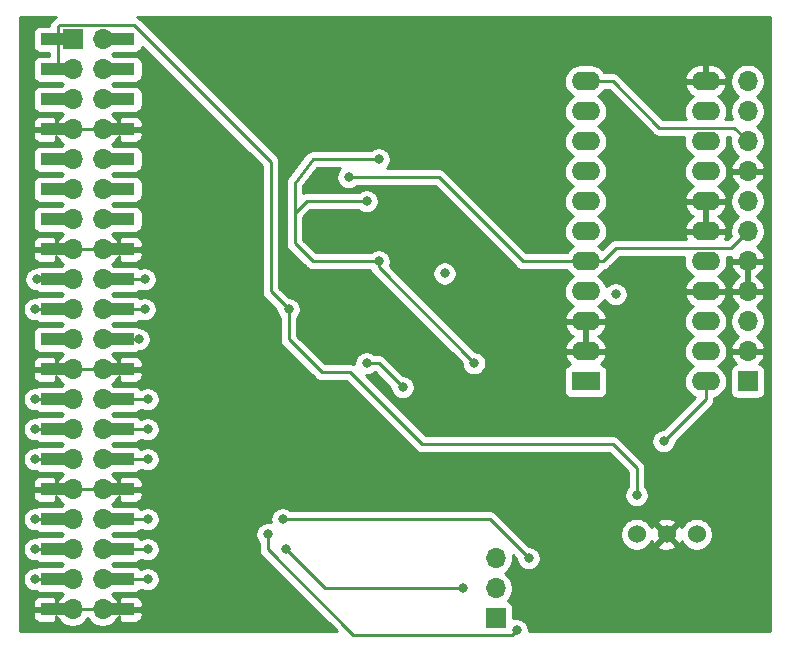
<source format=gbl>
G04 #@! TF.GenerationSoftware,KiCad,Pcbnew,5.1.5*
G04 #@! TF.CreationDate,2020-02-08T16:24:25+09:00*
G04 #@! TF.ProjectId,linearccd,6c696e65-6172-4636-9364-2e6b69636164,rev?*
G04 #@! TF.SameCoordinates,Original*
G04 #@! TF.FileFunction,Copper,L2,Bot*
G04 #@! TF.FilePolarity,Positive*
%FSLAX46Y46*%
G04 Gerber Fmt 4.6, Leading zero omitted, Abs format (unit mm)*
G04 Created by KiCad (PCBNEW 5.1.5) date 2020-02-08 16:24:25*
%MOMM*%
%LPD*%
G04 APERTURE LIST*
%ADD10C,1.524000*%
%ADD11R,2.400000X1.600000*%
%ADD12O,2.400000X1.600000*%
%ADD13O,1.700000X1.700000*%
%ADD14R,1.700000X1.700000*%
%ADD15R,3.000000X1.000000*%
%ADD16C,0.800000*%
%ADD17C,0.250000*%
%ADD18C,0.254000*%
G04 APERTURE END LIST*
D10*
X154432000Y-123190000D03*
X151892000Y-123190000D03*
X149352000Y-123190000D03*
D11*
X145034000Y-110236000D03*
D12*
X155194000Y-84836000D03*
X145034000Y-107696000D03*
X155194000Y-87376000D03*
X145034000Y-105156000D03*
X155194000Y-89916000D03*
X145034000Y-102616000D03*
X155194000Y-92456000D03*
X145034000Y-100076000D03*
X155194000Y-94996000D03*
X145034000Y-97536000D03*
X155194000Y-97536000D03*
X145034000Y-94996000D03*
X155194000Y-100076000D03*
X145034000Y-92456000D03*
X155194000Y-102616000D03*
X145034000Y-89916000D03*
X155194000Y-105156000D03*
X145034000Y-87376000D03*
X155194000Y-107696000D03*
X145034000Y-84836000D03*
X155194000Y-110236000D03*
D13*
X137414000Y-125222000D03*
X137414000Y-127762000D03*
D14*
X137414000Y-130302000D03*
D13*
X104140000Y-129540000D03*
X101600000Y-129540000D03*
X104140000Y-127000000D03*
X101600000Y-127000000D03*
X104140000Y-124460000D03*
X101600000Y-124460000D03*
X104140000Y-121920000D03*
X101600000Y-121920000D03*
X104140000Y-119380000D03*
X101600000Y-119380000D03*
X104140000Y-116840000D03*
X101600000Y-116840000D03*
X104140000Y-114300000D03*
X101600000Y-114300000D03*
X104140000Y-111760000D03*
X101600000Y-111760000D03*
X104140000Y-109220000D03*
X101600000Y-109220000D03*
X104140000Y-106680000D03*
X101600000Y-106680000D03*
X104140000Y-104140000D03*
X101600000Y-104140000D03*
X104140000Y-101600000D03*
X101600000Y-101600000D03*
X104140000Y-99060000D03*
X101600000Y-99060000D03*
X104140000Y-96520000D03*
X101600000Y-96520000D03*
X104140000Y-93980000D03*
X101600000Y-93980000D03*
X104140000Y-91440000D03*
X101600000Y-91440000D03*
X104140000Y-88900000D03*
X101600000Y-88900000D03*
X104140000Y-86360000D03*
X101600000Y-86360000D03*
X104140000Y-83820000D03*
X101600000Y-83820000D03*
X104140000Y-81280000D03*
D14*
X101600000Y-81280000D03*
X158750000Y-110236000D03*
D13*
X158750000Y-107696000D03*
X158750000Y-105156000D03*
X158750000Y-102616000D03*
X158750000Y-100076000D03*
X158750000Y-97536000D03*
X158750000Y-94996000D03*
X158750000Y-92456000D03*
X158750000Y-89916000D03*
X158750000Y-87376000D03*
X158750000Y-84836000D03*
D15*
X100350000Y-81280000D03*
X105390000Y-81280000D03*
X100350000Y-83820000D03*
X105390000Y-83820000D03*
X100350000Y-86360000D03*
X105390000Y-86360000D03*
X100350000Y-88900000D03*
X105390000Y-88900000D03*
X100350000Y-91440000D03*
X105390000Y-91440000D03*
X100350000Y-93980000D03*
X105390000Y-93980000D03*
X100350000Y-96520000D03*
X105390000Y-96520000D03*
X100350000Y-99060000D03*
X105390000Y-99060000D03*
X100350000Y-101600000D03*
X105390000Y-101600000D03*
X100350000Y-104140000D03*
X105390000Y-104140000D03*
X100350000Y-106680000D03*
X105390000Y-106680000D03*
X100350000Y-109220000D03*
X105390000Y-109220000D03*
X100350000Y-111760000D03*
X105390000Y-111760000D03*
X100350000Y-114300000D03*
X105390000Y-114300000D03*
X100350000Y-116840000D03*
X105390000Y-116840000D03*
X100350000Y-119380000D03*
X105390000Y-119380000D03*
X100350000Y-121920000D03*
X105390000Y-121920000D03*
X100350000Y-124460000D03*
X105390000Y-124460000D03*
X100350000Y-127000000D03*
X105390000Y-127000000D03*
X100350000Y-129540000D03*
X105390000Y-129540000D03*
D16*
X116840000Y-102235000D03*
X116205000Y-97155000D03*
X116205000Y-93345000D03*
X123444000Y-93472000D03*
X123952000Y-98044000D03*
X129032000Y-119888000D03*
X119888000Y-104140000D03*
X149352000Y-119888000D03*
X127508000Y-100076000D03*
X135571000Y-108712000D03*
X126492000Y-94996000D03*
X127508000Y-91440000D03*
X147574000Y-102870000D03*
X151638000Y-115316000D03*
X139192000Y-131318000D03*
X118110000Y-123190000D03*
X140208000Y-125222000D03*
X119380000Y-121920000D03*
X134620000Y-127762000D03*
X119634000Y-124460000D03*
X124968000Y-92964000D03*
X98552000Y-101600000D03*
X107696000Y-104140000D03*
X98425000Y-124460000D03*
X98425000Y-121920000D03*
X107950000Y-124460000D03*
X98425000Y-116840000D03*
X107950000Y-121920000D03*
X98425000Y-114300000D03*
X107950000Y-116840000D03*
X98425000Y-111760000D03*
X107950000Y-114300000D03*
X107188000Y-106680000D03*
X107950000Y-111760000D03*
X98425000Y-127000000D03*
X98425000Y-104140000D03*
X133105010Y-101101010D03*
X107696000Y-101600000D03*
X129540000Y-110744000D03*
X126492000Y-108712000D03*
X107950000Y-127000000D03*
D17*
X105390000Y-99060000D02*
X100350000Y-99060000D01*
X105390000Y-109220000D02*
X100350000Y-109220000D01*
X103640000Y-119380000D02*
X100350000Y-119380000D01*
X105390000Y-119380000D02*
X103640000Y-119380000D01*
X100350000Y-129540000D02*
X105390000Y-129540000D01*
X105390000Y-88900000D02*
X100350000Y-88900000D01*
X116205000Y-97155000D02*
X109855000Y-97155000D01*
X107950000Y-99060000D02*
X105390000Y-99060000D01*
X109855000Y-97155000D02*
X107950000Y-99060000D01*
X116205000Y-97155000D02*
X115570000Y-97155000D01*
X107315000Y-88900000D02*
X105390000Y-88900000D01*
X115570000Y-97155000D02*
X107315000Y-88900000D01*
X156464000Y-120470000D02*
X155882000Y-119888000D01*
X100350000Y-82030000D02*
X100350000Y-83820000D01*
X100350000Y-81280000D02*
X100350000Y-82030000D01*
X100489999Y-80104999D02*
X100350000Y-80244998D01*
X106800001Y-80104999D02*
X100489999Y-80104999D01*
X100350000Y-80244998D02*
X100350000Y-81280000D01*
X118364000Y-102616000D02*
X118364000Y-91668998D01*
X118364000Y-91668998D02*
X106800001Y-80104999D01*
X119888000Y-104140000D02*
X118364000Y-102616000D01*
X125096410Y-109474000D02*
X131192410Y-115570000D01*
X125096410Y-109474000D02*
X122682000Y-109474000D01*
X119888000Y-106680000D02*
X119888000Y-104140000D01*
X122682000Y-109474000D02*
X119888000Y-106680000D01*
X131192410Y-115570000D02*
X147320000Y-115570000D01*
X147320000Y-115570000D02*
X149352000Y-117602000D01*
X149352000Y-117602000D02*
X149352000Y-119888000D01*
X127508000Y-100076000D02*
X121920000Y-100076000D01*
X121920000Y-100076000D02*
X120396000Y-98552000D01*
X127508000Y-100584000D02*
X127508000Y-100076000D01*
X135571000Y-108712000D02*
X135571000Y-108647000D01*
X135571000Y-108647000D02*
X127508000Y-100584000D01*
X120396000Y-98552000D02*
X120396000Y-96012000D01*
X121412000Y-94996000D02*
X120396000Y-96012000D01*
X126492000Y-94996000D02*
X121412000Y-94996000D01*
X120396000Y-93472000D02*
X120396000Y-96012000D01*
X127508000Y-91440000D02*
X121920000Y-91440000D01*
X121920000Y-91440000D02*
X120396000Y-93472000D01*
X155194000Y-110236000D02*
X155194000Y-111760000D01*
X155194000Y-111760000D02*
X151638000Y-115316000D01*
X139192000Y-131318000D02*
X138792001Y-131717999D01*
X125367999Y-131717999D02*
X118110000Y-124460000D01*
X138792001Y-131717999D02*
X125367999Y-131717999D01*
X118110000Y-124460000D02*
X118110000Y-123190000D01*
X140208000Y-125222000D02*
X136906000Y-121920000D01*
X136906000Y-121920000D02*
X119380000Y-121920000D01*
X134620000Y-127762000D02*
X122936000Y-127762000D01*
X122936000Y-127762000D02*
X119634000Y-124460000D01*
X124968000Y-92964000D02*
X131064000Y-92964000D01*
X145034000Y-100076000D02*
X139700000Y-100076000D01*
X132588000Y-92964000D02*
X131064000Y-92964000D01*
X139700000Y-100076000D02*
X132588000Y-92964000D01*
X146304000Y-100076000D02*
X145034000Y-100076000D01*
X146484000Y-100076000D02*
X146304000Y-100076000D01*
X147609010Y-98950990D02*
X146484000Y-100076000D01*
X158750000Y-97536000D02*
X157335010Y-98950990D01*
X157335010Y-98950990D02*
X147609010Y-98950990D01*
X157624990Y-88790990D02*
X151274990Y-88790990D01*
X158750000Y-89916000D02*
X157624990Y-88790990D01*
X147320000Y-84836000D02*
X145034000Y-84836000D01*
X151274990Y-88790990D02*
X147320000Y-84836000D01*
X98552000Y-101600000D02*
X100350000Y-101600000D01*
X107696000Y-104140000D02*
X105390000Y-104140000D01*
X98425000Y-124460000D02*
X100350000Y-124460000D01*
X98425000Y-121920000D02*
X100350000Y-121920000D01*
X107950000Y-124460000D02*
X105390000Y-124460000D01*
X98425000Y-116840000D02*
X100350000Y-116840000D01*
X107950000Y-121920000D02*
X105390000Y-121920000D01*
X98425000Y-114300000D02*
X100350000Y-114300000D01*
X107950000Y-116840000D02*
X105390000Y-116840000D01*
X98425000Y-111760000D02*
X100350000Y-111760000D01*
X107950000Y-114300000D02*
X105390000Y-114300000D01*
X107188000Y-106680000D02*
X105390000Y-106680000D01*
X107950000Y-111760000D02*
X105390000Y-111760000D01*
X98425000Y-127000000D02*
X100350000Y-127000000D01*
X98425000Y-104140000D02*
X100350000Y-104140000D01*
X107696000Y-101600000D02*
X105390000Y-101600000D01*
X129540000Y-110744000D02*
X127508000Y-108712000D01*
X127508000Y-108712000D02*
X126492000Y-108712000D01*
X107950000Y-127000000D02*
X105390000Y-127000000D01*
D18*
G36*
X100065723Y-79470025D02*
G01*
X99949998Y-79564998D01*
X99926199Y-79593998D01*
X99839001Y-79681196D01*
X99809999Y-79704997D01*
X99754871Y-79772172D01*
X99715026Y-79820722D01*
X99672938Y-79899463D01*
X99644454Y-79952752D01*
X99600997Y-80096013D01*
X99596475Y-80141928D01*
X98850000Y-80141928D01*
X98725518Y-80154188D01*
X98605820Y-80190498D01*
X98495506Y-80249463D01*
X98398815Y-80328815D01*
X98319463Y-80425506D01*
X98260498Y-80535820D01*
X98224188Y-80655518D01*
X98211928Y-80780000D01*
X98211928Y-81780000D01*
X98224188Y-81904482D01*
X98260498Y-82024180D01*
X98319463Y-82134494D01*
X98398815Y-82231185D01*
X98495506Y-82310537D01*
X98605820Y-82369502D01*
X98725518Y-82405812D01*
X98850000Y-82418072D01*
X99590000Y-82418072D01*
X99590000Y-82681928D01*
X98850000Y-82681928D01*
X98725518Y-82694188D01*
X98605820Y-82730498D01*
X98495506Y-82789463D01*
X98398815Y-82868815D01*
X98319463Y-82965506D01*
X98260498Y-83075820D01*
X98224188Y-83195518D01*
X98211928Y-83320000D01*
X98211928Y-84320000D01*
X98224188Y-84444482D01*
X98260498Y-84564180D01*
X98319463Y-84674494D01*
X98398815Y-84771185D01*
X98495506Y-84850537D01*
X98605820Y-84909502D01*
X98725518Y-84945812D01*
X98850000Y-84958072D01*
X100637965Y-84958072D01*
X100653368Y-84973475D01*
X100827760Y-85090000D01*
X100653368Y-85206525D01*
X100637965Y-85221928D01*
X98850000Y-85221928D01*
X98725518Y-85234188D01*
X98605820Y-85270498D01*
X98495506Y-85329463D01*
X98398815Y-85408815D01*
X98319463Y-85505506D01*
X98260498Y-85615820D01*
X98224188Y-85735518D01*
X98211928Y-85860000D01*
X98211928Y-86860000D01*
X98224188Y-86984482D01*
X98260498Y-87104180D01*
X98319463Y-87214494D01*
X98398815Y-87311185D01*
X98495506Y-87390537D01*
X98605820Y-87449502D01*
X98725518Y-87485812D01*
X98850000Y-87498072D01*
X100637965Y-87498072D01*
X100653368Y-87513475D01*
X100827760Y-87630000D01*
X100653368Y-87746525D01*
X100446525Y-87953368D01*
X100284010Y-88196589D01*
X100223000Y-88343881D01*
X100223000Y-87923750D01*
X100064250Y-87765000D01*
X98850000Y-87761928D01*
X98725518Y-87774188D01*
X98605820Y-87810498D01*
X98495506Y-87869463D01*
X98398815Y-87948815D01*
X98319463Y-88045506D01*
X98260498Y-88155820D01*
X98224188Y-88275518D01*
X98211928Y-88400000D01*
X98215000Y-88614250D01*
X98373750Y-88773000D01*
X100115000Y-88773000D01*
X100115000Y-89027000D01*
X98373750Y-89027000D01*
X98215000Y-89185750D01*
X98211928Y-89400000D01*
X98224188Y-89524482D01*
X98260498Y-89644180D01*
X98319463Y-89754494D01*
X98398815Y-89851185D01*
X98495506Y-89930537D01*
X98605820Y-89989502D01*
X98725518Y-90025812D01*
X98850000Y-90038072D01*
X100064250Y-90035000D01*
X100223000Y-89876250D01*
X100223000Y-89456119D01*
X100284010Y-89603411D01*
X100446525Y-89846632D01*
X100653368Y-90053475D01*
X100827760Y-90170000D01*
X100653368Y-90286525D01*
X100637965Y-90301928D01*
X98850000Y-90301928D01*
X98725518Y-90314188D01*
X98605820Y-90350498D01*
X98495506Y-90409463D01*
X98398815Y-90488815D01*
X98319463Y-90585506D01*
X98260498Y-90695820D01*
X98224188Y-90815518D01*
X98211928Y-90940000D01*
X98211928Y-91940000D01*
X98224188Y-92064482D01*
X98260498Y-92184180D01*
X98319463Y-92294494D01*
X98398815Y-92391185D01*
X98495506Y-92470537D01*
X98605820Y-92529502D01*
X98725518Y-92565812D01*
X98850000Y-92578072D01*
X100637965Y-92578072D01*
X100653368Y-92593475D01*
X100827760Y-92710000D01*
X100653368Y-92826525D01*
X100637965Y-92841928D01*
X98850000Y-92841928D01*
X98725518Y-92854188D01*
X98605820Y-92890498D01*
X98495506Y-92949463D01*
X98398815Y-93028815D01*
X98319463Y-93125506D01*
X98260498Y-93235820D01*
X98224188Y-93355518D01*
X98211928Y-93480000D01*
X98211928Y-94480000D01*
X98224188Y-94604482D01*
X98260498Y-94724180D01*
X98319463Y-94834494D01*
X98398815Y-94931185D01*
X98495506Y-95010537D01*
X98605820Y-95069502D01*
X98725518Y-95105812D01*
X98850000Y-95118072D01*
X100637965Y-95118072D01*
X100653368Y-95133475D01*
X100827760Y-95250000D01*
X100653368Y-95366525D01*
X100637965Y-95381928D01*
X98850000Y-95381928D01*
X98725518Y-95394188D01*
X98605820Y-95430498D01*
X98495506Y-95489463D01*
X98398815Y-95568815D01*
X98319463Y-95665506D01*
X98260498Y-95775820D01*
X98224188Y-95895518D01*
X98211928Y-96020000D01*
X98211928Y-97020000D01*
X98224188Y-97144482D01*
X98260498Y-97264180D01*
X98319463Y-97374494D01*
X98398815Y-97471185D01*
X98495506Y-97550537D01*
X98605820Y-97609502D01*
X98725518Y-97645812D01*
X98850000Y-97658072D01*
X100637965Y-97658072D01*
X100653368Y-97673475D01*
X100827760Y-97790000D01*
X100653368Y-97906525D01*
X100446525Y-98113368D01*
X100284010Y-98356589D01*
X100223000Y-98503881D01*
X100223000Y-98083750D01*
X100064250Y-97925000D01*
X98850000Y-97921928D01*
X98725518Y-97934188D01*
X98605820Y-97970498D01*
X98495506Y-98029463D01*
X98398815Y-98108815D01*
X98319463Y-98205506D01*
X98260498Y-98315820D01*
X98224188Y-98435518D01*
X98211928Y-98560000D01*
X98215000Y-98774250D01*
X98373750Y-98933000D01*
X100115000Y-98933000D01*
X100115000Y-99187000D01*
X98373750Y-99187000D01*
X98215000Y-99345750D01*
X98211928Y-99560000D01*
X98224188Y-99684482D01*
X98260498Y-99804180D01*
X98319463Y-99914494D01*
X98398815Y-100011185D01*
X98495506Y-100090537D01*
X98605820Y-100149502D01*
X98725518Y-100185812D01*
X98850000Y-100198072D01*
X100064250Y-100195000D01*
X100223000Y-100036250D01*
X100223000Y-99616119D01*
X100284010Y-99763411D01*
X100446525Y-100006632D01*
X100653368Y-100213475D01*
X100827760Y-100330000D01*
X100653368Y-100446525D01*
X100637965Y-100461928D01*
X98850000Y-100461928D01*
X98725518Y-100474188D01*
X98605820Y-100510498D01*
X98503856Y-100565000D01*
X98450061Y-100565000D01*
X98250102Y-100604774D01*
X98061744Y-100682795D01*
X97892226Y-100796063D01*
X97748063Y-100940226D01*
X97634795Y-101109744D01*
X97556774Y-101298102D01*
X97517000Y-101498061D01*
X97517000Y-101701939D01*
X97556774Y-101901898D01*
X97634795Y-102090256D01*
X97748063Y-102259774D01*
X97892226Y-102403937D01*
X98061744Y-102517205D01*
X98250102Y-102595226D01*
X98450061Y-102635000D01*
X98503856Y-102635000D01*
X98605820Y-102689502D01*
X98725518Y-102725812D01*
X98850000Y-102738072D01*
X100637965Y-102738072D01*
X100653368Y-102753475D01*
X100827760Y-102870000D01*
X100653368Y-102986525D01*
X100637965Y-103001928D01*
X98850000Y-103001928D01*
X98725518Y-103014188D01*
X98605820Y-103050498D01*
X98503856Y-103105000D01*
X98323061Y-103105000D01*
X98123102Y-103144774D01*
X97934744Y-103222795D01*
X97765226Y-103336063D01*
X97621063Y-103480226D01*
X97507795Y-103649744D01*
X97429774Y-103838102D01*
X97390000Y-104038061D01*
X97390000Y-104241939D01*
X97429774Y-104441898D01*
X97507795Y-104630256D01*
X97621063Y-104799774D01*
X97765226Y-104943937D01*
X97934744Y-105057205D01*
X98123102Y-105135226D01*
X98323061Y-105175000D01*
X98503856Y-105175000D01*
X98605820Y-105229502D01*
X98725518Y-105265812D01*
X98850000Y-105278072D01*
X100637965Y-105278072D01*
X100653368Y-105293475D01*
X100827760Y-105410000D01*
X100653368Y-105526525D01*
X100637965Y-105541928D01*
X98850000Y-105541928D01*
X98725518Y-105554188D01*
X98605820Y-105590498D01*
X98495506Y-105649463D01*
X98398815Y-105728815D01*
X98319463Y-105825506D01*
X98260498Y-105935820D01*
X98224188Y-106055518D01*
X98211928Y-106180000D01*
X98211928Y-107180000D01*
X98224188Y-107304482D01*
X98260498Y-107424180D01*
X98319463Y-107534494D01*
X98398815Y-107631185D01*
X98495506Y-107710537D01*
X98605820Y-107769502D01*
X98725518Y-107805812D01*
X98850000Y-107818072D01*
X100637965Y-107818072D01*
X100653368Y-107833475D01*
X100827760Y-107950000D01*
X100653368Y-108066525D01*
X100446525Y-108273368D01*
X100284010Y-108516589D01*
X100223000Y-108663881D01*
X100223000Y-108243750D01*
X100064250Y-108085000D01*
X98850000Y-108081928D01*
X98725518Y-108094188D01*
X98605820Y-108130498D01*
X98495506Y-108189463D01*
X98398815Y-108268815D01*
X98319463Y-108365506D01*
X98260498Y-108475820D01*
X98224188Y-108595518D01*
X98211928Y-108720000D01*
X98215000Y-108934250D01*
X98373750Y-109093000D01*
X100115000Y-109093000D01*
X100115000Y-109347000D01*
X98373750Y-109347000D01*
X98215000Y-109505750D01*
X98211928Y-109720000D01*
X98224188Y-109844482D01*
X98260498Y-109964180D01*
X98319463Y-110074494D01*
X98398815Y-110171185D01*
X98495506Y-110250537D01*
X98605820Y-110309502D01*
X98725518Y-110345812D01*
X98850000Y-110358072D01*
X100064250Y-110355000D01*
X100223000Y-110196250D01*
X100223000Y-109776119D01*
X100284010Y-109923411D01*
X100446525Y-110166632D01*
X100653368Y-110373475D01*
X100827760Y-110490000D01*
X100653368Y-110606525D01*
X100637965Y-110621928D01*
X98850000Y-110621928D01*
X98725518Y-110634188D01*
X98605820Y-110670498D01*
X98503856Y-110725000D01*
X98323061Y-110725000D01*
X98123102Y-110764774D01*
X97934744Y-110842795D01*
X97765226Y-110956063D01*
X97621063Y-111100226D01*
X97507795Y-111269744D01*
X97429774Y-111458102D01*
X97390000Y-111658061D01*
X97390000Y-111861939D01*
X97429774Y-112061898D01*
X97507795Y-112250256D01*
X97621063Y-112419774D01*
X97765226Y-112563937D01*
X97934744Y-112677205D01*
X98123102Y-112755226D01*
X98323061Y-112795000D01*
X98503856Y-112795000D01*
X98605820Y-112849502D01*
X98725518Y-112885812D01*
X98850000Y-112898072D01*
X100637965Y-112898072D01*
X100653368Y-112913475D01*
X100827760Y-113030000D01*
X100653368Y-113146525D01*
X100637965Y-113161928D01*
X98850000Y-113161928D01*
X98725518Y-113174188D01*
X98605820Y-113210498D01*
X98503856Y-113265000D01*
X98323061Y-113265000D01*
X98123102Y-113304774D01*
X97934744Y-113382795D01*
X97765226Y-113496063D01*
X97621063Y-113640226D01*
X97507795Y-113809744D01*
X97429774Y-113998102D01*
X97390000Y-114198061D01*
X97390000Y-114401939D01*
X97429774Y-114601898D01*
X97507795Y-114790256D01*
X97621063Y-114959774D01*
X97765226Y-115103937D01*
X97934744Y-115217205D01*
X98123102Y-115295226D01*
X98323061Y-115335000D01*
X98503856Y-115335000D01*
X98605820Y-115389502D01*
X98725518Y-115425812D01*
X98850000Y-115438072D01*
X100637965Y-115438072D01*
X100653368Y-115453475D01*
X100827760Y-115570000D01*
X100653368Y-115686525D01*
X100637965Y-115701928D01*
X98850000Y-115701928D01*
X98725518Y-115714188D01*
X98605820Y-115750498D01*
X98503856Y-115805000D01*
X98323061Y-115805000D01*
X98123102Y-115844774D01*
X97934744Y-115922795D01*
X97765226Y-116036063D01*
X97621063Y-116180226D01*
X97507795Y-116349744D01*
X97429774Y-116538102D01*
X97390000Y-116738061D01*
X97390000Y-116941939D01*
X97429774Y-117141898D01*
X97507795Y-117330256D01*
X97621063Y-117499774D01*
X97765226Y-117643937D01*
X97934744Y-117757205D01*
X98123102Y-117835226D01*
X98323061Y-117875000D01*
X98503856Y-117875000D01*
X98605820Y-117929502D01*
X98725518Y-117965812D01*
X98850000Y-117978072D01*
X100637965Y-117978072D01*
X100653368Y-117993475D01*
X100827760Y-118110000D01*
X100653368Y-118226525D01*
X100446525Y-118433368D01*
X100284010Y-118676589D01*
X100223000Y-118823881D01*
X100223000Y-118403750D01*
X100064250Y-118245000D01*
X98850000Y-118241928D01*
X98725518Y-118254188D01*
X98605820Y-118290498D01*
X98495506Y-118349463D01*
X98398815Y-118428815D01*
X98319463Y-118525506D01*
X98260498Y-118635820D01*
X98224188Y-118755518D01*
X98211928Y-118880000D01*
X98215000Y-119094250D01*
X98373750Y-119253000D01*
X100115000Y-119253000D01*
X100115000Y-119507000D01*
X98373750Y-119507000D01*
X98215000Y-119665750D01*
X98211928Y-119880000D01*
X98224188Y-120004482D01*
X98260498Y-120124180D01*
X98319463Y-120234494D01*
X98398815Y-120331185D01*
X98495506Y-120410537D01*
X98605820Y-120469502D01*
X98725518Y-120505812D01*
X98850000Y-120518072D01*
X100064250Y-120515000D01*
X100223000Y-120356250D01*
X100223000Y-119936119D01*
X100284010Y-120083411D01*
X100446525Y-120326632D01*
X100653368Y-120533475D01*
X100827760Y-120650000D01*
X100653368Y-120766525D01*
X100637965Y-120781928D01*
X98850000Y-120781928D01*
X98725518Y-120794188D01*
X98605820Y-120830498D01*
X98503856Y-120885000D01*
X98323061Y-120885000D01*
X98123102Y-120924774D01*
X97934744Y-121002795D01*
X97765226Y-121116063D01*
X97621063Y-121260226D01*
X97507795Y-121429744D01*
X97429774Y-121618102D01*
X97390000Y-121818061D01*
X97390000Y-122021939D01*
X97429774Y-122221898D01*
X97507795Y-122410256D01*
X97621063Y-122579774D01*
X97765226Y-122723937D01*
X97934744Y-122837205D01*
X98123102Y-122915226D01*
X98323061Y-122955000D01*
X98503856Y-122955000D01*
X98605820Y-123009502D01*
X98725518Y-123045812D01*
X98850000Y-123058072D01*
X100637965Y-123058072D01*
X100653368Y-123073475D01*
X100827760Y-123190000D01*
X100653368Y-123306525D01*
X100637965Y-123321928D01*
X98850000Y-123321928D01*
X98725518Y-123334188D01*
X98605820Y-123370498D01*
X98503856Y-123425000D01*
X98323061Y-123425000D01*
X98123102Y-123464774D01*
X97934744Y-123542795D01*
X97765226Y-123656063D01*
X97621063Y-123800226D01*
X97507795Y-123969744D01*
X97429774Y-124158102D01*
X97390000Y-124358061D01*
X97390000Y-124561939D01*
X97429774Y-124761898D01*
X97507795Y-124950256D01*
X97621063Y-125119774D01*
X97765226Y-125263937D01*
X97934744Y-125377205D01*
X98123102Y-125455226D01*
X98323061Y-125495000D01*
X98503856Y-125495000D01*
X98605820Y-125549502D01*
X98725518Y-125585812D01*
X98850000Y-125598072D01*
X100637965Y-125598072D01*
X100653368Y-125613475D01*
X100827760Y-125730000D01*
X100653368Y-125846525D01*
X100637965Y-125861928D01*
X98850000Y-125861928D01*
X98725518Y-125874188D01*
X98605820Y-125910498D01*
X98503856Y-125965000D01*
X98323061Y-125965000D01*
X98123102Y-126004774D01*
X97934744Y-126082795D01*
X97765226Y-126196063D01*
X97621063Y-126340226D01*
X97507795Y-126509744D01*
X97429774Y-126698102D01*
X97390000Y-126898061D01*
X97390000Y-127101939D01*
X97429774Y-127301898D01*
X97507795Y-127490256D01*
X97621063Y-127659774D01*
X97765226Y-127803937D01*
X97934744Y-127917205D01*
X98123102Y-127995226D01*
X98323061Y-128035000D01*
X98503856Y-128035000D01*
X98605820Y-128089502D01*
X98725518Y-128125812D01*
X98850000Y-128138072D01*
X100637965Y-128138072D01*
X100653368Y-128153475D01*
X100827760Y-128270000D01*
X100653368Y-128386525D01*
X100446525Y-128593368D01*
X100284010Y-128836589D01*
X100223000Y-128983881D01*
X100223000Y-128563750D01*
X100064250Y-128405000D01*
X98850000Y-128401928D01*
X98725518Y-128414188D01*
X98605820Y-128450498D01*
X98495506Y-128509463D01*
X98398815Y-128588815D01*
X98319463Y-128685506D01*
X98260498Y-128795820D01*
X98224188Y-128915518D01*
X98211928Y-129040000D01*
X98215000Y-129254250D01*
X98373750Y-129413000D01*
X100115000Y-129413000D01*
X100115000Y-129667000D01*
X98373750Y-129667000D01*
X98215000Y-129825750D01*
X98211928Y-130040000D01*
X98224188Y-130164482D01*
X98260498Y-130284180D01*
X98319463Y-130394494D01*
X98398815Y-130491185D01*
X98495506Y-130570537D01*
X98605820Y-130629502D01*
X98725518Y-130665812D01*
X98850000Y-130678072D01*
X100064250Y-130675000D01*
X100223000Y-130516250D01*
X100223000Y-130096119D01*
X100284010Y-130243411D01*
X100446525Y-130486632D01*
X100653368Y-130693475D01*
X100896589Y-130855990D01*
X101166842Y-130967932D01*
X101453740Y-131025000D01*
X101746260Y-131025000D01*
X102033158Y-130967932D01*
X102303411Y-130855990D01*
X102546632Y-130693475D01*
X102753475Y-130486632D01*
X102870000Y-130312240D01*
X102986525Y-130486632D01*
X103193368Y-130693475D01*
X103436589Y-130855990D01*
X103706842Y-130967932D01*
X103993740Y-131025000D01*
X104286260Y-131025000D01*
X104573158Y-130967932D01*
X104843411Y-130855990D01*
X105086632Y-130693475D01*
X105293475Y-130486632D01*
X105455990Y-130243411D01*
X105517000Y-130096119D01*
X105517000Y-130516250D01*
X105675750Y-130675000D01*
X106890000Y-130678072D01*
X107014482Y-130665812D01*
X107134180Y-130629502D01*
X107244494Y-130570537D01*
X107341185Y-130491185D01*
X107420537Y-130394494D01*
X107479502Y-130284180D01*
X107515812Y-130164482D01*
X107528072Y-130040000D01*
X107525000Y-129825750D01*
X107366250Y-129667000D01*
X105625000Y-129667000D01*
X105625000Y-129413000D01*
X107366250Y-129413000D01*
X107525000Y-129254250D01*
X107528072Y-129040000D01*
X107515812Y-128915518D01*
X107479502Y-128795820D01*
X107420537Y-128685506D01*
X107341185Y-128588815D01*
X107244494Y-128509463D01*
X107134180Y-128450498D01*
X107014482Y-128414188D01*
X106890000Y-128401928D01*
X105675750Y-128405000D01*
X105517000Y-128563750D01*
X105517000Y-128983881D01*
X105455990Y-128836589D01*
X105293475Y-128593368D01*
X105086632Y-128386525D01*
X104912240Y-128270000D01*
X105086632Y-128153475D01*
X105102035Y-128138072D01*
X106890000Y-128138072D01*
X107014482Y-128125812D01*
X107134180Y-128089502D01*
X107244494Y-128030537D01*
X107341185Y-127951185D01*
X107401184Y-127878076D01*
X107459744Y-127917205D01*
X107648102Y-127995226D01*
X107848061Y-128035000D01*
X108051939Y-128035000D01*
X108251898Y-127995226D01*
X108440256Y-127917205D01*
X108609774Y-127803937D01*
X108753937Y-127659774D01*
X108867205Y-127490256D01*
X108945226Y-127301898D01*
X108985000Y-127101939D01*
X108985000Y-126898061D01*
X108945226Y-126698102D01*
X108867205Y-126509744D01*
X108753937Y-126340226D01*
X108609774Y-126196063D01*
X108440256Y-126082795D01*
X108251898Y-126004774D01*
X108051939Y-125965000D01*
X107848061Y-125965000D01*
X107648102Y-126004774D01*
X107459744Y-126082795D01*
X107401184Y-126121924D01*
X107341185Y-126048815D01*
X107244494Y-125969463D01*
X107134180Y-125910498D01*
X107014482Y-125874188D01*
X106890000Y-125861928D01*
X105102035Y-125861928D01*
X105086632Y-125846525D01*
X104912240Y-125730000D01*
X105086632Y-125613475D01*
X105102035Y-125598072D01*
X106890000Y-125598072D01*
X107014482Y-125585812D01*
X107134180Y-125549502D01*
X107244494Y-125490537D01*
X107341185Y-125411185D01*
X107401184Y-125338076D01*
X107459744Y-125377205D01*
X107648102Y-125455226D01*
X107848061Y-125495000D01*
X108051939Y-125495000D01*
X108251898Y-125455226D01*
X108440256Y-125377205D01*
X108609774Y-125263937D01*
X108753937Y-125119774D01*
X108867205Y-124950256D01*
X108945226Y-124761898D01*
X108985000Y-124561939D01*
X108985000Y-124358061D01*
X108945226Y-124158102D01*
X108867205Y-123969744D01*
X108753937Y-123800226D01*
X108609774Y-123656063D01*
X108440256Y-123542795D01*
X108251898Y-123464774D01*
X108051939Y-123425000D01*
X107848061Y-123425000D01*
X107648102Y-123464774D01*
X107459744Y-123542795D01*
X107401184Y-123581924D01*
X107341185Y-123508815D01*
X107244494Y-123429463D01*
X107134180Y-123370498D01*
X107014482Y-123334188D01*
X106890000Y-123321928D01*
X105102035Y-123321928D01*
X105086632Y-123306525D01*
X104912240Y-123190000D01*
X105086632Y-123073475D01*
X105102035Y-123058072D01*
X106890000Y-123058072D01*
X107014482Y-123045812D01*
X107134180Y-123009502D01*
X107244494Y-122950537D01*
X107341185Y-122871185D01*
X107401184Y-122798076D01*
X107459744Y-122837205D01*
X107648102Y-122915226D01*
X107848061Y-122955000D01*
X108051939Y-122955000D01*
X108251898Y-122915226D01*
X108440256Y-122837205D01*
X108609774Y-122723937D01*
X108753937Y-122579774D01*
X108867205Y-122410256D01*
X108945226Y-122221898D01*
X108985000Y-122021939D01*
X108985000Y-121818061D01*
X108945226Y-121618102D01*
X108867205Y-121429744D01*
X108753937Y-121260226D01*
X108609774Y-121116063D01*
X108440256Y-121002795D01*
X108251898Y-120924774D01*
X108051939Y-120885000D01*
X107848061Y-120885000D01*
X107648102Y-120924774D01*
X107459744Y-121002795D01*
X107401184Y-121041924D01*
X107341185Y-120968815D01*
X107244494Y-120889463D01*
X107134180Y-120830498D01*
X107014482Y-120794188D01*
X106890000Y-120781928D01*
X105102035Y-120781928D01*
X105086632Y-120766525D01*
X104912240Y-120650000D01*
X105086632Y-120533475D01*
X105293475Y-120326632D01*
X105455990Y-120083411D01*
X105517000Y-119936119D01*
X105517000Y-120356250D01*
X105675750Y-120515000D01*
X106890000Y-120518072D01*
X107014482Y-120505812D01*
X107134180Y-120469502D01*
X107244494Y-120410537D01*
X107341185Y-120331185D01*
X107420537Y-120234494D01*
X107479502Y-120124180D01*
X107515812Y-120004482D01*
X107528072Y-119880000D01*
X107525000Y-119665750D01*
X107366250Y-119507000D01*
X105625000Y-119507000D01*
X105625000Y-119253000D01*
X107366250Y-119253000D01*
X107525000Y-119094250D01*
X107528072Y-118880000D01*
X107515812Y-118755518D01*
X107479502Y-118635820D01*
X107420537Y-118525506D01*
X107341185Y-118428815D01*
X107244494Y-118349463D01*
X107134180Y-118290498D01*
X107014482Y-118254188D01*
X106890000Y-118241928D01*
X105675750Y-118245000D01*
X105517000Y-118403750D01*
X105517000Y-118823881D01*
X105455990Y-118676589D01*
X105293475Y-118433368D01*
X105086632Y-118226525D01*
X104912240Y-118110000D01*
X105086632Y-117993475D01*
X105102035Y-117978072D01*
X106890000Y-117978072D01*
X107014482Y-117965812D01*
X107134180Y-117929502D01*
X107244494Y-117870537D01*
X107341185Y-117791185D01*
X107401184Y-117718076D01*
X107459744Y-117757205D01*
X107648102Y-117835226D01*
X107848061Y-117875000D01*
X108051939Y-117875000D01*
X108251898Y-117835226D01*
X108440256Y-117757205D01*
X108609774Y-117643937D01*
X108753937Y-117499774D01*
X108867205Y-117330256D01*
X108945226Y-117141898D01*
X108985000Y-116941939D01*
X108985000Y-116738061D01*
X108945226Y-116538102D01*
X108867205Y-116349744D01*
X108753937Y-116180226D01*
X108609774Y-116036063D01*
X108440256Y-115922795D01*
X108251898Y-115844774D01*
X108051939Y-115805000D01*
X107848061Y-115805000D01*
X107648102Y-115844774D01*
X107459744Y-115922795D01*
X107401184Y-115961924D01*
X107341185Y-115888815D01*
X107244494Y-115809463D01*
X107134180Y-115750498D01*
X107014482Y-115714188D01*
X106890000Y-115701928D01*
X105102035Y-115701928D01*
X105086632Y-115686525D01*
X104912240Y-115570000D01*
X105086632Y-115453475D01*
X105102035Y-115438072D01*
X106890000Y-115438072D01*
X107014482Y-115425812D01*
X107134180Y-115389502D01*
X107244494Y-115330537D01*
X107341185Y-115251185D01*
X107401184Y-115178076D01*
X107459744Y-115217205D01*
X107648102Y-115295226D01*
X107848061Y-115335000D01*
X108051939Y-115335000D01*
X108251898Y-115295226D01*
X108440256Y-115217205D01*
X108609774Y-115103937D01*
X108753937Y-114959774D01*
X108867205Y-114790256D01*
X108945226Y-114601898D01*
X108985000Y-114401939D01*
X108985000Y-114198061D01*
X108945226Y-113998102D01*
X108867205Y-113809744D01*
X108753937Y-113640226D01*
X108609774Y-113496063D01*
X108440256Y-113382795D01*
X108251898Y-113304774D01*
X108051939Y-113265000D01*
X107848061Y-113265000D01*
X107648102Y-113304774D01*
X107459744Y-113382795D01*
X107401184Y-113421924D01*
X107341185Y-113348815D01*
X107244494Y-113269463D01*
X107134180Y-113210498D01*
X107014482Y-113174188D01*
X106890000Y-113161928D01*
X105102035Y-113161928D01*
X105086632Y-113146525D01*
X104912240Y-113030000D01*
X105086632Y-112913475D01*
X105102035Y-112898072D01*
X106890000Y-112898072D01*
X107014482Y-112885812D01*
X107134180Y-112849502D01*
X107244494Y-112790537D01*
X107341185Y-112711185D01*
X107401184Y-112638076D01*
X107459744Y-112677205D01*
X107648102Y-112755226D01*
X107848061Y-112795000D01*
X108051939Y-112795000D01*
X108251898Y-112755226D01*
X108440256Y-112677205D01*
X108609774Y-112563937D01*
X108753937Y-112419774D01*
X108867205Y-112250256D01*
X108945226Y-112061898D01*
X108985000Y-111861939D01*
X108985000Y-111658061D01*
X108945226Y-111458102D01*
X108867205Y-111269744D01*
X108753937Y-111100226D01*
X108609774Y-110956063D01*
X108440256Y-110842795D01*
X108251898Y-110764774D01*
X108051939Y-110725000D01*
X107848061Y-110725000D01*
X107648102Y-110764774D01*
X107459744Y-110842795D01*
X107401184Y-110881924D01*
X107341185Y-110808815D01*
X107244494Y-110729463D01*
X107134180Y-110670498D01*
X107014482Y-110634188D01*
X106890000Y-110621928D01*
X105102035Y-110621928D01*
X105086632Y-110606525D01*
X104912240Y-110490000D01*
X105086632Y-110373475D01*
X105293475Y-110166632D01*
X105455990Y-109923411D01*
X105517000Y-109776119D01*
X105517000Y-110196250D01*
X105675750Y-110355000D01*
X106890000Y-110358072D01*
X107014482Y-110345812D01*
X107134180Y-110309502D01*
X107244494Y-110250537D01*
X107341185Y-110171185D01*
X107420537Y-110074494D01*
X107479502Y-109964180D01*
X107515812Y-109844482D01*
X107528072Y-109720000D01*
X107525000Y-109505750D01*
X107366250Y-109347000D01*
X105625000Y-109347000D01*
X105625000Y-109093000D01*
X107366250Y-109093000D01*
X107525000Y-108934250D01*
X107528072Y-108720000D01*
X107515812Y-108595518D01*
X107479502Y-108475820D01*
X107420537Y-108365506D01*
X107341185Y-108268815D01*
X107244494Y-108189463D01*
X107134180Y-108130498D01*
X107014482Y-108094188D01*
X106890000Y-108081928D01*
X105675750Y-108085000D01*
X105517000Y-108243750D01*
X105517000Y-108663881D01*
X105455990Y-108516589D01*
X105293475Y-108273368D01*
X105086632Y-108066525D01*
X104912240Y-107950000D01*
X105086632Y-107833475D01*
X105102035Y-107818072D01*
X106890000Y-107818072D01*
X107014482Y-107805812D01*
X107134180Y-107769502D01*
X107236144Y-107715000D01*
X107289939Y-107715000D01*
X107489898Y-107675226D01*
X107678256Y-107597205D01*
X107847774Y-107483937D01*
X107991937Y-107339774D01*
X108105205Y-107170256D01*
X108183226Y-106981898D01*
X108223000Y-106781939D01*
X108223000Y-106578061D01*
X108183226Y-106378102D01*
X108105205Y-106189744D01*
X107991937Y-106020226D01*
X107847774Y-105876063D01*
X107678256Y-105762795D01*
X107489898Y-105684774D01*
X107289939Y-105645000D01*
X107236144Y-105645000D01*
X107134180Y-105590498D01*
X107014482Y-105554188D01*
X106890000Y-105541928D01*
X105102035Y-105541928D01*
X105086632Y-105526525D01*
X104912240Y-105410000D01*
X105086632Y-105293475D01*
X105102035Y-105278072D01*
X106890000Y-105278072D01*
X107014482Y-105265812D01*
X107134180Y-105229502D01*
X107244494Y-105170537D01*
X107323271Y-105105887D01*
X107394102Y-105135226D01*
X107594061Y-105175000D01*
X107797939Y-105175000D01*
X107997898Y-105135226D01*
X108186256Y-105057205D01*
X108355774Y-104943937D01*
X108499937Y-104799774D01*
X108613205Y-104630256D01*
X108691226Y-104441898D01*
X108731000Y-104241939D01*
X108731000Y-104038061D01*
X108691226Y-103838102D01*
X108613205Y-103649744D01*
X108499937Y-103480226D01*
X108355774Y-103336063D01*
X108186256Y-103222795D01*
X107997898Y-103144774D01*
X107797939Y-103105000D01*
X107594061Y-103105000D01*
X107394102Y-103144774D01*
X107323271Y-103174113D01*
X107244494Y-103109463D01*
X107134180Y-103050498D01*
X107014482Y-103014188D01*
X106890000Y-103001928D01*
X105102035Y-103001928D01*
X105086632Y-102986525D01*
X104912240Y-102870000D01*
X105086632Y-102753475D01*
X105102035Y-102738072D01*
X106890000Y-102738072D01*
X107014482Y-102725812D01*
X107134180Y-102689502D01*
X107244494Y-102630537D01*
X107323271Y-102565887D01*
X107394102Y-102595226D01*
X107594061Y-102635000D01*
X107797939Y-102635000D01*
X107997898Y-102595226D01*
X108186256Y-102517205D01*
X108355774Y-102403937D01*
X108499937Y-102259774D01*
X108613205Y-102090256D01*
X108691226Y-101901898D01*
X108731000Y-101701939D01*
X108731000Y-101498061D01*
X108691226Y-101298102D01*
X108613205Y-101109744D01*
X108499937Y-100940226D01*
X108355774Y-100796063D01*
X108186256Y-100682795D01*
X107997898Y-100604774D01*
X107797939Y-100565000D01*
X107594061Y-100565000D01*
X107394102Y-100604774D01*
X107323271Y-100634113D01*
X107244494Y-100569463D01*
X107134180Y-100510498D01*
X107014482Y-100474188D01*
X106890000Y-100461928D01*
X105102035Y-100461928D01*
X105086632Y-100446525D01*
X104912240Y-100330000D01*
X105086632Y-100213475D01*
X105293475Y-100006632D01*
X105455990Y-99763411D01*
X105517000Y-99616119D01*
X105517000Y-100036250D01*
X105675750Y-100195000D01*
X106890000Y-100198072D01*
X107014482Y-100185812D01*
X107134180Y-100149502D01*
X107244494Y-100090537D01*
X107341185Y-100011185D01*
X107420537Y-99914494D01*
X107479502Y-99804180D01*
X107515812Y-99684482D01*
X107528072Y-99560000D01*
X107525000Y-99345750D01*
X107366250Y-99187000D01*
X105625000Y-99187000D01*
X105625000Y-98933000D01*
X107366250Y-98933000D01*
X107525000Y-98774250D01*
X107528072Y-98560000D01*
X107515812Y-98435518D01*
X107479502Y-98315820D01*
X107420537Y-98205506D01*
X107341185Y-98108815D01*
X107244494Y-98029463D01*
X107134180Y-97970498D01*
X107014482Y-97934188D01*
X106890000Y-97921928D01*
X105675750Y-97925000D01*
X105517000Y-98083750D01*
X105517000Y-98503881D01*
X105455990Y-98356589D01*
X105293475Y-98113368D01*
X105086632Y-97906525D01*
X104912240Y-97790000D01*
X105086632Y-97673475D01*
X105102035Y-97658072D01*
X106890000Y-97658072D01*
X107014482Y-97645812D01*
X107134180Y-97609502D01*
X107244494Y-97550537D01*
X107341185Y-97471185D01*
X107420537Y-97374494D01*
X107479502Y-97264180D01*
X107515812Y-97144482D01*
X107528072Y-97020000D01*
X107528072Y-96020000D01*
X107515812Y-95895518D01*
X107479502Y-95775820D01*
X107420537Y-95665506D01*
X107341185Y-95568815D01*
X107244494Y-95489463D01*
X107134180Y-95430498D01*
X107014482Y-95394188D01*
X106890000Y-95381928D01*
X105102035Y-95381928D01*
X105086632Y-95366525D01*
X104912240Y-95250000D01*
X105086632Y-95133475D01*
X105102035Y-95118072D01*
X106890000Y-95118072D01*
X107014482Y-95105812D01*
X107134180Y-95069502D01*
X107244494Y-95010537D01*
X107341185Y-94931185D01*
X107420537Y-94834494D01*
X107479502Y-94724180D01*
X107515812Y-94604482D01*
X107528072Y-94480000D01*
X107528072Y-93480000D01*
X107515812Y-93355518D01*
X107479502Y-93235820D01*
X107420537Y-93125506D01*
X107341185Y-93028815D01*
X107244494Y-92949463D01*
X107134180Y-92890498D01*
X107014482Y-92854188D01*
X106890000Y-92841928D01*
X105102035Y-92841928D01*
X105086632Y-92826525D01*
X104912240Y-92710000D01*
X105086632Y-92593475D01*
X105102035Y-92578072D01*
X106890000Y-92578072D01*
X107014482Y-92565812D01*
X107134180Y-92529502D01*
X107244494Y-92470537D01*
X107341185Y-92391185D01*
X107420537Y-92294494D01*
X107479502Y-92184180D01*
X107515812Y-92064482D01*
X107528072Y-91940000D01*
X107528072Y-90940000D01*
X107515812Y-90815518D01*
X107479502Y-90695820D01*
X107420537Y-90585506D01*
X107341185Y-90488815D01*
X107244494Y-90409463D01*
X107134180Y-90350498D01*
X107014482Y-90314188D01*
X106890000Y-90301928D01*
X105102035Y-90301928D01*
X105086632Y-90286525D01*
X104912240Y-90170000D01*
X105086632Y-90053475D01*
X105293475Y-89846632D01*
X105455990Y-89603411D01*
X105517000Y-89456119D01*
X105517000Y-89876250D01*
X105675750Y-90035000D01*
X106890000Y-90038072D01*
X107014482Y-90025812D01*
X107134180Y-89989502D01*
X107244494Y-89930537D01*
X107341185Y-89851185D01*
X107420537Y-89754494D01*
X107479502Y-89644180D01*
X107515812Y-89524482D01*
X107528072Y-89400000D01*
X107525000Y-89185750D01*
X107366250Y-89027000D01*
X105625000Y-89027000D01*
X105625000Y-88773000D01*
X107366250Y-88773000D01*
X107525000Y-88614250D01*
X107528072Y-88400000D01*
X107515812Y-88275518D01*
X107479502Y-88155820D01*
X107420537Y-88045506D01*
X107341185Y-87948815D01*
X107244494Y-87869463D01*
X107134180Y-87810498D01*
X107014482Y-87774188D01*
X106890000Y-87761928D01*
X105675750Y-87765000D01*
X105517000Y-87923750D01*
X105517000Y-88343881D01*
X105455990Y-88196589D01*
X105293475Y-87953368D01*
X105086632Y-87746525D01*
X104912240Y-87630000D01*
X105086632Y-87513475D01*
X105102035Y-87498072D01*
X106890000Y-87498072D01*
X107014482Y-87485812D01*
X107134180Y-87449502D01*
X107244494Y-87390537D01*
X107341185Y-87311185D01*
X107420537Y-87214494D01*
X107479502Y-87104180D01*
X107515812Y-86984482D01*
X107528072Y-86860000D01*
X107528072Y-85860000D01*
X107515812Y-85735518D01*
X107479502Y-85615820D01*
X107420537Y-85505506D01*
X107341185Y-85408815D01*
X107244494Y-85329463D01*
X107134180Y-85270498D01*
X107014482Y-85234188D01*
X106890000Y-85221928D01*
X105102035Y-85221928D01*
X105086632Y-85206525D01*
X104912240Y-85090000D01*
X105086632Y-84973475D01*
X105102035Y-84958072D01*
X106890000Y-84958072D01*
X107014482Y-84945812D01*
X107134180Y-84909502D01*
X107244494Y-84850537D01*
X107341185Y-84771185D01*
X107420537Y-84674494D01*
X107479502Y-84564180D01*
X107515812Y-84444482D01*
X107528072Y-84320000D01*
X107528072Y-83320000D01*
X107515812Y-83195518D01*
X107479502Y-83075820D01*
X107420537Y-82965506D01*
X107341185Y-82868815D01*
X107244494Y-82789463D01*
X107134180Y-82730498D01*
X107014482Y-82694188D01*
X106890000Y-82681928D01*
X105102035Y-82681928D01*
X105086632Y-82666525D01*
X104912240Y-82550000D01*
X105086632Y-82433475D01*
X105102035Y-82418072D01*
X106890000Y-82418072D01*
X107014482Y-82405812D01*
X107134180Y-82369502D01*
X107244494Y-82310537D01*
X107341185Y-82231185D01*
X107420537Y-82134494D01*
X107479502Y-82024180D01*
X107515812Y-81904482D01*
X107516607Y-81896406D01*
X117604001Y-91983801D01*
X117604000Y-102578678D01*
X117600324Y-102616000D01*
X117604000Y-102653322D01*
X117604000Y-102653332D01*
X117614997Y-102764985D01*
X117632902Y-102824010D01*
X117658454Y-102908246D01*
X117729026Y-103040276D01*
X117768871Y-103088826D01*
X117823999Y-103156001D01*
X117853002Y-103179803D01*
X118853000Y-104179802D01*
X118853000Y-104241939D01*
X118892774Y-104441898D01*
X118970795Y-104630256D01*
X119084063Y-104799774D01*
X119128001Y-104843712D01*
X119128000Y-106642677D01*
X119124324Y-106680000D01*
X119128000Y-106717322D01*
X119128000Y-106717332D01*
X119138997Y-106828985D01*
X119169360Y-106929080D01*
X119182454Y-106972246D01*
X119253026Y-107104276D01*
X119285785Y-107144192D01*
X119347999Y-107220001D01*
X119377003Y-107243804D01*
X122118200Y-109985002D01*
X122141999Y-110014001D01*
X122257724Y-110108974D01*
X122389753Y-110179546D01*
X122533014Y-110223003D01*
X122644667Y-110234000D01*
X122644675Y-110234000D01*
X122682000Y-110237676D01*
X122719325Y-110234000D01*
X124781609Y-110234000D01*
X130628610Y-116081002D01*
X130652409Y-116110001D01*
X130681407Y-116133799D01*
X130768133Y-116204974D01*
X130900163Y-116275546D01*
X131043424Y-116319003D01*
X131155077Y-116330000D01*
X131155087Y-116330000D01*
X131192410Y-116333676D01*
X131229733Y-116330000D01*
X147005199Y-116330000D01*
X148592000Y-117916802D01*
X148592001Y-119184288D01*
X148548063Y-119228226D01*
X148434795Y-119397744D01*
X148356774Y-119586102D01*
X148317000Y-119786061D01*
X148317000Y-119989939D01*
X148356774Y-120189898D01*
X148434795Y-120378256D01*
X148548063Y-120547774D01*
X148692226Y-120691937D01*
X148861744Y-120805205D01*
X149050102Y-120883226D01*
X149250061Y-120923000D01*
X149453939Y-120923000D01*
X149653898Y-120883226D01*
X149842256Y-120805205D01*
X150011774Y-120691937D01*
X150155937Y-120547774D01*
X150269205Y-120378256D01*
X150347226Y-120189898D01*
X150387000Y-119989939D01*
X150387000Y-119786061D01*
X150347226Y-119586102D01*
X150269205Y-119397744D01*
X150155937Y-119228226D01*
X150112000Y-119184289D01*
X150112000Y-117639323D01*
X150115676Y-117602000D01*
X150112000Y-117564677D01*
X150112000Y-117564667D01*
X150101003Y-117453014D01*
X150057546Y-117309753D01*
X149986975Y-117177725D01*
X149986974Y-117177723D01*
X149915799Y-117090997D01*
X149892001Y-117061999D01*
X149863004Y-117038202D01*
X148038863Y-115214061D01*
X150603000Y-115214061D01*
X150603000Y-115417939D01*
X150642774Y-115617898D01*
X150720795Y-115806256D01*
X150834063Y-115975774D01*
X150978226Y-116119937D01*
X151147744Y-116233205D01*
X151336102Y-116311226D01*
X151536061Y-116351000D01*
X151739939Y-116351000D01*
X151939898Y-116311226D01*
X152128256Y-116233205D01*
X152297774Y-116119937D01*
X152441937Y-115975774D01*
X152555205Y-115806256D01*
X152633226Y-115617898D01*
X152673000Y-115417939D01*
X152673000Y-115355801D01*
X155705008Y-112323795D01*
X155734001Y-112300001D01*
X155757795Y-112271008D01*
X155757799Y-112271004D01*
X155828973Y-112184277D01*
X155828974Y-112184276D01*
X155899546Y-112052247D01*
X155943003Y-111908986D01*
X155954000Y-111797333D01*
X155954000Y-111797324D01*
X155957676Y-111760001D01*
X155954000Y-111722678D01*
X155954000Y-111626366D01*
X156145808Y-111568182D01*
X156395101Y-111434932D01*
X156613608Y-111255608D01*
X156792932Y-111037101D01*
X156926182Y-110787808D01*
X157008236Y-110517309D01*
X157035943Y-110236000D01*
X157008236Y-109954691D01*
X156926182Y-109684192D01*
X156792932Y-109434899D01*
X156752802Y-109386000D01*
X157261928Y-109386000D01*
X157261928Y-111086000D01*
X157274188Y-111210482D01*
X157310498Y-111330180D01*
X157369463Y-111440494D01*
X157448815Y-111537185D01*
X157545506Y-111616537D01*
X157655820Y-111675502D01*
X157775518Y-111711812D01*
X157900000Y-111724072D01*
X159600000Y-111724072D01*
X159724482Y-111711812D01*
X159844180Y-111675502D01*
X159954494Y-111616537D01*
X160051185Y-111537185D01*
X160130537Y-111440494D01*
X160189502Y-111330180D01*
X160225812Y-111210482D01*
X160238072Y-111086000D01*
X160238072Y-109386000D01*
X160225812Y-109261518D01*
X160189502Y-109141820D01*
X160130537Y-109031506D01*
X160051185Y-108934815D01*
X159954494Y-108855463D01*
X159844180Y-108796498D01*
X159763534Y-108772034D01*
X159847588Y-108696269D01*
X160021641Y-108462920D01*
X160146825Y-108200099D01*
X160191476Y-108052890D01*
X160070155Y-107823000D01*
X158877000Y-107823000D01*
X158877000Y-107843000D01*
X158623000Y-107843000D01*
X158623000Y-107823000D01*
X157429845Y-107823000D01*
X157308524Y-108052890D01*
X157353175Y-108200099D01*
X157478359Y-108462920D01*
X157652412Y-108696269D01*
X157736466Y-108772034D01*
X157655820Y-108796498D01*
X157545506Y-108855463D01*
X157448815Y-108934815D01*
X157369463Y-109031506D01*
X157310498Y-109141820D01*
X157274188Y-109261518D01*
X157261928Y-109386000D01*
X156752802Y-109386000D01*
X156613608Y-109216392D01*
X156395101Y-109037068D01*
X156262142Y-108966000D01*
X156395101Y-108894932D01*
X156613608Y-108715608D01*
X156792932Y-108497101D01*
X156926182Y-108247808D01*
X157008236Y-107977309D01*
X157035943Y-107696000D01*
X157008236Y-107414691D01*
X156926182Y-107144192D01*
X156792932Y-106894899D01*
X156613608Y-106676392D01*
X156395101Y-106497068D01*
X156262142Y-106426000D01*
X156395101Y-106354932D01*
X156613608Y-106175608D01*
X156792932Y-105957101D01*
X156926182Y-105707808D01*
X157008236Y-105437309D01*
X157035943Y-105156000D01*
X157021538Y-105009740D01*
X157265000Y-105009740D01*
X157265000Y-105302260D01*
X157322068Y-105589158D01*
X157434010Y-105859411D01*
X157596525Y-106102632D01*
X157803368Y-106309475D01*
X157985534Y-106431195D01*
X157868645Y-106500822D01*
X157652412Y-106695731D01*
X157478359Y-106929080D01*
X157353175Y-107191901D01*
X157308524Y-107339110D01*
X157429845Y-107569000D01*
X158623000Y-107569000D01*
X158623000Y-107549000D01*
X158877000Y-107549000D01*
X158877000Y-107569000D01*
X160070155Y-107569000D01*
X160191476Y-107339110D01*
X160146825Y-107191901D01*
X160021641Y-106929080D01*
X159847588Y-106695731D01*
X159631355Y-106500822D01*
X159514466Y-106431195D01*
X159696632Y-106309475D01*
X159903475Y-106102632D01*
X160065990Y-105859411D01*
X160177932Y-105589158D01*
X160235000Y-105302260D01*
X160235000Y-105009740D01*
X160177932Y-104722842D01*
X160065990Y-104452589D01*
X159903475Y-104209368D01*
X159696632Y-104002525D01*
X159514466Y-103880805D01*
X159631355Y-103811178D01*
X159847588Y-103616269D01*
X160021641Y-103382920D01*
X160146825Y-103120099D01*
X160191476Y-102972890D01*
X160070155Y-102743000D01*
X158877000Y-102743000D01*
X158877000Y-102763000D01*
X158623000Y-102763000D01*
X158623000Y-102743000D01*
X157429845Y-102743000D01*
X157308524Y-102972890D01*
X157353175Y-103120099D01*
X157478359Y-103382920D01*
X157652412Y-103616269D01*
X157868645Y-103811178D01*
X157985534Y-103880805D01*
X157803368Y-104002525D01*
X157596525Y-104209368D01*
X157434010Y-104452589D01*
X157322068Y-104722842D01*
X157265000Y-105009740D01*
X157021538Y-105009740D01*
X157008236Y-104874691D01*
X156926182Y-104604192D01*
X156792932Y-104354899D01*
X156613608Y-104136392D01*
X156395101Y-103957068D01*
X156267259Y-103888735D01*
X156496839Y-103738601D01*
X156698500Y-103540895D01*
X156857715Y-103307646D01*
X156968367Y-103047818D01*
X156985904Y-102965039D01*
X156863915Y-102743000D01*
X155321000Y-102743000D01*
X155321000Y-102763000D01*
X155067000Y-102763000D01*
X155067000Y-102743000D01*
X153524085Y-102743000D01*
X153402096Y-102965039D01*
X153419633Y-103047818D01*
X153530285Y-103307646D01*
X153689500Y-103540895D01*
X153891161Y-103738601D01*
X154120741Y-103888735D01*
X153992899Y-103957068D01*
X153774392Y-104136392D01*
X153595068Y-104354899D01*
X153461818Y-104604192D01*
X153379764Y-104874691D01*
X153352057Y-105156000D01*
X153379764Y-105437309D01*
X153461818Y-105707808D01*
X153595068Y-105957101D01*
X153774392Y-106175608D01*
X153992899Y-106354932D01*
X154125858Y-106426000D01*
X153992899Y-106497068D01*
X153774392Y-106676392D01*
X153595068Y-106894899D01*
X153461818Y-107144192D01*
X153379764Y-107414691D01*
X153352057Y-107696000D01*
X153379764Y-107977309D01*
X153461818Y-108247808D01*
X153595068Y-108497101D01*
X153774392Y-108715608D01*
X153992899Y-108894932D01*
X154125858Y-108966000D01*
X153992899Y-109037068D01*
X153774392Y-109216392D01*
X153595068Y-109434899D01*
X153461818Y-109684192D01*
X153379764Y-109954691D01*
X153352057Y-110236000D01*
X153379764Y-110517309D01*
X153461818Y-110787808D01*
X153595068Y-111037101D01*
X153774392Y-111255608D01*
X153992899Y-111434932D01*
X154242192Y-111568182D01*
X154294997Y-111584200D01*
X151598199Y-114281000D01*
X151536061Y-114281000D01*
X151336102Y-114320774D01*
X151147744Y-114398795D01*
X150978226Y-114512063D01*
X150834063Y-114656226D01*
X150720795Y-114825744D01*
X150642774Y-115014102D01*
X150603000Y-115214061D01*
X148038863Y-115214061D01*
X147883804Y-115059003D01*
X147860001Y-115029999D01*
X147744276Y-114935026D01*
X147612247Y-114864454D01*
X147468986Y-114820997D01*
X147357333Y-114810000D01*
X147357322Y-114810000D01*
X147320000Y-114806324D01*
X147282678Y-114810000D01*
X131507212Y-114810000D01*
X126444211Y-109747000D01*
X126593939Y-109747000D01*
X126793898Y-109707226D01*
X126982256Y-109629205D01*
X127151774Y-109515937D01*
X127194455Y-109473256D01*
X128505000Y-110783802D01*
X128505000Y-110845939D01*
X128544774Y-111045898D01*
X128622795Y-111234256D01*
X128736063Y-111403774D01*
X128880226Y-111547937D01*
X129049744Y-111661205D01*
X129238102Y-111739226D01*
X129438061Y-111779000D01*
X129641939Y-111779000D01*
X129841898Y-111739226D01*
X130030256Y-111661205D01*
X130199774Y-111547937D01*
X130343937Y-111403774D01*
X130457205Y-111234256D01*
X130535226Y-111045898D01*
X130575000Y-110845939D01*
X130575000Y-110642061D01*
X130535226Y-110442102D01*
X130457205Y-110253744D01*
X130343937Y-110084226D01*
X130199774Y-109940063D01*
X130030256Y-109826795D01*
X129841898Y-109748774D01*
X129641939Y-109709000D01*
X129579802Y-109709000D01*
X128071804Y-108201003D01*
X128048001Y-108171999D01*
X127932276Y-108077026D01*
X127800247Y-108006454D01*
X127656986Y-107962997D01*
X127545333Y-107952000D01*
X127545322Y-107952000D01*
X127508000Y-107948324D01*
X127470678Y-107952000D01*
X127195711Y-107952000D01*
X127151774Y-107908063D01*
X126982256Y-107794795D01*
X126793898Y-107716774D01*
X126593939Y-107677000D01*
X126390061Y-107677000D01*
X126190102Y-107716774D01*
X126001744Y-107794795D01*
X125832226Y-107908063D01*
X125688063Y-108052226D01*
X125574795Y-108221744D01*
X125496774Y-108410102D01*
X125457000Y-108610061D01*
X125457000Y-108804985D01*
X125388657Y-108768454D01*
X125245396Y-108724997D01*
X125133743Y-108714000D01*
X125133732Y-108714000D01*
X125096410Y-108710324D01*
X125059088Y-108714000D01*
X122996802Y-108714000D01*
X120648000Y-106365199D01*
X120648000Y-104843711D01*
X120691937Y-104799774D01*
X120805205Y-104630256D01*
X120883226Y-104441898D01*
X120923000Y-104241939D01*
X120923000Y-104038061D01*
X120883226Y-103838102D01*
X120805205Y-103649744D01*
X120691937Y-103480226D01*
X120547774Y-103336063D01*
X120378256Y-103222795D01*
X120189898Y-103144774D01*
X119989939Y-103105000D01*
X119927802Y-103105000D01*
X119124000Y-102301199D01*
X119124000Y-96012000D01*
X119632324Y-96012000D01*
X119636001Y-96049332D01*
X119636000Y-98514677D01*
X119632324Y-98552000D01*
X119636000Y-98589322D01*
X119636000Y-98589332D01*
X119646997Y-98700985D01*
X119677641Y-98802005D01*
X119690454Y-98844246D01*
X119761026Y-98976276D01*
X119800871Y-99024826D01*
X119855999Y-99092001D01*
X119885002Y-99115803D01*
X121356205Y-100587008D01*
X121379999Y-100616001D01*
X121408992Y-100639795D01*
X121408996Y-100639799D01*
X121461388Y-100682795D01*
X121495724Y-100710974D01*
X121627753Y-100781546D01*
X121771014Y-100825003D01*
X121882667Y-100836000D01*
X121882676Y-100836000D01*
X121919999Y-100839676D01*
X121957322Y-100836000D01*
X126790246Y-100836000D01*
X126802454Y-100876246D01*
X126873026Y-101008276D01*
X126912871Y-101056826D01*
X126967999Y-101124001D01*
X126997003Y-101147804D01*
X134536000Y-108686802D01*
X134536000Y-108813939D01*
X134575774Y-109013898D01*
X134653795Y-109202256D01*
X134767063Y-109371774D01*
X134911226Y-109515937D01*
X135080744Y-109629205D01*
X135269102Y-109707226D01*
X135469061Y-109747000D01*
X135672939Y-109747000D01*
X135872898Y-109707226D01*
X136061256Y-109629205D01*
X136230774Y-109515937D01*
X136310711Y-109436000D01*
X143195928Y-109436000D01*
X143195928Y-111036000D01*
X143208188Y-111160482D01*
X143244498Y-111280180D01*
X143303463Y-111390494D01*
X143382815Y-111487185D01*
X143479506Y-111566537D01*
X143589820Y-111625502D01*
X143709518Y-111661812D01*
X143834000Y-111674072D01*
X146234000Y-111674072D01*
X146358482Y-111661812D01*
X146478180Y-111625502D01*
X146588494Y-111566537D01*
X146685185Y-111487185D01*
X146764537Y-111390494D01*
X146823502Y-111280180D01*
X146859812Y-111160482D01*
X146872072Y-111036000D01*
X146872072Y-109436000D01*
X146859812Y-109311518D01*
X146823502Y-109191820D01*
X146764537Y-109081506D01*
X146685185Y-108984815D01*
X146588494Y-108905463D01*
X146478180Y-108846498D01*
X146358482Y-108810188D01*
X146346613Y-108809019D01*
X146538500Y-108620895D01*
X146697715Y-108387646D01*
X146808367Y-108127818D01*
X146825904Y-108045039D01*
X146703915Y-107823000D01*
X145161000Y-107823000D01*
X145161000Y-107843000D01*
X144907000Y-107843000D01*
X144907000Y-107823000D01*
X143364085Y-107823000D01*
X143242096Y-108045039D01*
X143259633Y-108127818D01*
X143370285Y-108387646D01*
X143529500Y-108620895D01*
X143721387Y-108809019D01*
X143709518Y-108810188D01*
X143589820Y-108846498D01*
X143479506Y-108905463D01*
X143382815Y-108984815D01*
X143303463Y-109081506D01*
X143244498Y-109191820D01*
X143208188Y-109311518D01*
X143195928Y-109436000D01*
X136310711Y-109436000D01*
X136374937Y-109371774D01*
X136488205Y-109202256D01*
X136566226Y-109013898D01*
X136606000Y-108813939D01*
X136606000Y-108610061D01*
X136566226Y-108410102D01*
X136488205Y-108221744D01*
X136374937Y-108052226D01*
X136230774Y-107908063D01*
X136061256Y-107794795D01*
X135872898Y-107716774D01*
X135676513Y-107677711D01*
X133503841Y-105505039D01*
X143242096Y-105505039D01*
X143259633Y-105587818D01*
X143370285Y-105847646D01*
X143529500Y-106080895D01*
X143731161Y-106278601D01*
X143956559Y-106426000D01*
X143731161Y-106573399D01*
X143529500Y-106771105D01*
X143370285Y-107004354D01*
X143259633Y-107264182D01*
X143242096Y-107346961D01*
X143364085Y-107569000D01*
X144907000Y-107569000D01*
X144907000Y-105283000D01*
X145161000Y-105283000D01*
X145161000Y-107569000D01*
X146703915Y-107569000D01*
X146825904Y-107346961D01*
X146808367Y-107264182D01*
X146697715Y-107004354D01*
X146538500Y-106771105D01*
X146336839Y-106573399D01*
X146111441Y-106426000D01*
X146336839Y-106278601D01*
X146538500Y-106080895D01*
X146697715Y-105847646D01*
X146808367Y-105587818D01*
X146825904Y-105505039D01*
X146703915Y-105283000D01*
X145161000Y-105283000D01*
X144907000Y-105283000D01*
X143364085Y-105283000D01*
X143242096Y-105505039D01*
X133503841Y-105505039D01*
X128997873Y-100999071D01*
X132070010Y-100999071D01*
X132070010Y-101202949D01*
X132109784Y-101402908D01*
X132187805Y-101591266D01*
X132301073Y-101760784D01*
X132445236Y-101904947D01*
X132614754Y-102018215D01*
X132803112Y-102096236D01*
X133003071Y-102136010D01*
X133206949Y-102136010D01*
X133406908Y-102096236D01*
X133595266Y-102018215D01*
X133764784Y-101904947D01*
X133908947Y-101760784D01*
X134022215Y-101591266D01*
X134100236Y-101402908D01*
X134140010Y-101202949D01*
X134140010Y-100999071D01*
X134100236Y-100799112D01*
X134022215Y-100610754D01*
X133908947Y-100441236D01*
X133764784Y-100297073D01*
X133595266Y-100183805D01*
X133406908Y-100105784D01*
X133206949Y-100066010D01*
X133003071Y-100066010D01*
X132803112Y-100105784D01*
X132614754Y-100183805D01*
X132445236Y-100297073D01*
X132301073Y-100441236D01*
X132187805Y-100610754D01*
X132109784Y-100799112D01*
X132070010Y-100999071D01*
X128997873Y-100999071D01*
X128466167Y-100467366D01*
X128503226Y-100377898D01*
X128543000Y-100177939D01*
X128543000Y-99974061D01*
X128503226Y-99774102D01*
X128425205Y-99585744D01*
X128311937Y-99416226D01*
X128167774Y-99272063D01*
X127998256Y-99158795D01*
X127809898Y-99080774D01*
X127609939Y-99041000D01*
X127406061Y-99041000D01*
X127206102Y-99080774D01*
X127017744Y-99158795D01*
X126848226Y-99272063D01*
X126804289Y-99316000D01*
X122234803Y-99316000D01*
X121156000Y-98237199D01*
X121156000Y-96326801D01*
X121726802Y-95756000D01*
X125788289Y-95756000D01*
X125832226Y-95799937D01*
X126001744Y-95913205D01*
X126190102Y-95991226D01*
X126390061Y-96031000D01*
X126593939Y-96031000D01*
X126793898Y-95991226D01*
X126982256Y-95913205D01*
X127151774Y-95799937D01*
X127295937Y-95655774D01*
X127409205Y-95486256D01*
X127487226Y-95297898D01*
X127527000Y-95097939D01*
X127527000Y-94894061D01*
X127487226Y-94694102D01*
X127409205Y-94505744D01*
X127295937Y-94336226D01*
X127151774Y-94192063D01*
X126982256Y-94078795D01*
X126793898Y-94000774D01*
X126593939Y-93961000D01*
X126390061Y-93961000D01*
X126190102Y-94000774D01*
X126001744Y-94078795D01*
X125832226Y-94192063D01*
X125788289Y-94236000D01*
X121449322Y-94236000D01*
X121412000Y-94232324D01*
X121374677Y-94236000D01*
X121374667Y-94236000D01*
X121263014Y-94246997D01*
X121156000Y-94279459D01*
X121156000Y-93725333D01*
X122300000Y-92200000D01*
X124268289Y-92200000D01*
X124164063Y-92304226D01*
X124050795Y-92473744D01*
X123972774Y-92662102D01*
X123933000Y-92862061D01*
X123933000Y-93065939D01*
X123972774Y-93265898D01*
X124050795Y-93454256D01*
X124164063Y-93623774D01*
X124308226Y-93767937D01*
X124477744Y-93881205D01*
X124666102Y-93959226D01*
X124866061Y-93999000D01*
X125069939Y-93999000D01*
X125269898Y-93959226D01*
X125458256Y-93881205D01*
X125627774Y-93767937D01*
X125671711Y-93724000D01*
X132273199Y-93724000D01*
X139136201Y-100587003D01*
X139159999Y-100616001D01*
X139275724Y-100710974D01*
X139407753Y-100781546D01*
X139551014Y-100825003D01*
X139662667Y-100836000D01*
X139662677Y-100836000D01*
X139700000Y-100839676D01*
X139737323Y-100836000D01*
X143413099Y-100836000D01*
X143435068Y-100877101D01*
X143614392Y-101095608D01*
X143832899Y-101274932D01*
X143965858Y-101346000D01*
X143832899Y-101417068D01*
X143614392Y-101596392D01*
X143435068Y-101814899D01*
X143301818Y-102064192D01*
X143219764Y-102334691D01*
X143192057Y-102616000D01*
X143219764Y-102897309D01*
X143301818Y-103167808D01*
X143435068Y-103417101D01*
X143614392Y-103635608D01*
X143832899Y-103814932D01*
X143960741Y-103883265D01*
X143731161Y-104033399D01*
X143529500Y-104231105D01*
X143370285Y-104464354D01*
X143259633Y-104724182D01*
X143242096Y-104806961D01*
X143364085Y-105029000D01*
X144907000Y-105029000D01*
X144907000Y-105009000D01*
X145161000Y-105009000D01*
X145161000Y-105029000D01*
X146703915Y-105029000D01*
X146825904Y-104806961D01*
X146808367Y-104724182D01*
X146697715Y-104464354D01*
X146538500Y-104231105D01*
X146336839Y-104033399D01*
X146107259Y-103883265D01*
X146235101Y-103814932D01*
X146453608Y-103635608D01*
X146632932Y-103417101D01*
X146660418Y-103365678D01*
X146770063Y-103529774D01*
X146914226Y-103673937D01*
X147083744Y-103787205D01*
X147272102Y-103865226D01*
X147472061Y-103905000D01*
X147675939Y-103905000D01*
X147875898Y-103865226D01*
X148064256Y-103787205D01*
X148233774Y-103673937D01*
X148377937Y-103529774D01*
X148491205Y-103360256D01*
X148569226Y-103171898D01*
X148609000Y-102971939D01*
X148609000Y-102768061D01*
X148569226Y-102568102D01*
X148491205Y-102379744D01*
X148377937Y-102210226D01*
X148233774Y-102066063D01*
X148064256Y-101952795D01*
X147875898Y-101874774D01*
X147675939Y-101835000D01*
X147472061Y-101835000D01*
X147272102Y-101874774D01*
X147083744Y-101952795D01*
X146914226Y-102066063D01*
X146801074Y-102179215D01*
X146766182Y-102064192D01*
X146632932Y-101814899D01*
X146453608Y-101596392D01*
X146235101Y-101417068D01*
X146102142Y-101346000D01*
X146235101Y-101274932D01*
X146453608Y-101095608D01*
X146632932Y-100877101D01*
X146666157Y-100814941D01*
X146776247Y-100781546D01*
X146908276Y-100710974D01*
X147024001Y-100616001D01*
X147047803Y-100586998D01*
X147923813Y-99710990D01*
X153405154Y-99710990D01*
X153379764Y-99794691D01*
X153352057Y-100076000D01*
X153379764Y-100357309D01*
X153461818Y-100627808D01*
X153595068Y-100877101D01*
X153774392Y-101095608D01*
X153992899Y-101274932D01*
X154120741Y-101343265D01*
X153891161Y-101493399D01*
X153689500Y-101691105D01*
X153530285Y-101924354D01*
X153419633Y-102184182D01*
X153402096Y-102266961D01*
X153524085Y-102489000D01*
X155067000Y-102489000D01*
X155067000Y-102469000D01*
X155321000Y-102469000D01*
X155321000Y-102489000D01*
X156863915Y-102489000D01*
X156985904Y-102266961D01*
X156968367Y-102184182D01*
X156857715Y-101924354D01*
X156698500Y-101691105D01*
X156496839Y-101493399D01*
X156267259Y-101343265D01*
X156395101Y-101274932D01*
X156613608Y-101095608D01*
X156792932Y-100877101D01*
X156926182Y-100627808D01*
X156985309Y-100432890D01*
X157308524Y-100432890D01*
X157353175Y-100580099D01*
X157478359Y-100842920D01*
X157652412Y-101076269D01*
X157868645Y-101271178D01*
X157994255Y-101346000D01*
X157868645Y-101420822D01*
X157652412Y-101615731D01*
X157478359Y-101849080D01*
X157353175Y-102111901D01*
X157308524Y-102259110D01*
X157429845Y-102489000D01*
X158623000Y-102489000D01*
X158623000Y-100203000D01*
X158877000Y-100203000D01*
X158877000Y-102489000D01*
X160070155Y-102489000D01*
X160191476Y-102259110D01*
X160146825Y-102111901D01*
X160021641Y-101849080D01*
X159847588Y-101615731D01*
X159631355Y-101420822D01*
X159505745Y-101346000D01*
X159631355Y-101271178D01*
X159847588Y-101076269D01*
X160021641Y-100842920D01*
X160146825Y-100580099D01*
X160191476Y-100432890D01*
X160070155Y-100203000D01*
X158877000Y-100203000D01*
X158623000Y-100203000D01*
X157429845Y-100203000D01*
X157308524Y-100432890D01*
X156985309Y-100432890D01*
X157008236Y-100357309D01*
X157035943Y-100076000D01*
X157008236Y-99794691D01*
X156982846Y-99710990D01*
X157297688Y-99710990D01*
X157310601Y-99712262D01*
X157308524Y-99719110D01*
X157429845Y-99949000D01*
X158623000Y-99949000D01*
X158623000Y-99929000D01*
X158877000Y-99929000D01*
X158877000Y-99949000D01*
X160070155Y-99949000D01*
X160191476Y-99719110D01*
X160146825Y-99571901D01*
X160021641Y-99309080D01*
X159847588Y-99075731D01*
X159631355Y-98880822D01*
X159514466Y-98811195D01*
X159696632Y-98689475D01*
X159903475Y-98482632D01*
X160065990Y-98239411D01*
X160177932Y-97969158D01*
X160235000Y-97682260D01*
X160235000Y-97389740D01*
X160177932Y-97102842D01*
X160065990Y-96832589D01*
X159903475Y-96589368D01*
X159696632Y-96382525D01*
X159522240Y-96266000D01*
X159696632Y-96149475D01*
X159903475Y-95942632D01*
X160065990Y-95699411D01*
X160177932Y-95429158D01*
X160235000Y-95142260D01*
X160235000Y-94849740D01*
X160177932Y-94562842D01*
X160065990Y-94292589D01*
X159903475Y-94049368D01*
X159696632Y-93842525D01*
X159514466Y-93720805D01*
X159631355Y-93651178D01*
X159847588Y-93456269D01*
X160021641Y-93222920D01*
X160146825Y-92960099D01*
X160191476Y-92812890D01*
X160070155Y-92583000D01*
X158877000Y-92583000D01*
X158877000Y-92603000D01*
X158623000Y-92603000D01*
X158623000Y-92583000D01*
X157429845Y-92583000D01*
X157308524Y-92812890D01*
X157353175Y-92960099D01*
X157478359Y-93222920D01*
X157652412Y-93456269D01*
X157868645Y-93651178D01*
X157985534Y-93720805D01*
X157803368Y-93842525D01*
X157596525Y-94049368D01*
X157434010Y-94292589D01*
X157322068Y-94562842D01*
X157265000Y-94849740D01*
X157265000Y-95142260D01*
X157322068Y-95429158D01*
X157434010Y-95699411D01*
X157596525Y-95942632D01*
X157803368Y-96149475D01*
X157977760Y-96266000D01*
X157803368Y-96382525D01*
X157596525Y-96589368D01*
X157434010Y-96832589D01*
X157322068Y-97102842D01*
X157265000Y-97389740D01*
X157265000Y-97682260D01*
X157308791Y-97902408D01*
X157020209Y-98190990D01*
X156873326Y-98190990D01*
X156968367Y-97967818D01*
X156985904Y-97885039D01*
X156863915Y-97663000D01*
X155321000Y-97663000D01*
X155321000Y-97683000D01*
X155067000Y-97683000D01*
X155067000Y-97663000D01*
X153524085Y-97663000D01*
X153402096Y-97885039D01*
X153419633Y-97967818D01*
X153514674Y-98190990D01*
X147646332Y-98190990D01*
X147609009Y-98187314D01*
X147571686Y-98190990D01*
X147571677Y-98190990D01*
X147460024Y-98201987D01*
X147316763Y-98245444D01*
X147184734Y-98316016D01*
X147184732Y-98316017D01*
X147184733Y-98316017D01*
X147098006Y-98387191D01*
X147098002Y-98387195D01*
X147069009Y-98410989D01*
X147045215Y-98439982D01*
X146439986Y-99045212D01*
X146235101Y-98877068D01*
X146102142Y-98806000D01*
X146235101Y-98734932D01*
X146453608Y-98555608D01*
X146632932Y-98337101D01*
X146766182Y-98087808D01*
X146848236Y-97817309D01*
X146875943Y-97536000D01*
X146848236Y-97254691D01*
X146766182Y-96984192D01*
X146632932Y-96734899D01*
X146453608Y-96516392D01*
X146235101Y-96337068D01*
X146102142Y-96266000D01*
X146235101Y-96194932D01*
X146453608Y-96015608D01*
X146632932Y-95797101D01*
X146766182Y-95547808D01*
X146827690Y-95345039D01*
X153402096Y-95345039D01*
X153419633Y-95427818D01*
X153530285Y-95687646D01*
X153689500Y-95920895D01*
X153891161Y-96118601D01*
X154116559Y-96266000D01*
X153891161Y-96413399D01*
X153689500Y-96611105D01*
X153530285Y-96844354D01*
X153419633Y-97104182D01*
X153402096Y-97186961D01*
X153524085Y-97409000D01*
X155067000Y-97409000D01*
X155067000Y-95123000D01*
X155321000Y-95123000D01*
X155321000Y-97409000D01*
X156863915Y-97409000D01*
X156985904Y-97186961D01*
X156968367Y-97104182D01*
X156857715Y-96844354D01*
X156698500Y-96611105D01*
X156496839Y-96413399D01*
X156271441Y-96266000D01*
X156496839Y-96118601D01*
X156698500Y-95920895D01*
X156857715Y-95687646D01*
X156968367Y-95427818D01*
X156985904Y-95345039D01*
X156863915Y-95123000D01*
X155321000Y-95123000D01*
X155067000Y-95123000D01*
X153524085Y-95123000D01*
X153402096Y-95345039D01*
X146827690Y-95345039D01*
X146848236Y-95277309D01*
X146875943Y-94996000D01*
X146848236Y-94714691D01*
X146766182Y-94444192D01*
X146632932Y-94194899D01*
X146453608Y-93976392D01*
X146235101Y-93797068D01*
X146102142Y-93726000D01*
X146235101Y-93654932D01*
X146453608Y-93475608D01*
X146632932Y-93257101D01*
X146766182Y-93007808D01*
X146848236Y-92737309D01*
X146875943Y-92456000D01*
X146848236Y-92174691D01*
X146766182Y-91904192D01*
X146632932Y-91654899D01*
X146453608Y-91436392D01*
X146235101Y-91257068D01*
X146102142Y-91186000D01*
X146235101Y-91114932D01*
X146453608Y-90935608D01*
X146632932Y-90717101D01*
X146766182Y-90467808D01*
X146848236Y-90197309D01*
X146875943Y-89916000D01*
X146848236Y-89634691D01*
X146766182Y-89364192D01*
X146632932Y-89114899D01*
X146453608Y-88896392D01*
X146235101Y-88717068D01*
X146102142Y-88646000D01*
X146235101Y-88574932D01*
X146453608Y-88395608D01*
X146632932Y-88177101D01*
X146766182Y-87927808D01*
X146848236Y-87657309D01*
X146875943Y-87376000D01*
X146848236Y-87094691D01*
X146766182Y-86824192D01*
X146632932Y-86574899D01*
X146453608Y-86356392D01*
X146235101Y-86177068D01*
X146102142Y-86106000D01*
X146235101Y-86034932D01*
X146453608Y-85855608D01*
X146632932Y-85637101D01*
X146654901Y-85596000D01*
X147005199Y-85596000D01*
X150711195Y-89301998D01*
X150734989Y-89330991D01*
X150763982Y-89354785D01*
X150763986Y-89354789D01*
X150819077Y-89400000D01*
X150850714Y-89425964D01*
X150982743Y-89496536D01*
X151126004Y-89539993D01*
X151237657Y-89550990D01*
X151237666Y-89550990D01*
X151274989Y-89554666D01*
X151312312Y-89550990D01*
X153405154Y-89550990D01*
X153379764Y-89634691D01*
X153352057Y-89916000D01*
X153379764Y-90197309D01*
X153461818Y-90467808D01*
X153595068Y-90717101D01*
X153774392Y-90935608D01*
X153992899Y-91114932D01*
X154125858Y-91186000D01*
X153992899Y-91257068D01*
X153774392Y-91436392D01*
X153595068Y-91654899D01*
X153461818Y-91904192D01*
X153379764Y-92174691D01*
X153352057Y-92456000D01*
X153379764Y-92737309D01*
X153461818Y-93007808D01*
X153595068Y-93257101D01*
X153774392Y-93475608D01*
X153992899Y-93654932D01*
X154120741Y-93723265D01*
X153891161Y-93873399D01*
X153689500Y-94071105D01*
X153530285Y-94304354D01*
X153419633Y-94564182D01*
X153402096Y-94646961D01*
X153524085Y-94869000D01*
X155067000Y-94869000D01*
X155067000Y-94849000D01*
X155321000Y-94849000D01*
X155321000Y-94869000D01*
X156863915Y-94869000D01*
X156985904Y-94646961D01*
X156968367Y-94564182D01*
X156857715Y-94304354D01*
X156698500Y-94071105D01*
X156496839Y-93873399D01*
X156267259Y-93723265D01*
X156395101Y-93654932D01*
X156613608Y-93475608D01*
X156792932Y-93257101D01*
X156926182Y-93007808D01*
X157008236Y-92737309D01*
X157035943Y-92456000D01*
X157008236Y-92174691D01*
X156926182Y-91904192D01*
X156792932Y-91654899D01*
X156613608Y-91436392D01*
X156395101Y-91257068D01*
X156262142Y-91186000D01*
X156395101Y-91114932D01*
X156613608Y-90935608D01*
X156792932Y-90717101D01*
X156926182Y-90467808D01*
X157008236Y-90197309D01*
X157035943Y-89916000D01*
X157008236Y-89634691D01*
X156982846Y-89550990D01*
X157308512Y-89550990D01*
X157265000Y-89769740D01*
X157265000Y-90062260D01*
X157322068Y-90349158D01*
X157434010Y-90619411D01*
X157596525Y-90862632D01*
X157803368Y-91069475D01*
X157985534Y-91191195D01*
X157868645Y-91260822D01*
X157652412Y-91455731D01*
X157478359Y-91689080D01*
X157353175Y-91951901D01*
X157308524Y-92099110D01*
X157429845Y-92329000D01*
X158623000Y-92329000D01*
X158623000Y-92309000D01*
X158877000Y-92309000D01*
X158877000Y-92329000D01*
X160070155Y-92329000D01*
X160191476Y-92099110D01*
X160146825Y-91951901D01*
X160021641Y-91689080D01*
X159847588Y-91455731D01*
X159631355Y-91260822D01*
X159514466Y-91191195D01*
X159696632Y-91069475D01*
X159903475Y-90862632D01*
X160065990Y-90619411D01*
X160177932Y-90349158D01*
X160235000Y-90062260D01*
X160235000Y-89769740D01*
X160177932Y-89482842D01*
X160065990Y-89212589D01*
X159903475Y-88969368D01*
X159696632Y-88762525D01*
X159522240Y-88646000D01*
X159696632Y-88529475D01*
X159903475Y-88322632D01*
X160065990Y-88079411D01*
X160177932Y-87809158D01*
X160235000Y-87522260D01*
X160235000Y-87229740D01*
X160177932Y-86942842D01*
X160065990Y-86672589D01*
X159903475Y-86429368D01*
X159696632Y-86222525D01*
X159522240Y-86106000D01*
X159696632Y-85989475D01*
X159903475Y-85782632D01*
X160065990Y-85539411D01*
X160177932Y-85269158D01*
X160235000Y-84982260D01*
X160235000Y-84689740D01*
X160177932Y-84402842D01*
X160065990Y-84132589D01*
X159903475Y-83889368D01*
X159696632Y-83682525D01*
X159453411Y-83520010D01*
X159183158Y-83408068D01*
X158896260Y-83351000D01*
X158603740Y-83351000D01*
X158316842Y-83408068D01*
X158046589Y-83520010D01*
X157803368Y-83682525D01*
X157596525Y-83889368D01*
X157434010Y-84132589D01*
X157322068Y-84402842D01*
X157265000Y-84689740D01*
X157265000Y-84982260D01*
X157322068Y-85269158D01*
X157434010Y-85539411D01*
X157596525Y-85782632D01*
X157803368Y-85989475D01*
X157977760Y-86106000D01*
X157803368Y-86222525D01*
X157596525Y-86429368D01*
X157434010Y-86672589D01*
X157322068Y-86942842D01*
X157265000Y-87229740D01*
X157265000Y-87522260D01*
X157322068Y-87809158D01*
X157413953Y-88030990D01*
X156871030Y-88030990D01*
X156926182Y-87927808D01*
X157008236Y-87657309D01*
X157035943Y-87376000D01*
X157008236Y-87094691D01*
X156926182Y-86824192D01*
X156792932Y-86574899D01*
X156613608Y-86356392D01*
X156395101Y-86177068D01*
X156267259Y-86108735D01*
X156496839Y-85958601D01*
X156698500Y-85760895D01*
X156857715Y-85527646D01*
X156968367Y-85267818D01*
X156985904Y-85185039D01*
X156863915Y-84963000D01*
X155321000Y-84963000D01*
X155321000Y-84983000D01*
X155067000Y-84983000D01*
X155067000Y-84963000D01*
X153524085Y-84963000D01*
X153402096Y-85185039D01*
X153419633Y-85267818D01*
X153530285Y-85527646D01*
X153689500Y-85760895D01*
X153891161Y-85958601D01*
X154120741Y-86108735D01*
X153992899Y-86177068D01*
X153774392Y-86356392D01*
X153595068Y-86574899D01*
X153461818Y-86824192D01*
X153379764Y-87094691D01*
X153352057Y-87376000D01*
X153379764Y-87657309D01*
X153461818Y-87927808D01*
X153516970Y-88030990D01*
X151589793Y-88030990D01*
X148045763Y-84486961D01*
X153402096Y-84486961D01*
X153524085Y-84709000D01*
X155067000Y-84709000D01*
X155067000Y-83401000D01*
X155321000Y-83401000D01*
X155321000Y-84709000D01*
X156863915Y-84709000D01*
X156985904Y-84486961D01*
X156968367Y-84404182D01*
X156857715Y-84144354D01*
X156698500Y-83911105D01*
X156496839Y-83713399D01*
X156260483Y-83558834D01*
X155998514Y-83453350D01*
X155721000Y-83401000D01*
X155321000Y-83401000D01*
X155067000Y-83401000D01*
X154667000Y-83401000D01*
X154389486Y-83453350D01*
X154127517Y-83558834D01*
X153891161Y-83713399D01*
X153689500Y-83911105D01*
X153530285Y-84144354D01*
X153419633Y-84404182D01*
X153402096Y-84486961D01*
X148045763Y-84486961D01*
X147883804Y-84325003D01*
X147860001Y-84295999D01*
X147744276Y-84201026D01*
X147612247Y-84130454D01*
X147468986Y-84086997D01*
X147357333Y-84076000D01*
X147357322Y-84076000D01*
X147320000Y-84072324D01*
X147282678Y-84076000D01*
X146654901Y-84076000D01*
X146632932Y-84034899D01*
X146453608Y-83816392D01*
X146235101Y-83637068D01*
X145985808Y-83503818D01*
X145715309Y-83421764D01*
X145504492Y-83401000D01*
X144563508Y-83401000D01*
X144352691Y-83421764D01*
X144082192Y-83503818D01*
X143832899Y-83637068D01*
X143614392Y-83816392D01*
X143435068Y-84034899D01*
X143301818Y-84284192D01*
X143219764Y-84554691D01*
X143192057Y-84836000D01*
X143219764Y-85117309D01*
X143301818Y-85387808D01*
X143435068Y-85637101D01*
X143614392Y-85855608D01*
X143832899Y-86034932D01*
X143965858Y-86106000D01*
X143832899Y-86177068D01*
X143614392Y-86356392D01*
X143435068Y-86574899D01*
X143301818Y-86824192D01*
X143219764Y-87094691D01*
X143192057Y-87376000D01*
X143219764Y-87657309D01*
X143301818Y-87927808D01*
X143435068Y-88177101D01*
X143614392Y-88395608D01*
X143832899Y-88574932D01*
X143965858Y-88646000D01*
X143832899Y-88717068D01*
X143614392Y-88896392D01*
X143435068Y-89114899D01*
X143301818Y-89364192D01*
X143219764Y-89634691D01*
X143192057Y-89916000D01*
X143219764Y-90197309D01*
X143301818Y-90467808D01*
X143435068Y-90717101D01*
X143614392Y-90935608D01*
X143832899Y-91114932D01*
X143965858Y-91186000D01*
X143832899Y-91257068D01*
X143614392Y-91436392D01*
X143435068Y-91654899D01*
X143301818Y-91904192D01*
X143219764Y-92174691D01*
X143192057Y-92456000D01*
X143219764Y-92737309D01*
X143301818Y-93007808D01*
X143435068Y-93257101D01*
X143614392Y-93475608D01*
X143832899Y-93654932D01*
X143965858Y-93726000D01*
X143832899Y-93797068D01*
X143614392Y-93976392D01*
X143435068Y-94194899D01*
X143301818Y-94444192D01*
X143219764Y-94714691D01*
X143192057Y-94996000D01*
X143219764Y-95277309D01*
X143301818Y-95547808D01*
X143435068Y-95797101D01*
X143614392Y-96015608D01*
X143832899Y-96194932D01*
X143965858Y-96266000D01*
X143832899Y-96337068D01*
X143614392Y-96516392D01*
X143435068Y-96734899D01*
X143301818Y-96984192D01*
X143219764Y-97254691D01*
X143192057Y-97536000D01*
X143219764Y-97817309D01*
X143301818Y-98087808D01*
X143435068Y-98337101D01*
X143614392Y-98555608D01*
X143832899Y-98734932D01*
X143965858Y-98806000D01*
X143832899Y-98877068D01*
X143614392Y-99056392D01*
X143435068Y-99274899D01*
X143413099Y-99316000D01*
X140014802Y-99316000D01*
X133151804Y-92453003D01*
X133128001Y-92423999D01*
X133012276Y-92329026D01*
X132880247Y-92258454D01*
X132736986Y-92214997D01*
X132625333Y-92204000D01*
X132625322Y-92204000D01*
X132588000Y-92200324D01*
X132550678Y-92204000D01*
X128207711Y-92204000D01*
X128311937Y-92099774D01*
X128425205Y-91930256D01*
X128503226Y-91741898D01*
X128543000Y-91541939D01*
X128543000Y-91338061D01*
X128503226Y-91138102D01*
X128425205Y-90949744D01*
X128311937Y-90780226D01*
X128167774Y-90636063D01*
X127998256Y-90522795D01*
X127809898Y-90444774D01*
X127609939Y-90405000D01*
X127406061Y-90405000D01*
X127206102Y-90444774D01*
X127017744Y-90522795D01*
X126848226Y-90636063D01*
X126804289Y-90680000D01*
X121978103Y-90680000D01*
X121961563Y-90677456D01*
X121903411Y-90680000D01*
X121882667Y-90680000D01*
X121866091Y-90681633D01*
X121811999Y-90683999D01*
X121791758Y-90688954D01*
X121771014Y-90690997D01*
X121719180Y-90706720D01*
X121666586Y-90719595D01*
X121647702Y-90728403D01*
X121627753Y-90734454D01*
X121579991Y-90759983D01*
X121530911Y-90782875D01*
X121514101Y-90795203D01*
X121495724Y-90805026D01*
X121453863Y-90839380D01*
X121410189Y-90871410D01*
X121396110Y-90886777D01*
X121379999Y-90899999D01*
X121345648Y-90941856D01*
X121334399Y-90954134D01*
X121321956Y-90970724D01*
X121285026Y-91015724D01*
X121277136Y-91030484D01*
X119797971Y-93002707D01*
X119761026Y-93047725D01*
X119735492Y-93095495D01*
X119707407Y-93141787D01*
X119700282Y-93161367D01*
X119690454Y-93179754D01*
X119674733Y-93231579D01*
X119656215Y-93282470D01*
X119653046Y-93303074D01*
X119646997Y-93323015D01*
X119641688Y-93376916D01*
X119633456Y-93430437D01*
X119636000Y-93488589D01*
X119636001Y-95974667D01*
X119632324Y-96012000D01*
X119124000Y-96012000D01*
X119124000Y-91706320D01*
X119127676Y-91668997D01*
X119124000Y-91631674D01*
X119124000Y-91631665D01*
X119113003Y-91520012D01*
X119069546Y-91376751D01*
X118998974Y-91244722D01*
X118904001Y-91128997D01*
X118875003Y-91105199D01*
X107363805Y-79594002D01*
X107340002Y-79564998D01*
X107224277Y-79470025D01*
X107093271Y-79400000D01*
X160630000Y-79400000D01*
X160630001Y-131420000D01*
X140226988Y-131420000D01*
X140227000Y-131419939D01*
X140227000Y-131216061D01*
X140187226Y-131016102D01*
X140109205Y-130827744D01*
X139995937Y-130658226D01*
X139851774Y-130514063D01*
X139682256Y-130400795D01*
X139493898Y-130322774D01*
X139293939Y-130283000D01*
X139090061Y-130283000D01*
X138902072Y-130320393D01*
X138902072Y-129452000D01*
X138889812Y-129327518D01*
X138853502Y-129207820D01*
X138794537Y-129097506D01*
X138715185Y-129000815D01*
X138618494Y-128921463D01*
X138508180Y-128862498D01*
X138435620Y-128840487D01*
X138567475Y-128708632D01*
X138729990Y-128465411D01*
X138841932Y-128195158D01*
X138899000Y-127908260D01*
X138899000Y-127615740D01*
X138841932Y-127328842D01*
X138729990Y-127058589D01*
X138567475Y-126815368D01*
X138360632Y-126608525D01*
X138186240Y-126492000D01*
X138360632Y-126375475D01*
X138567475Y-126168632D01*
X138729990Y-125925411D01*
X138841932Y-125655158D01*
X138899000Y-125368260D01*
X138899000Y-125075740D01*
X138877164Y-124965966D01*
X139173000Y-125261802D01*
X139173000Y-125323939D01*
X139212774Y-125523898D01*
X139290795Y-125712256D01*
X139404063Y-125881774D01*
X139548226Y-126025937D01*
X139717744Y-126139205D01*
X139906102Y-126217226D01*
X140106061Y-126257000D01*
X140309939Y-126257000D01*
X140509898Y-126217226D01*
X140698256Y-126139205D01*
X140867774Y-126025937D01*
X141011937Y-125881774D01*
X141125205Y-125712256D01*
X141203226Y-125523898D01*
X141243000Y-125323939D01*
X141243000Y-125120061D01*
X141203226Y-124920102D01*
X141125205Y-124731744D01*
X141011937Y-124562226D01*
X140867774Y-124418063D01*
X140698256Y-124304795D01*
X140509898Y-124226774D01*
X140309939Y-124187000D01*
X140247802Y-124187000D01*
X139113210Y-123052408D01*
X147955000Y-123052408D01*
X147955000Y-123327592D01*
X148008686Y-123597490D01*
X148113995Y-123851727D01*
X148266880Y-124080535D01*
X148461465Y-124275120D01*
X148690273Y-124428005D01*
X148944510Y-124533314D01*
X149214408Y-124587000D01*
X149489592Y-124587000D01*
X149759490Y-124533314D01*
X150013727Y-124428005D01*
X150242535Y-124275120D01*
X150362090Y-124155565D01*
X151106040Y-124155565D01*
X151173020Y-124395656D01*
X151422048Y-124512756D01*
X151689135Y-124579023D01*
X151964017Y-124591910D01*
X152236133Y-124550922D01*
X152495023Y-124457636D01*
X152610980Y-124395656D01*
X152677960Y-124155565D01*
X151892000Y-123369605D01*
X151106040Y-124155565D01*
X150362090Y-124155565D01*
X150437120Y-124080535D01*
X150590005Y-123851727D01*
X150619692Y-123780057D01*
X150624364Y-123793023D01*
X150686344Y-123908980D01*
X150926435Y-123975960D01*
X151712395Y-123190000D01*
X152071605Y-123190000D01*
X152857565Y-123975960D01*
X153097656Y-123908980D01*
X153161485Y-123773240D01*
X153193995Y-123851727D01*
X153346880Y-124080535D01*
X153541465Y-124275120D01*
X153770273Y-124428005D01*
X154024510Y-124533314D01*
X154294408Y-124587000D01*
X154569592Y-124587000D01*
X154839490Y-124533314D01*
X155093727Y-124428005D01*
X155322535Y-124275120D01*
X155517120Y-124080535D01*
X155670005Y-123851727D01*
X155775314Y-123597490D01*
X155829000Y-123327592D01*
X155829000Y-123052408D01*
X155775314Y-122782510D01*
X155670005Y-122528273D01*
X155517120Y-122299465D01*
X155322535Y-122104880D01*
X155093727Y-121951995D01*
X154839490Y-121846686D01*
X154569592Y-121793000D01*
X154294408Y-121793000D01*
X154024510Y-121846686D01*
X153770273Y-121951995D01*
X153541465Y-122104880D01*
X153346880Y-122299465D01*
X153193995Y-122528273D01*
X153164308Y-122599943D01*
X153159636Y-122586977D01*
X153097656Y-122471020D01*
X152857565Y-122404040D01*
X152071605Y-123190000D01*
X151712395Y-123190000D01*
X150926435Y-122404040D01*
X150686344Y-122471020D01*
X150622515Y-122606760D01*
X150590005Y-122528273D01*
X150437120Y-122299465D01*
X150362090Y-122224435D01*
X151106040Y-122224435D01*
X151892000Y-123010395D01*
X152677960Y-122224435D01*
X152610980Y-121984344D01*
X152361952Y-121867244D01*
X152094865Y-121800977D01*
X151819983Y-121788090D01*
X151547867Y-121829078D01*
X151288977Y-121922364D01*
X151173020Y-121984344D01*
X151106040Y-122224435D01*
X150362090Y-122224435D01*
X150242535Y-122104880D01*
X150013727Y-121951995D01*
X149759490Y-121846686D01*
X149489592Y-121793000D01*
X149214408Y-121793000D01*
X148944510Y-121846686D01*
X148690273Y-121951995D01*
X148461465Y-122104880D01*
X148266880Y-122299465D01*
X148113995Y-122528273D01*
X148008686Y-122782510D01*
X147955000Y-123052408D01*
X139113210Y-123052408D01*
X137469804Y-121409003D01*
X137446001Y-121379999D01*
X137330276Y-121285026D01*
X137198247Y-121214454D01*
X137054986Y-121170997D01*
X136943333Y-121160000D01*
X136943322Y-121160000D01*
X136906000Y-121156324D01*
X136868678Y-121160000D01*
X120083711Y-121160000D01*
X120039774Y-121116063D01*
X119870256Y-121002795D01*
X119681898Y-120924774D01*
X119481939Y-120885000D01*
X119278061Y-120885000D01*
X119078102Y-120924774D01*
X118889744Y-121002795D01*
X118720226Y-121116063D01*
X118576063Y-121260226D01*
X118462795Y-121429744D01*
X118384774Y-121618102D01*
X118345000Y-121818061D01*
X118345000Y-122021939D01*
X118378039Y-122188039D01*
X118211939Y-122155000D01*
X118008061Y-122155000D01*
X117808102Y-122194774D01*
X117619744Y-122272795D01*
X117450226Y-122386063D01*
X117306063Y-122530226D01*
X117192795Y-122699744D01*
X117114774Y-122888102D01*
X117075000Y-123088061D01*
X117075000Y-123291939D01*
X117114774Y-123491898D01*
X117192795Y-123680256D01*
X117306063Y-123849774D01*
X117350000Y-123893711D01*
X117350000Y-124422677D01*
X117346324Y-124460000D01*
X117350000Y-124497322D01*
X117350000Y-124497332D01*
X117360997Y-124608985D01*
X117398235Y-124731744D01*
X117404454Y-124752246D01*
X117475026Y-124884276D01*
X117504428Y-124920102D01*
X117569999Y-125000001D01*
X117599003Y-125023804D01*
X123995198Y-131420000D01*
X97180000Y-131420000D01*
X97180000Y-79400000D01*
X100196729Y-79400000D01*
X100065723Y-79470025D01*
G37*
X100065723Y-79470025D02*
X99949998Y-79564998D01*
X99926199Y-79593998D01*
X99839001Y-79681196D01*
X99809999Y-79704997D01*
X99754871Y-79772172D01*
X99715026Y-79820722D01*
X99672938Y-79899463D01*
X99644454Y-79952752D01*
X99600997Y-80096013D01*
X99596475Y-80141928D01*
X98850000Y-80141928D01*
X98725518Y-80154188D01*
X98605820Y-80190498D01*
X98495506Y-80249463D01*
X98398815Y-80328815D01*
X98319463Y-80425506D01*
X98260498Y-80535820D01*
X98224188Y-80655518D01*
X98211928Y-80780000D01*
X98211928Y-81780000D01*
X98224188Y-81904482D01*
X98260498Y-82024180D01*
X98319463Y-82134494D01*
X98398815Y-82231185D01*
X98495506Y-82310537D01*
X98605820Y-82369502D01*
X98725518Y-82405812D01*
X98850000Y-82418072D01*
X99590000Y-82418072D01*
X99590000Y-82681928D01*
X98850000Y-82681928D01*
X98725518Y-82694188D01*
X98605820Y-82730498D01*
X98495506Y-82789463D01*
X98398815Y-82868815D01*
X98319463Y-82965506D01*
X98260498Y-83075820D01*
X98224188Y-83195518D01*
X98211928Y-83320000D01*
X98211928Y-84320000D01*
X98224188Y-84444482D01*
X98260498Y-84564180D01*
X98319463Y-84674494D01*
X98398815Y-84771185D01*
X98495506Y-84850537D01*
X98605820Y-84909502D01*
X98725518Y-84945812D01*
X98850000Y-84958072D01*
X100637965Y-84958072D01*
X100653368Y-84973475D01*
X100827760Y-85090000D01*
X100653368Y-85206525D01*
X100637965Y-85221928D01*
X98850000Y-85221928D01*
X98725518Y-85234188D01*
X98605820Y-85270498D01*
X98495506Y-85329463D01*
X98398815Y-85408815D01*
X98319463Y-85505506D01*
X98260498Y-85615820D01*
X98224188Y-85735518D01*
X98211928Y-85860000D01*
X98211928Y-86860000D01*
X98224188Y-86984482D01*
X98260498Y-87104180D01*
X98319463Y-87214494D01*
X98398815Y-87311185D01*
X98495506Y-87390537D01*
X98605820Y-87449502D01*
X98725518Y-87485812D01*
X98850000Y-87498072D01*
X100637965Y-87498072D01*
X100653368Y-87513475D01*
X100827760Y-87630000D01*
X100653368Y-87746525D01*
X100446525Y-87953368D01*
X100284010Y-88196589D01*
X100223000Y-88343881D01*
X100223000Y-87923750D01*
X100064250Y-87765000D01*
X98850000Y-87761928D01*
X98725518Y-87774188D01*
X98605820Y-87810498D01*
X98495506Y-87869463D01*
X98398815Y-87948815D01*
X98319463Y-88045506D01*
X98260498Y-88155820D01*
X98224188Y-88275518D01*
X98211928Y-88400000D01*
X98215000Y-88614250D01*
X98373750Y-88773000D01*
X100115000Y-88773000D01*
X100115000Y-89027000D01*
X98373750Y-89027000D01*
X98215000Y-89185750D01*
X98211928Y-89400000D01*
X98224188Y-89524482D01*
X98260498Y-89644180D01*
X98319463Y-89754494D01*
X98398815Y-89851185D01*
X98495506Y-89930537D01*
X98605820Y-89989502D01*
X98725518Y-90025812D01*
X98850000Y-90038072D01*
X100064250Y-90035000D01*
X100223000Y-89876250D01*
X100223000Y-89456119D01*
X100284010Y-89603411D01*
X100446525Y-89846632D01*
X100653368Y-90053475D01*
X100827760Y-90170000D01*
X100653368Y-90286525D01*
X100637965Y-90301928D01*
X98850000Y-90301928D01*
X98725518Y-90314188D01*
X98605820Y-90350498D01*
X98495506Y-90409463D01*
X98398815Y-90488815D01*
X98319463Y-90585506D01*
X98260498Y-90695820D01*
X98224188Y-90815518D01*
X98211928Y-90940000D01*
X98211928Y-91940000D01*
X98224188Y-92064482D01*
X98260498Y-92184180D01*
X98319463Y-92294494D01*
X98398815Y-92391185D01*
X98495506Y-92470537D01*
X98605820Y-92529502D01*
X98725518Y-92565812D01*
X98850000Y-92578072D01*
X100637965Y-92578072D01*
X100653368Y-92593475D01*
X100827760Y-92710000D01*
X100653368Y-92826525D01*
X100637965Y-92841928D01*
X98850000Y-92841928D01*
X98725518Y-92854188D01*
X98605820Y-92890498D01*
X98495506Y-92949463D01*
X98398815Y-93028815D01*
X98319463Y-93125506D01*
X98260498Y-93235820D01*
X98224188Y-93355518D01*
X98211928Y-93480000D01*
X98211928Y-94480000D01*
X98224188Y-94604482D01*
X98260498Y-94724180D01*
X98319463Y-94834494D01*
X98398815Y-94931185D01*
X98495506Y-95010537D01*
X98605820Y-95069502D01*
X98725518Y-95105812D01*
X98850000Y-95118072D01*
X100637965Y-95118072D01*
X100653368Y-95133475D01*
X100827760Y-95250000D01*
X100653368Y-95366525D01*
X100637965Y-95381928D01*
X98850000Y-95381928D01*
X98725518Y-95394188D01*
X98605820Y-95430498D01*
X98495506Y-95489463D01*
X98398815Y-95568815D01*
X98319463Y-95665506D01*
X98260498Y-95775820D01*
X98224188Y-95895518D01*
X98211928Y-96020000D01*
X98211928Y-97020000D01*
X98224188Y-97144482D01*
X98260498Y-97264180D01*
X98319463Y-97374494D01*
X98398815Y-97471185D01*
X98495506Y-97550537D01*
X98605820Y-97609502D01*
X98725518Y-97645812D01*
X98850000Y-97658072D01*
X100637965Y-97658072D01*
X100653368Y-97673475D01*
X100827760Y-97790000D01*
X100653368Y-97906525D01*
X100446525Y-98113368D01*
X100284010Y-98356589D01*
X100223000Y-98503881D01*
X100223000Y-98083750D01*
X100064250Y-97925000D01*
X98850000Y-97921928D01*
X98725518Y-97934188D01*
X98605820Y-97970498D01*
X98495506Y-98029463D01*
X98398815Y-98108815D01*
X98319463Y-98205506D01*
X98260498Y-98315820D01*
X98224188Y-98435518D01*
X98211928Y-98560000D01*
X98215000Y-98774250D01*
X98373750Y-98933000D01*
X100115000Y-98933000D01*
X100115000Y-99187000D01*
X98373750Y-99187000D01*
X98215000Y-99345750D01*
X98211928Y-99560000D01*
X98224188Y-99684482D01*
X98260498Y-99804180D01*
X98319463Y-99914494D01*
X98398815Y-100011185D01*
X98495506Y-100090537D01*
X98605820Y-100149502D01*
X98725518Y-100185812D01*
X98850000Y-100198072D01*
X100064250Y-100195000D01*
X100223000Y-100036250D01*
X100223000Y-99616119D01*
X100284010Y-99763411D01*
X100446525Y-100006632D01*
X100653368Y-100213475D01*
X100827760Y-100330000D01*
X100653368Y-100446525D01*
X100637965Y-100461928D01*
X98850000Y-100461928D01*
X98725518Y-100474188D01*
X98605820Y-100510498D01*
X98503856Y-100565000D01*
X98450061Y-100565000D01*
X98250102Y-100604774D01*
X98061744Y-100682795D01*
X97892226Y-100796063D01*
X97748063Y-100940226D01*
X97634795Y-101109744D01*
X97556774Y-101298102D01*
X97517000Y-101498061D01*
X97517000Y-101701939D01*
X97556774Y-101901898D01*
X97634795Y-102090256D01*
X97748063Y-102259774D01*
X97892226Y-102403937D01*
X98061744Y-102517205D01*
X98250102Y-102595226D01*
X98450061Y-102635000D01*
X98503856Y-102635000D01*
X98605820Y-102689502D01*
X98725518Y-102725812D01*
X98850000Y-102738072D01*
X100637965Y-102738072D01*
X100653368Y-102753475D01*
X100827760Y-102870000D01*
X100653368Y-102986525D01*
X100637965Y-103001928D01*
X98850000Y-103001928D01*
X98725518Y-103014188D01*
X98605820Y-103050498D01*
X98503856Y-103105000D01*
X98323061Y-103105000D01*
X98123102Y-103144774D01*
X97934744Y-103222795D01*
X97765226Y-103336063D01*
X97621063Y-103480226D01*
X97507795Y-103649744D01*
X97429774Y-103838102D01*
X97390000Y-104038061D01*
X97390000Y-104241939D01*
X97429774Y-104441898D01*
X97507795Y-104630256D01*
X97621063Y-104799774D01*
X97765226Y-104943937D01*
X97934744Y-105057205D01*
X98123102Y-105135226D01*
X98323061Y-105175000D01*
X98503856Y-105175000D01*
X98605820Y-105229502D01*
X98725518Y-105265812D01*
X98850000Y-105278072D01*
X100637965Y-105278072D01*
X100653368Y-105293475D01*
X100827760Y-105410000D01*
X100653368Y-105526525D01*
X100637965Y-105541928D01*
X98850000Y-105541928D01*
X98725518Y-105554188D01*
X98605820Y-105590498D01*
X98495506Y-105649463D01*
X98398815Y-105728815D01*
X98319463Y-105825506D01*
X98260498Y-105935820D01*
X98224188Y-106055518D01*
X98211928Y-106180000D01*
X98211928Y-107180000D01*
X98224188Y-107304482D01*
X98260498Y-107424180D01*
X98319463Y-107534494D01*
X98398815Y-107631185D01*
X98495506Y-107710537D01*
X98605820Y-107769502D01*
X98725518Y-107805812D01*
X98850000Y-107818072D01*
X100637965Y-107818072D01*
X100653368Y-107833475D01*
X100827760Y-107950000D01*
X100653368Y-108066525D01*
X100446525Y-108273368D01*
X100284010Y-108516589D01*
X100223000Y-108663881D01*
X100223000Y-108243750D01*
X100064250Y-108085000D01*
X98850000Y-108081928D01*
X98725518Y-108094188D01*
X98605820Y-108130498D01*
X98495506Y-108189463D01*
X98398815Y-108268815D01*
X98319463Y-108365506D01*
X98260498Y-108475820D01*
X98224188Y-108595518D01*
X98211928Y-108720000D01*
X98215000Y-108934250D01*
X98373750Y-109093000D01*
X100115000Y-109093000D01*
X100115000Y-109347000D01*
X98373750Y-109347000D01*
X98215000Y-109505750D01*
X98211928Y-109720000D01*
X98224188Y-109844482D01*
X98260498Y-109964180D01*
X98319463Y-110074494D01*
X98398815Y-110171185D01*
X98495506Y-110250537D01*
X98605820Y-110309502D01*
X98725518Y-110345812D01*
X98850000Y-110358072D01*
X100064250Y-110355000D01*
X100223000Y-110196250D01*
X100223000Y-109776119D01*
X100284010Y-109923411D01*
X100446525Y-110166632D01*
X100653368Y-110373475D01*
X100827760Y-110490000D01*
X100653368Y-110606525D01*
X100637965Y-110621928D01*
X98850000Y-110621928D01*
X98725518Y-110634188D01*
X98605820Y-110670498D01*
X98503856Y-110725000D01*
X98323061Y-110725000D01*
X98123102Y-110764774D01*
X97934744Y-110842795D01*
X97765226Y-110956063D01*
X97621063Y-111100226D01*
X97507795Y-111269744D01*
X97429774Y-111458102D01*
X97390000Y-111658061D01*
X97390000Y-111861939D01*
X97429774Y-112061898D01*
X97507795Y-112250256D01*
X97621063Y-112419774D01*
X97765226Y-112563937D01*
X97934744Y-112677205D01*
X98123102Y-112755226D01*
X98323061Y-112795000D01*
X98503856Y-112795000D01*
X98605820Y-112849502D01*
X98725518Y-112885812D01*
X98850000Y-112898072D01*
X100637965Y-112898072D01*
X100653368Y-112913475D01*
X100827760Y-113030000D01*
X100653368Y-113146525D01*
X100637965Y-113161928D01*
X98850000Y-113161928D01*
X98725518Y-113174188D01*
X98605820Y-113210498D01*
X98503856Y-113265000D01*
X98323061Y-113265000D01*
X98123102Y-113304774D01*
X97934744Y-113382795D01*
X97765226Y-113496063D01*
X97621063Y-113640226D01*
X97507795Y-113809744D01*
X97429774Y-113998102D01*
X97390000Y-114198061D01*
X97390000Y-114401939D01*
X97429774Y-114601898D01*
X97507795Y-114790256D01*
X97621063Y-114959774D01*
X97765226Y-115103937D01*
X97934744Y-115217205D01*
X98123102Y-115295226D01*
X98323061Y-115335000D01*
X98503856Y-115335000D01*
X98605820Y-115389502D01*
X98725518Y-115425812D01*
X98850000Y-115438072D01*
X100637965Y-115438072D01*
X100653368Y-115453475D01*
X100827760Y-115570000D01*
X100653368Y-115686525D01*
X100637965Y-115701928D01*
X98850000Y-115701928D01*
X98725518Y-115714188D01*
X98605820Y-115750498D01*
X98503856Y-115805000D01*
X98323061Y-115805000D01*
X98123102Y-115844774D01*
X97934744Y-115922795D01*
X97765226Y-116036063D01*
X97621063Y-116180226D01*
X97507795Y-116349744D01*
X97429774Y-116538102D01*
X97390000Y-116738061D01*
X97390000Y-116941939D01*
X97429774Y-117141898D01*
X97507795Y-117330256D01*
X97621063Y-117499774D01*
X97765226Y-117643937D01*
X97934744Y-117757205D01*
X98123102Y-117835226D01*
X98323061Y-117875000D01*
X98503856Y-117875000D01*
X98605820Y-117929502D01*
X98725518Y-117965812D01*
X98850000Y-117978072D01*
X100637965Y-117978072D01*
X100653368Y-117993475D01*
X100827760Y-118110000D01*
X100653368Y-118226525D01*
X100446525Y-118433368D01*
X100284010Y-118676589D01*
X100223000Y-118823881D01*
X100223000Y-118403750D01*
X100064250Y-118245000D01*
X98850000Y-118241928D01*
X98725518Y-118254188D01*
X98605820Y-118290498D01*
X98495506Y-118349463D01*
X98398815Y-118428815D01*
X98319463Y-118525506D01*
X98260498Y-118635820D01*
X98224188Y-118755518D01*
X98211928Y-118880000D01*
X98215000Y-119094250D01*
X98373750Y-119253000D01*
X100115000Y-119253000D01*
X100115000Y-119507000D01*
X98373750Y-119507000D01*
X98215000Y-119665750D01*
X98211928Y-119880000D01*
X98224188Y-120004482D01*
X98260498Y-120124180D01*
X98319463Y-120234494D01*
X98398815Y-120331185D01*
X98495506Y-120410537D01*
X98605820Y-120469502D01*
X98725518Y-120505812D01*
X98850000Y-120518072D01*
X100064250Y-120515000D01*
X100223000Y-120356250D01*
X100223000Y-119936119D01*
X100284010Y-120083411D01*
X100446525Y-120326632D01*
X100653368Y-120533475D01*
X100827760Y-120650000D01*
X100653368Y-120766525D01*
X100637965Y-120781928D01*
X98850000Y-120781928D01*
X98725518Y-120794188D01*
X98605820Y-120830498D01*
X98503856Y-120885000D01*
X98323061Y-120885000D01*
X98123102Y-120924774D01*
X97934744Y-121002795D01*
X97765226Y-121116063D01*
X97621063Y-121260226D01*
X97507795Y-121429744D01*
X97429774Y-121618102D01*
X97390000Y-121818061D01*
X97390000Y-122021939D01*
X97429774Y-122221898D01*
X97507795Y-122410256D01*
X97621063Y-122579774D01*
X97765226Y-122723937D01*
X97934744Y-122837205D01*
X98123102Y-122915226D01*
X98323061Y-122955000D01*
X98503856Y-122955000D01*
X98605820Y-123009502D01*
X98725518Y-123045812D01*
X98850000Y-123058072D01*
X100637965Y-123058072D01*
X100653368Y-123073475D01*
X100827760Y-123190000D01*
X100653368Y-123306525D01*
X100637965Y-123321928D01*
X98850000Y-123321928D01*
X98725518Y-123334188D01*
X98605820Y-123370498D01*
X98503856Y-123425000D01*
X98323061Y-123425000D01*
X98123102Y-123464774D01*
X97934744Y-123542795D01*
X97765226Y-123656063D01*
X97621063Y-123800226D01*
X97507795Y-123969744D01*
X97429774Y-124158102D01*
X97390000Y-124358061D01*
X97390000Y-124561939D01*
X97429774Y-124761898D01*
X97507795Y-124950256D01*
X97621063Y-125119774D01*
X97765226Y-125263937D01*
X97934744Y-125377205D01*
X98123102Y-125455226D01*
X98323061Y-125495000D01*
X98503856Y-125495000D01*
X98605820Y-125549502D01*
X98725518Y-125585812D01*
X98850000Y-125598072D01*
X100637965Y-125598072D01*
X100653368Y-125613475D01*
X100827760Y-125730000D01*
X100653368Y-125846525D01*
X100637965Y-125861928D01*
X98850000Y-125861928D01*
X98725518Y-125874188D01*
X98605820Y-125910498D01*
X98503856Y-125965000D01*
X98323061Y-125965000D01*
X98123102Y-126004774D01*
X97934744Y-126082795D01*
X97765226Y-126196063D01*
X97621063Y-126340226D01*
X97507795Y-126509744D01*
X97429774Y-126698102D01*
X97390000Y-126898061D01*
X97390000Y-127101939D01*
X97429774Y-127301898D01*
X97507795Y-127490256D01*
X97621063Y-127659774D01*
X97765226Y-127803937D01*
X97934744Y-127917205D01*
X98123102Y-127995226D01*
X98323061Y-128035000D01*
X98503856Y-128035000D01*
X98605820Y-128089502D01*
X98725518Y-128125812D01*
X98850000Y-128138072D01*
X100637965Y-128138072D01*
X100653368Y-128153475D01*
X100827760Y-128270000D01*
X100653368Y-128386525D01*
X100446525Y-128593368D01*
X100284010Y-128836589D01*
X100223000Y-128983881D01*
X100223000Y-128563750D01*
X100064250Y-128405000D01*
X98850000Y-128401928D01*
X98725518Y-128414188D01*
X98605820Y-128450498D01*
X98495506Y-128509463D01*
X98398815Y-128588815D01*
X98319463Y-128685506D01*
X98260498Y-128795820D01*
X98224188Y-128915518D01*
X98211928Y-129040000D01*
X98215000Y-129254250D01*
X98373750Y-129413000D01*
X100115000Y-129413000D01*
X100115000Y-129667000D01*
X98373750Y-129667000D01*
X98215000Y-129825750D01*
X98211928Y-130040000D01*
X98224188Y-130164482D01*
X98260498Y-130284180D01*
X98319463Y-130394494D01*
X98398815Y-130491185D01*
X98495506Y-130570537D01*
X98605820Y-130629502D01*
X98725518Y-130665812D01*
X98850000Y-130678072D01*
X100064250Y-130675000D01*
X100223000Y-130516250D01*
X100223000Y-130096119D01*
X100284010Y-130243411D01*
X100446525Y-130486632D01*
X100653368Y-130693475D01*
X100896589Y-130855990D01*
X101166842Y-130967932D01*
X101453740Y-131025000D01*
X101746260Y-131025000D01*
X102033158Y-130967932D01*
X102303411Y-130855990D01*
X102546632Y-130693475D01*
X102753475Y-130486632D01*
X102870000Y-130312240D01*
X102986525Y-130486632D01*
X103193368Y-130693475D01*
X103436589Y-130855990D01*
X103706842Y-130967932D01*
X103993740Y-131025000D01*
X104286260Y-131025000D01*
X104573158Y-130967932D01*
X104843411Y-130855990D01*
X105086632Y-130693475D01*
X105293475Y-130486632D01*
X105455990Y-130243411D01*
X105517000Y-130096119D01*
X105517000Y-130516250D01*
X105675750Y-130675000D01*
X106890000Y-130678072D01*
X107014482Y-130665812D01*
X107134180Y-130629502D01*
X107244494Y-130570537D01*
X107341185Y-130491185D01*
X107420537Y-130394494D01*
X107479502Y-130284180D01*
X107515812Y-130164482D01*
X107528072Y-130040000D01*
X107525000Y-129825750D01*
X107366250Y-129667000D01*
X105625000Y-129667000D01*
X105625000Y-129413000D01*
X107366250Y-129413000D01*
X107525000Y-129254250D01*
X107528072Y-129040000D01*
X107515812Y-128915518D01*
X107479502Y-128795820D01*
X107420537Y-128685506D01*
X107341185Y-128588815D01*
X107244494Y-128509463D01*
X107134180Y-128450498D01*
X107014482Y-128414188D01*
X106890000Y-128401928D01*
X105675750Y-128405000D01*
X105517000Y-128563750D01*
X105517000Y-128983881D01*
X105455990Y-128836589D01*
X105293475Y-128593368D01*
X105086632Y-128386525D01*
X104912240Y-128270000D01*
X105086632Y-128153475D01*
X105102035Y-128138072D01*
X106890000Y-128138072D01*
X107014482Y-128125812D01*
X107134180Y-128089502D01*
X107244494Y-128030537D01*
X107341185Y-127951185D01*
X107401184Y-127878076D01*
X107459744Y-127917205D01*
X107648102Y-127995226D01*
X107848061Y-128035000D01*
X108051939Y-128035000D01*
X108251898Y-127995226D01*
X108440256Y-127917205D01*
X108609774Y-127803937D01*
X108753937Y-127659774D01*
X108867205Y-127490256D01*
X108945226Y-127301898D01*
X108985000Y-127101939D01*
X108985000Y-126898061D01*
X108945226Y-126698102D01*
X108867205Y-126509744D01*
X108753937Y-126340226D01*
X108609774Y-126196063D01*
X108440256Y-126082795D01*
X108251898Y-126004774D01*
X108051939Y-125965000D01*
X107848061Y-125965000D01*
X107648102Y-126004774D01*
X107459744Y-126082795D01*
X107401184Y-126121924D01*
X107341185Y-126048815D01*
X107244494Y-125969463D01*
X107134180Y-125910498D01*
X107014482Y-125874188D01*
X106890000Y-125861928D01*
X105102035Y-125861928D01*
X105086632Y-125846525D01*
X104912240Y-125730000D01*
X105086632Y-125613475D01*
X105102035Y-125598072D01*
X106890000Y-125598072D01*
X107014482Y-125585812D01*
X107134180Y-125549502D01*
X107244494Y-125490537D01*
X107341185Y-125411185D01*
X107401184Y-125338076D01*
X107459744Y-125377205D01*
X107648102Y-125455226D01*
X107848061Y-125495000D01*
X108051939Y-125495000D01*
X108251898Y-125455226D01*
X108440256Y-125377205D01*
X108609774Y-125263937D01*
X108753937Y-125119774D01*
X108867205Y-124950256D01*
X108945226Y-124761898D01*
X108985000Y-124561939D01*
X108985000Y-124358061D01*
X108945226Y-124158102D01*
X108867205Y-123969744D01*
X108753937Y-123800226D01*
X108609774Y-123656063D01*
X108440256Y-123542795D01*
X108251898Y-123464774D01*
X108051939Y-123425000D01*
X107848061Y-123425000D01*
X107648102Y-123464774D01*
X107459744Y-123542795D01*
X107401184Y-123581924D01*
X107341185Y-123508815D01*
X107244494Y-123429463D01*
X107134180Y-123370498D01*
X107014482Y-123334188D01*
X106890000Y-123321928D01*
X105102035Y-123321928D01*
X105086632Y-123306525D01*
X104912240Y-123190000D01*
X105086632Y-123073475D01*
X105102035Y-123058072D01*
X106890000Y-123058072D01*
X107014482Y-123045812D01*
X107134180Y-123009502D01*
X107244494Y-122950537D01*
X107341185Y-122871185D01*
X107401184Y-122798076D01*
X107459744Y-122837205D01*
X107648102Y-122915226D01*
X107848061Y-122955000D01*
X108051939Y-122955000D01*
X108251898Y-122915226D01*
X108440256Y-122837205D01*
X108609774Y-122723937D01*
X108753937Y-122579774D01*
X108867205Y-122410256D01*
X108945226Y-122221898D01*
X108985000Y-122021939D01*
X108985000Y-121818061D01*
X108945226Y-121618102D01*
X108867205Y-121429744D01*
X108753937Y-121260226D01*
X108609774Y-121116063D01*
X108440256Y-121002795D01*
X108251898Y-120924774D01*
X108051939Y-120885000D01*
X107848061Y-120885000D01*
X107648102Y-120924774D01*
X107459744Y-121002795D01*
X107401184Y-121041924D01*
X107341185Y-120968815D01*
X107244494Y-120889463D01*
X107134180Y-120830498D01*
X107014482Y-120794188D01*
X106890000Y-120781928D01*
X105102035Y-120781928D01*
X105086632Y-120766525D01*
X104912240Y-120650000D01*
X105086632Y-120533475D01*
X105293475Y-120326632D01*
X105455990Y-120083411D01*
X105517000Y-119936119D01*
X105517000Y-120356250D01*
X105675750Y-120515000D01*
X106890000Y-120518072D01*
X107014482Y-120505812D01*
X107134180Y-120469502D01*
X107244494Y-120410537D01*
X107341185Y-120331185D01*
X107420537Y-120234494D01*
X107479502Y-120124180D01*
X107515812Y-120004482D01*
X107528072Y-119880000D01*
X107525000Y-119665750D01*
X107366250Y-119507000D01*
X105625000Y-119507000D01*
X105625000Y-119253000D01*
X107366250Y-119253000D01*
X107525000Y-119094250D01*
X107528072Y-118880000D01*
X107515812Y-118755518D01*
X107479502Y-118635820D01*
X107420537Y-118525506D01*
X107341185Y-118428815D01*
X107244494Y-118349463D01*
X107134180Y-118290498D01*
X107014482Y-118254188D01*
X106890000Y-118241928D01*
X105675750Y-118245000D01*
X105517000Y-118403750D01*
X105517000Y-118823881D01*
X105455990Y-118676589D01*
X105293475Y-118433368D01*
X105086632Y-118226525D01*
X104912240Y-118110000D01*
X105086632Y-117993475D01*
X105102035Y-117978072D01*
X106890000Y-117978072D01*
X107014482Y-117965812D01*
X107134180Y-117929502D01*
X107244494Y-117870537D01*
X107341185Y-117791185D01*
X107401184Y-117718076D01*
X107459744Y-117757205D01*
X107648102Y-117835226D01*
X107848061Y-117875000D01*
X108051939Y-117875000D01*
X108251898Y-117835226D01*
X108440256Y-117757205D01*
X108609774Y-117643937D01*
X108753937Y-117499774D01*
X108867205Y-117330256D01*
X108945226Y-117141898D01*
X108985000Y-116941939D01*
X108985000Y-116738061D01*
X108945226Y-116538102D01*
X108867205Y-116349744D01*
X108753937Y-116180226D01*
X108609774Y-116036063D01*
X108440256Y-115922795D01*
X108251898Y-115844774D01*
X108051939Y-115805000D01*
X107848061Y-115805000D01*
X107648102Y-115844774D01*
X107459744Y-115922795D01*
X107401184Y-115961924D01*
X107341185Y-115888815D01*
X107244494Y-115809463D01*
X107134180Y-115750498D01*
X107014482Y-115714188D01*
X106890000Y-115701928D01*
X105102035Y-115701928D01*
X105086632Y-115686525D01*
X104912240Y-115570000D01*
X105086632Y-115453475D01*
X105102035Y-115438072D01*
X106890000Y-115438072D01*
X107014482Y-115425812D01*
X107134180Y-115389502D01*
X107244494Y-115330537D01*
X107341185Y-115251185D01*
X107401184Y-115178076D01*
X107459744Y-115217205D01*
X107648102Y-115295226D01*
X107848061Y-115335000D01*
X108051939Y-115335000D01*
X108251898Y-115295226D01*
X108440256Y-115217205D01*
X108609774Y-115103937D01*
X108753937Y-114959774D01*
X108867205Y-114790256D01*
X108945226Y-114601898D01*
X108985000Y-114401939D01*
X108985000Y-114198061D01*
X108945226Y-113998102D01*
X108867205Y-113809744D01*
X108753937Y-113640226D01*
X108609774Y-113496063D01*
X108440256Y-113382795D01*
X108251898Y-113304774D01*
X108051939Y-113265000D01*
X107848061Y-113265000D01*
X107648102Y-113304774D01*
X107459744Y-113382795D01*
X107401184Y-113421924D01*
X107341185Y-113348815D01*
X107244494Y-113269463D01*
X107134180Y-113210498D01*
X107014482Y-113174188D01*
X106890000Y-113161928D01*
X105102035Y-113161928D01*
X105086632Y-113146525D01*
X104912240Y-113030000D01*
X105086632Y-112913475D01*
X105102035Y-112898072D01*
X106890000Y-112898072D01*
X107014482Y-112885812D01*
X107134180Y-112849502D01*
X107244494Y-112790537D01*
X107341185Y-112711185D01*
X107401184Y-112638076D01*
X107459744Y-112677205D01*
X107648102Y-112755226D01*
X107848061Y-112795000D01*
X108051939Y-112795000D01*
X108251898Y-112755226D01*
X108440256Y-112677205D01*
X108609774Y-112563937D01*
X108753937Y-112419774D01*
X108867205Y-112250256D01*
X108945226Y-112061898D01*
X108985000Y-111861939D01*
X108985000Y-111658061D01*
X108945226Y-111458102D01*
X108867205Y-111269744D01*
X108753937Y-111100226D01*
X108609774Y-110956063D01*
X108440256Y-110842795D01*
X108251898Y-110764774D01*
X108051939Y-110725000D01*
X107848061Y-110725000D01*
X107648102Y-110764774D01*
X107459744Y-110842795D01*
X107401184Y-110881924D01*
X107341185Y-110808815D01*
X107244494Y-110729463D01*
X107134180Y-110670498D01*
X107014482Y-110634188D01*
X106890000Y-110621928D01*
X105102035Y-110621928D01*
X105086632Y-110606525D01*
X104912240Y-110490000D01*
X105086632Y-110373475D01*
X105293475Y-110166632D01*
X105455990Y-109923411D01*
X105517000Y-109776119D01*
X105517000Y-110196250D01*
X105675750Y-110355000D01*
X106890000Y-110358072D01*
X107014482Y-110345812D01*
X107134180Y-110309502D01*
X107244494Y-110250537D01*
X107341185Y-110171185D01*
X107420537Y-110074494D01*
X107479502Y-109964180D01*
X107515812Y-109844482D01*
X107528072Y-109720000D01*
X107525000Y-109505750D01*
X107366250Y-109347000D01*
X105625000Y-109347000D01*
X105625000Y-109093000D01*
X107366250Y-109093000D01*
X107525000Y-108934250D01*
X107528072Y-108720000D01*
X107515812Y-108595518D01*
X107479502Y-108475820D01*
X107420537Y-108365506D01*
X107341185Y-108268815D01*
X107244494Y-108189463D01*
X107134180Y-108130498D01*
X107014482Y-108094188D01*
X106890000Y-108081928D01*
X105675750Y-108085000D01*
X105517000Y-108243750D01*
X105517000Y-108663881D01*
X105455990Y-108516589D01*
X105293475Y-108273368D01*
X105086632Y-108066525D01*
X104912240Y-107950000D01*
X105086632Y-107833475D01*
X105102035Y-107818072D01*
X106890000Y-107818072D01*
X107014482Y-107805812D01*
X107134180Y-107769502D01*
X107236144Y-107715000D01*
X107289939Y-107715000D01*
X107489898Y-107675226D01*
X107678256Y-107597205D01*
X107847774Y-107483937D01*
X107991937Y-107339774D01*
X108105205Y-107170256D01*
X108183226Y-106981898D01*
X108223000Y-106781939D01*
X108223000Y-106578061D01*
X108183226Y-106378102D01*
X108105205Y-106189744D01*
X107991937Y-106020226D01*
X107847774Y-105876063D01*
X107678256Y-105762795D01*
X107489898Y-105684774D01*
X107289939Y-105645000D01*
X107236144Y-105645000D01*
X107134180Y-105590498D01*
X107014482Y-105554188D01*
X106890000Y-105541928D01*
X105102035Y-105541928D01*
X105086632Y-105526525D01*
X104912240Y-105410000D01*
X105086632Y-105293475D01*
X105102035Y-105278072D01*
X106890000Y-105278072D01*
X107014482Y-105265812D01*
X107134180Y-105229502D01*
X107244494Y-105170537D01*
X107323271Y-105105887D01*
X107394102Y-105135226D01*
X107594061Y-105175000D01*
X107797939Y-105175000D01*
X107997898Y-105135226D01*
X108186256Y-105057205D01*
X108355774Y-104943937D01*
X108499937Y-104799774D01*
X108613205Y-104630256D01*
X108691226Y-104441898D01*
X108731000Y-104241939D01*
X108731000Y-104038061D01*
X108691226Y-103838102D01*
X108613205Y-103649744D01*
X108499937Y-103480226D01*
X108355774Y-103336063D01*
X108186256Y-103222795D01*
X107997898Y-103144774D01*
X107797939Y-103105000D01*
X107594061Y-103105000D01*
X107394102Y-103144774D01*
X107323271Y-103174113D01*
X107244494Y-103109463D01*
X107134180Y-103050498D01*
X107014482Y-103014188D01*
X106890000Y-103001928D01*
X105102035Y-103001928D01*
X105086632Y-102986525D01*
X104912240Y-102870000D01*
X105086632Y-102753475D01*
X105102035Y-102738072D01*
X106890000Y-102738072D01*
X107014482Y-102725812D01*
X107134180Y-102689502D01*
X107244494Y-102630537D01*
X107323271Y-102565887D01*
X107394102Y-102595226D01*
X107594061Y-102635000D01*
X107797939Y-102635000D01*
X107997898Y-102595226D01*
X108186256Y-102517205D01*
X108355774Y-102403937D01*
X108499937Y-102259774D01*
X108613205Y-102090256D01*
X108691226Y-101901898D01*
X108731000Y-101701939D01*
X108731000Y-101498061D01*
X108691226Y-101298102D01*
X108613205Y-101109744D01*
X108499937Y-100940226D01*
X108355774Y-100796063D01*
X108186256Y-100682795D01*
X107997898Y-100604774D01*
X107797939Y-100565000D01*
X107594061Y-100565000D01*
X107394102Y-100604774D01*
X107323271Y-100634113D01*
X107244494Y-100569463D01*
X107134180Y-100510498D01*
X107014482Y-100474188D01*
X106890000Y-100461928D01*
X105102035Y-100461928D01*
X105086632Y-100446525D01*
X104912240Y-100330000D01*
X105086632Y-100213475D01*
X105293475Y-100006632D01*
X105455990Y-99763411D01*
X105517000Y-99616119D01*
X105517000Y-100036250D01*
X105675750Y-100195000D01*
X106890000Y-100198072D01*
X107014482Y-100185812D01*
X107134180Y-100149502D01*
X107244494Y-100090537D01*
X107341185Y-100011185D01*
X107420537Y-99914494D01*
X107479502Y-99804180D01*
X107515812Y-99684482D01*
X107528072Y-99560000D01*
X107525000Y-99345750D01*
X107366250Y-99187000D01*
X105625000Y-99187000D01*
X105625000Y-98933000D01*
X107366250Y-98933000D01*
X107525000Y-98774250D01*
X107528072Y-98560000D01*
X107515812Y-98435518D01*
X107479502Y-98315820D01*
X107420537Y-98205506D01*
X107341185Y-98108815D01*
X107244494Y-98029463D01*
X107134180Y-97970498D01*
X107014482Y-97934188D01*
X106890000Y-97921928D01*
X105675750Y-97925000D01*
X105517000Y-98083750D01*
X105517000Y-98503881D01*
X105455990Y-98356589D01*
X105293475Y-98113368D01*
X105086632Y-97906525D01*
X104912240Y-97790000D01*
X105086632Y-97673475D01*
X105102035Y-97658072D01*
X106890000Y-97658072D01*
X107014482Y-97645812D01*
X107134180Y-97609502D01*
X107244494Y-97550537D01*
X107341185Y-97471185D01*
X107420537Y-97374494D01*
X107479502Y-97264180D01*
X107515812Y-97144482D01*
X107528072Y-97020000D01*
X107528072Y-96020000D01*
X107515812Y-95895518D01*
X107479502Y-95775820D01*
X107420537Y-95665506D01*
X107341185Y-95568815D01*
X107244494Y-95489463D01*
X107134180Y-95430498D01*
X107014482Y-95394188D01*
X106890000Y-95381928D01*
X105102035Y-95381928D01*
X105086632Y-95366525D01*
X104912240Y-95250000D01*
X105086632Y-95133475D01*
X105102035Y-95118072D01*
X106890000Y-95118072D01*
X107014482Y-95105812D01*
X107134180Y-95069502D01*
X107244494Y-95010537D01*
X107341185Y-94931185D01*
X107420537Y-94834494D01*
X107479502Y-94724180D01*
X107515812Y-94604482D01*
X107528072Y-94480000D01*
X107528072Y-93480000D01*
X107515812Y-93355518D01*
X107479502Y-93235820D01*
X107420537Y-93125506D01*
X107341185Y-93028815D01*
X107244494Y-92949463D01*
X107134180Y-92890498D01*
X107014482Y-92854188D01*
X106890000Y-92841928D01*
X105102035Y-92841928D01*
X105086632Y-92826525D01*
X104912240Y-92710000D01*
X105086632Y-92593475D01*
X105102035Y-92578072D01*
X106890000Y-92578072D01*
X107014482Y-92565812D01*
X107134180Y-92529502D01*
X107244494Y-92470537D01*
X107341185Y-92391185D01*
X107420537Y-92294494D01*
X107479502Y-92184180D01*
X107515812Y-92064482D01*
X107528072Y-91940000D01*
X107528072Y-90940000D01*
X107515812Y-90815518D01*
X107479502Y-90695820D01*
X107420537Y-90585506D01*
X107341185Y-90488815D01*
X107244494Y-90409463D01*
X107134180Y-90350498D01*
X107014482Y-90314188D01*
X106890000Y-90301928D01*
X105102035Y-90301928D01*
X105086632Y-90286525D01*
X104912240Y-90170000D01*
X105086632Y-90053475D01*
X105293475Y-89846632D01*
X105455990Y-89603411D01*
X105517000Y-89456119D01*
X105517000Y-89876250D01*
X105675750Y-90035000D01*
X106890000Y-90038072D01*
X107014482Y-90025812D01*
X107134180Y-89989502D01*
X107244494Y-89930537D01*
X107341185Y-89851185D01*
X107420537Y-89754494D01*
X107479502Y-89644180D01*
X107515812Y-89524482D01*
X107528072Y-89400000D01*
X107525000Y-89185750D01*
X107366250Y-89027000D01*
X105625000Y-89027000D01*
X105625000Y-88773000D01*
X107366250Y-88773000D01*
X107525000Y-88614250D01*
X107528072Y-88400000D01*
X107515812Y-88275518D01*
X107479502Y-88155820D01*
X107420537Y-88045506D01*
X107341185Y-87948815D01*
X107244494Y-87869463D01*
X107134180Y-87810498D01*
X107014482Y-87774188D01*
X106890000Y-87761928D01*
X105675750Y-87765000D01*
X105517000Y-87923750D01*
X105517000Y-88343881D01*
X105455990Y-88196589D01*
X105293475Y-87953368D01*
X105086632Y-87746525D01*
X104912240Y-87630000D01*
X105086632Y-87513475D01*
X105102035Y-87498072D01*
X106890000Y-87498072D01*
X107014482Y-87485812D01*
X107134180Y-87449502D01*
X107244494Y-87390537D01*
X107341185Y-87311185D01*
X107420537Y-87214494D01*
X107479502Y-87104180D01*
X107515812Y-86984482D01*
X107528072Y-86860000D01*
X107528072Y-85860000D01*
X107515812Y-85735518D01*
X107479502Y-85615820D01*
X107420537Y-85505506D01*
X107341185Y-85408815D01*
X107244494Y-85329463D01*
X107134180Y-85270498D01*
X107014482Y-85234188D01*
X106890000Y-85221928D01*
X105102035Y-85221928D01*
X105086632Y-85206525D01*
X104912240Y-85090000D01*
X105086632Y-84973475D01*
X105102035Y-84958072D01*
X106890000Y-84958072D01*
X107014482Y-84945812D01*
X107134180Y-84909502D01*
X107244494Y-84850537D01*
X107341185Y-84771185D01*
X107420537Y-84674494D01*
X107479502Y-84564180D01*
X107515812Y-84444482D01*
X107528072Y-84320000D01*
X107528072Y-83320000D01*
X107515812Y-83195518D01*
X107479502Y-83075820D01*
X107420537Y-82965506D01*
X107341185Y-82868815D01*
X107244494Y-82789463D01*
X107134180Y-82730498D01*
X107014482Y-82694188D01*
X106890000Y-82681928D01*
X105102035Y-82681928D01*
X105086632Y-82666525D01*
X104912240Y-82550000D01*
X105086632Y-82433475D01*
X105102035Y-82418072D01*
X106890000Y-82418072D01*
X107014482Y-82405812D01*
X107134180Y-82369502D01*
X107244494Y-82310537D01*
X107341185Y-82231185D01*
X107420537Y-82134494D01*
X107479502Y-82024180D01*
X107515812Y-81904482D01*
X107516607Y-81896406D01*
X117604001Y-91983801D01*
X117604000Y-102578678D01*
X117600324Y-102616000D01*
X117604000Y-102653322D01*
X117604000Y-102653332D01*
X117614997Y-102764985D01*
X117632902Y-102824010D01*
X117658454Y-102908246D01*
X117729026Y-103040276D01*
X117768871Y-103088826D01*
X117823999Y-103156001D01*
X117853002Y-103179803D01*
X118853000Y-104179802D01*
X118853000Y-104241939D01*
X118892774Y-104441898D01*
X118970795Y-104630256D01*
X119084063Y-104799774D01*
X119128001Y-104843712D01*
X119128000Y-106642677D01*
X119124324Y-106680000D01*
X119128000Y-106717322D01*
X119128000Y-106717332D01*
X119138997Y-106828985D01*
X119169360Y-106929080D01*
X119182454Y-106972246D01*
X119253026Y-107104276D01*
X119285785Y-107144192D01*
X119347999Y-107220001D01*
X119377003Y-107243804D01*
X122118200Y-109985002D01*
X122141999Y-110014001D01*
X122257724Y-110108974D01*
X122389753Y-110179546D01*
X122533014Y-110223003D01*
X122644667Y-110234000D01*
X122644675Y-110234000D01*
X122682000Y-110237676D01*
X122719325Y-110234000D01*
X124781609Y-110234000D01*
X130628610Y-116081002D01*
X130652409Y-116110001D01*
X130681407Y-116133799D01*
X130768133Y-116204974D01*
X130900163Y-116275546D01*
X131043424Y-116319003D01*
X131155077Y-116330000D01*
X131155087Y-116330000D01*
X131192410Y-116333676D01*
X131229733Y-116330000D01*
X147005199Y-116330000D01*
X148592000Y-117916802D01*
X148592001Y-119184288D01*
X148548063Y-119228226D01*
X148434795Y-119397744D01*
X148356774Y-119586102D01*
X148317000Y-119786061D01*
X148317000Y-119989939D01*
X148356774Y-120189898D01*
X148434795Y-120378256D01*
X148548063Y-120547774D01*
X148692226Y-120691937D01*
X148861744Y-120805205D01*
X149050102Y-120883226D01*
X149250061Y-120923000D01*
X149453939Y-120923000D01*
X149653898Y-120883226D01*
X149842256Y-120805205D01*
X150011774Y-120691937D01*
X150155937Y-120547774D01*
X150269205Y-120378256D01*
X150347226Y-120189898D01*
X150387000Y-119989939D01*
X150387000Y-119786061D01*
X150347226Y-119586102D01*
X150269205Y-119397744D01*
X150155937Y-119228226D01*
X150112000Y-119184289D01*
X150112000Y-117639323D01*
X150115676Y-117602000D01*
X150112000Y-117564677D01*
X150112000Y-117564667D01*
X150101003Y-117453014D01*
X150057546Y-117309753D01*
X149986975Y-117177725D01*
X149986974Y-117177723D01*
X149915799Y-117090997D01*
X149892001Y-117061999D01*
X149863004Y-117038202D01*
X148038863Y-115214061D01*
X150603000Y-115214061D01*
X150603000Y-115417939D01*
X150642774Y-115617898D01*
X150720795Y-115806256D01*
X150834063Y-115975774D01*
X150978226Y-116119937D01*
X151147744Y-116233205D01*
X151336102Y-116311226D01*
X151536061Y-116351000D01*
X151739939Y-116351000D01*
X151939898Y-116311226D01*
X152128256Y-116233205D01*
X152297774Y-116119937D01*
X152441937Y-115975774D01*
X152555205Y-115806256D01*
X152633226Y-115617898D01*
X152673000Y-115417939D01*
X152673000Y-115355801D01*
X155705008Y-112323795D01*
X155734001Y-112300001D01*
X155757795Y-112271008D01*
X155757799Y-112271004D01*
X155828973Y-112184277D01*
X155828974Y-112184276D01*
X155899546Y-112052247D01*
X155943003Y-111908986D01*
X155954000Y-111797333D01*
X155954000Y-111797324D01*
X155957676Y-111760001D01*
X155954000Y-111722678D01*
X155954000Y-111626366D01*
X156145808Y-111568182D01*
X156395101Y-111434932D01*
X156613608Y-111255608D01*
X156792932Y-111037101D01*
X156926182Y-110787808D01*
X157008236Y-110517309D01*
X157035943Y-110236000D01*
X157008236Y-109954691D01*
X156926182Y-109684192D01*
X156792932Y-109434899D01*
X156752802Y-109386000D01*
X157261928Y-109386000D01*
X157261928Y-111086000D01*
X157274188Y-111210482D01*
X157310498Y-111330180D01*
X157369463Y-111440494D01*
X157448815Y-111537185D01*
X157545506Y-111616537D01*
X157655820Y-111675502D01*
X157775518Y-111711812D01*
X157900000Y-111724072D01*
X159600000Y-111724072D01*
X159724482Y-111711812D01*
X159844180Y-111675502D01*
X159954494Y-111616537D01*
X160051185Y-111537185D01*
X160130537Y-111440494D01*
X160189502Y-111330180D01*
X160225812Y-111210482D01*
X160238072Y-111086000D01*
X160238072Y-109386000D01*
X160225812Y-109261518D01*
X160189502Y-109141820D01*
X160130537Y-109031506D01*
X160051185Y-108934815D01*
X159954494Y-108855463D01*
X159844180Y-108796498D01*
X159763534Y-108772034D01*
X159847588Y-108696269D01*
X160021641Y-108462920D01*
X160146825Y-108200099D01*
X160191476Y-108052890D01*
X160070155Y-107823000D01*
X158877000Y-107823000D01*
X158877000Y-107843000D01*
X158623000Y-107843000D01*
X158623000Y-107823000D01*
X157429845Y-107823000D01*
X157308524Y-108052890D01*
X157353175Y-108200099D01*
X157478359Y-108462920D01*
X157652412Y-108696269D01*
X157736466Y-108772034D01*
X157655820Y-108796498D01*
X157545506Y-108855463D01*
X157448815Y-108934815D01*
X157369463Y-109031506D01*
X157310498Y-109141820D01*
X157274188Y-109261518D01*
X157261928Y-109386000D01*
X156752802Y-109386000D01*
X156613608Y-109216392D01*
X156395101Y-109037068D01*
X156262142Y-108966000D01*
X156395101Y-108894932D01*
X156613608Y-108715608D01*
X156792932Y-108497101D01*
X156926182Y-108247808D01*
X157008236Y-107977309D01*
X157035943Y-107696000D01*
X157008236Y-107414691D01*
X156926182Y-107144192D01*
X156792932Y-106894899D01*
X156613608Y-106676392D01*
X156395101Y-106497068D01*
X156262142Y-106426000D01*
X156395101Y-106354932D01*
X156613608Y-106175608D01*
X156792932Y-105957101D01*
X156926182Y-105707808D01*
X157008236Y-105437309D01*
X157035943Y-105156000D01*
X157021538Y-105009740D01*
X157265000Y-105009740D01*
X157265000Y-105302260D01*
X157322068Y-105589158D01*
X157434010Y-105859411D01*
X157596525Y-106102632D01*
X157803368Y-106309475D01*
X157985534Y-106431195D01*
X157868645Y-106500822D01*
X157652412Y-106695731D01*
X157478359Y-106929080D01*
X157353175Y-107191901D01*
X157308524Y-107339110D01*
X157429845Y-107569000D01*
X158623000Y-107569000D01*
X158623000Y-107549000D01*
X158877000Y-107549000D01*
X158877000Y-107569000D01*
X160070155Y-107569000D01*
X160191476Y-107339110D01*
X160146825Y-107191901D01*
X160021641Y-106929080D01*
X159847588Y-106695731D01*
X159631355Y-106500822D01*
X159514466Y-106431195D01*
X159696632Y-106309475D01*
X159903475Y-106102632D01*
X160065990Y-105859411D01*
X160177932Y-105589158D01*
X160235000Y-105302260D01*
X160235000Y-105009740D01*
X160177932Y-104722842D01*
X160065990Y-104452589D01*
X159903475Y-104209368D01*
X159696632Y-104002525D01*
X159514466Y-103880805D01*
X159631355Y-103811178D01*
X159847588Y-103616269D01*
X160021641Y-103382920D01*
X160146825Y-103120099D01*
X160191476Y-102972890D01*
X160070155Y-102743000D01*
X158877000Y-102743000D01*
X158877000Y-102763000D01*
X158623000Y-102763000D01*
X158623000Y-102743000D01*
X157429845Y-102743000D01*
X157308524Y-102972890D01*
X157353175Y-103120099D01*
X157478359Y-103382920D01*
X157652412Y-103616269D01*
X157868645Y-103811178D01*
X157985534Y-103880805D01*
X157803368Y-104002525D01*
X157596525Y-104209368D01*
X157434010Y-104452589D01*
X157322068Y-104722842D01*
X157265000Y-105009740D01*
X157021538Y-105009740D01*
X157008236Y-104874691D01*
X156926182Y-104604192D01*
X156792932Y-104354899D01*
X156613608Y-104136392D01*
X156395101Y-103957068D01*
X156267259Y-103888735D01*
X156496839Y-103738601D01*
X156698500Y-103540895D01*
X156857715Y-103307646D01*
X156968367Y-103047818D01*
X156985904Y-102965039D01*
X156863915Y-102743000D01*
X155321000Y-102743000D01*
X155321000Y-102763000D01*
X155067000Y-102763000D01*
X155067000Y-102743000D01*
X153524085Y-102743000D01*
X153402096Y-102965039D01*
X153419633Y-103047818D01*
X153530285Y-103307646D01*
X153689500Y-103540895D01*
X153891161Y-103738601D01*
X154120741Y-103888735D01*
X153992899Y-103957068D01*
X153774392Y-104136392D01*
X153595068Y-104354899D01*
X153461818Y-104604192D01*
X153379764Y-104874691D01*
X153352057Y-105156000D01*
X153379764Y-105437309D01*
X153461818Y-105707808D01*
X153595068Y-105957101D01*
X153774392Y-106175608D01*
X153992899Y-106354932D01*
X154125858Y-106426000D01*
X153992899Y-106497068D01*
X153774392Y-106676392D01*
X153595068Y-106894899D01*
X153461818Y-107144192D01*
X153379764Y-107414691D01*
X153352057Y-107696000D01*
X153379764Y-107977309D01*
X153461818Y-108247808D01*
X153595068Y-108497101D01*
X153774392Y-108715608D01*
X153992899Y-108894932D01*
X154125858Y-108966000D01*
X153992899Y-109037068D01*
X153774392Y-109216392D01*
X153595068Y-109434899D01*
X153461818Y-109684192D01*
X153379764Y-109954691D01*
X153352057Y-110236000D01*
X153379764Y-110517309D01*
X153461818Y-110787808D01*
X153595068Y-111037101D01*
X153774392Y-111255608D01*
X153992899Y-111434932D01*
X154242192Y-111568182D01*
X154294997Y-111584200D01*
X151598199Y-114281000D01*
X151536061Y-114281000D01*
X151336102Y-114320774D01*
X151147744Y-114398795D01*
X150978226Y-114512063D01*
X150834063Y-114656226D01*
X150720795Y-114825744D01*
X150642774Y-115014102D01*
X150603000Y-115214061D01*
X148038863Y-115214061D01*
X147883804Y-115059003D01*
X147860001Y-115029999D01*
X147744276Y-114935026D01*
X147612247Y-114864454D01*
X147468986Y-114820997D01*
X147357333Y-114810000D01*
X147357322Y-114810000D01*
X147320000Y-114806324D01*
X147282678Y-114810000D01*
X131507212Y-114810000D01*
X126444211Y-109747000D01*
X126593939Y-109747000D01*
X126793898Y-109707226D01*
X126982256Y-109629205D01*
X127151774Y-109515937D01*
X127194455Y-109473256D01*
X128505000Y-110783802D01*
X128505000Y-110845939D01*
X128544774Y-111045898D01*
X128622795Y-111234256D01*
X128736063Y-111403774D01*
X128880226Y-111547937D01*
X129049744Y-111661205D01*
X129238102Y-111739226D01*
X129438061Y-111779000D01*
X129641939Y-111779000D01*
X129841898Y-111739226D01*
X130030256Y-111661205D01*
X130199774Y-111547937D01*
X130343937Y-111403774D01*
X130457205Y-111234256D01*
X130535226Y-111045898D01*
X130575000Y-110845939D01*
X130575000Y-110642061D01*
X130535226Y-110442102D01*
X130457205Y-110253744D01*
X130343937Y-110084226D01*
X130199774Y-109940063D01*
X130030256Y-109826795D01*
X129841898Y-109748774D01*
X129641939Y-109709000D01*
X129579802Y-109709000D01*
X128071804Y-108201003D01*
X128048001Y-108171999D01*
X127932276Y-108077026D01*
X127800247Y-108006454D01*
X127656986Y-107962997D01*
X127545333Y-107952000D01*
X127545322Y-107952000D01*
X127508000Y-107948324D01*
X127470678Y-107952000D01*
X127195711Y-107952000D01*
X127151774Y-107908063D01*
X126982256Y-107794795D01*
X126793898Y-107716774D01*
X126593939Y-107677000D01*
X126390061Y-107677000D01*
X126190102Y-107716774D01*
X126001744Y-107794795D01*
X125832226Y-107908063D01*
X125688063Y-108052226D01*
X125574795Y-108221744D01*
X125496774Y-108410102D01*
X125457000Y-108610061D01*
X125457000Y-108804985D01*
X125388657Y-108768454D01*
X125245396Y-108724997D01*
X125133743Y-108714000D01*
X125133732Y-108714000D01*
X125096410Y-108710324D01*
X125059088Y-108714000D01*
X122996802Y-108714000D01*
X120648000Y-106365199D01*
X120648000Y-104843711D01*
X120691937Y-104799774D01*
X120805205Y-104630256D01*
X120883226Y-104441898D01*
X120923000Y-104241939D01*
X120923000Y-104038061D01*
X120883226Y-103838102D01*
X120805205Y-103649744D01*
X120691937Y-103480226D01*
X120547774Y-103336063D01*
X120378256Y-103222795D01*
X120189898Y-103144774D01*
X119989939Y-103105000D01*
X119927802Y-103105000D01*
X119124000Y-102301199D01*
X119124000Y-96012000D01*
X119632324Y-96012000D01*
X119636001Y-96049332D01*
X119636000Y-98514677D01*
X119632324Y-98552000D01*
X119636000Y-98589322D01*
X119636000Y-98589332D01*
X119646997Y-98700985D01*
X119677641Y-98802005D01*
X119690454Y-98844246D01*
X119761026Y-98976276D01*
X119800871Y-99024826D01*
X119855999Y-99092001D01*
X119885002Y-99115803D01*
X121356205Y-100587008D01*
X121379999Y-100616001D01*
X121408992Y-100639795D01*
X121408996Y-100639799D01*
X121461388Y-100682795D01*
X121495724Y-100710974D01*
X121627753Y-100781546D01*
X121771014Y-100825003D01*
X121882667Y-100836000D01*
X121882676Y-100836000D01*
X121919999Y-100839676D01*
X121957322Y-100836000D01*
X126790246Y-100836000D01*
X126802454Y-100876246D01*
X126873026Y-101008276D01*
X126912871Y-101056826D01*
X126967999Y-101124001D01*
X126997003Y-101147804D01*
X134536000Y-108686802D01*
X134536000Y-108813939D01*
X134575774Y-109013898D01*
X134653795Y-109202256D01*
X134767063Y-109371774D01*
X134911226Y-109515937D01*
X135080744Y-109629205D01*
X135269102Y-109707226D01*
X135469061Y-109747000D01*
X135672939Y-109747000D01*
X135872898Y-109707226D01*
X136061256Y-109629205D01*
X136230774Y-109515937D01*
X136310711Y-109436000D01*
X143195928Y-109436000D01*
X143195928Y-111036000D01*
X143208188Y-111160482D01*
X143244498Y-111280180D01*
X143303463Y-111390494D01*
X143382815Y-111487185D01*
X143479506Y-111566537D01*
X143589820Y-111625502D01*
X143709518Y-111661812D01*
X143834000Y-111674072D01*
X146234000Y-111674072D01*
X146358482Y-111661812D01*
X146478180Y-111625502D01*
X146588494Y-111566537D01*
X146685185Y-111487185D01*
X146764537Y-111390494D01*
X146823502Y-111280180D01*
X146859812Y-111160482D01*
X146872072Y-111036000D01*
X146872072Y-109436000D01*
X146859812Y-109311518D01*
X146823502Y-109191820D01*
X146764537Y-109081506D01*
X146685185Y-108984815D01*
X146588494Y-108905463D01*
X146478180Y-108846498D01*
X146358482Y-108810188D01*
X146346613Y-108809019D01*
X146538500Y-108620895D01*
X146697715Y-108387646D01*
X146808367Y-108127818D01*
X146825904Y-108045039D01*
X146703915Y-107823000D01*
X145161000Y-107823000D01*
X145161000Y-107843000D01*
X144907000Y-107843000D01*
X144907000Y-107823000D01*
X143364085Y-107823000D01*
X143242096Y-108045039D01*
X143259633Y-108127818D01*
X143370285Y-108387646D01*
X143529500Y-108620895D01*
X143721387Y-108809019D01*
X143709518Y-108810188D01*
X143589820Y-108846498D01*
X143479506Y-108905463D01*
X143382815Y-108984815D01*
X143303463Y-109081506D01*
X143244498Y-109191820D01*
X143208188Y-109311518D01*
X143195928Y-109436000D01*
X136310711Y-109436000D01*
X136374937Y-109371774D01*
X136488205Y-109202256D01*
X136566226Y-109013898D01*
X136606000Y-108813939D01*
X136606000Y-108610061D01*
X136566226Y-108410102D01*
X136488205Y-108221744D01*
X136374937Y-108052226D01*
X136230774Y-107908063D01*
X136061256Y-107794795D01*
X135872898Y-107716774D01*
X135676513Y-107677711D01*
X133503841Y-105505039D01*
X143242096Y-105505039D01*
X143259633Y-105587818D01*
X143370285Y-105847646D01*
X143529500Y-106080895D01*
X143731161Y-106278601D01*
X143956559Y-106426000D01*
X143731161Y-106573399D01*
X143529500Y-106771105D01*
X143370285Y-107004354D01*
X143259633Y-107264182D01*
X143242096Y-107346961D01*
X143364085Y-107569000D01*
X144907000Y-107569000D01*
X144907000Y-105283000D01*
X145161000Y-105283000D01*
X145161000Y-107569000D01*
X146703915Y-107569000D01*
X146825904Y-107346961D01*
X146808367Y-107264182D01*
X146697715Y-107004354D01*
X146538500Y-106771105D01*
X146336839Y-106573399D01*
X146111441Y-106426000D01*
X146336839Y-106278601D01*
X146538500Y-106080895D01*
X146697715Y-105847646D01*
X146808367Y-105587818D01*
X146825904Y-105505039D01*
X146703915Y-105283000D01*
X145161000Y-105283000D01*
X144907000Y-105283000D01*
X143364085Y-105283000D01*
X143242096Y-105505039D01*
X133503841Y-105505039D01*
X128997873Y-100999071D01*
X132070010Y-100999071D01*
X132070010Y-101202949D01*
X132109784Y-101402908D01*
X132187805Y-101591266D01*
X132301073Y-101760784D01*
X132445236Y-101904947D01*
X132614754Y-102018215D01*
X132803112Y-102096236D01*
X133003071Y-102136010D01*
X133206949Y-102136010D01*
X133406908Y-102096236D01*
X133595266Y-102018215D01*
X133764784Y-101904947D01*
X133908947Y-101760784D01*
X134022215Y-101591266D01*
X134100236Y-101402908D01*
X134140010Y-101202949D01*
X134140010Y-100999071D01*
X134100236Y-100799112D01*
X134022215Y-100610754D01*
X133908947Y-100441236D01*
X133764784Y-100297073D01*
X133595266Y-100183805D01*
X133406908Y-100105784D01*
X133206949Y-100066010D01*
X133003071Y-100066010D01*
X132803112Y-100105784D01*
X132614754Y-100183805D01*
X132445236Y-100297073D01*
X132301073Y-100441236D01*
X132187805Y-100610754D01*
X132109784Y-100799112D01*
X132070010Y-100999071D01*
X128997873Y-100999071D01*
X128466167Y-100467366D01*
X128503226Y-100377898D01*
X128543000Y-100177939D01*
X128543000Y-99974061D01*
X128503226Y-99774102D01*
X128425205Y-99585744D01*
X128311937Y-99416226D01*
X128167774Y-99272063D01*
X127998256Y-99158795D01*
X127809898Y-99080774D01*
X127609939Y-99041000D01*
X127406061Y-99041000D01*
X127206102Y-99080774D01*
X127017744Y-99158795D01*
X126848226Y-99272063D01*
X126804289Y-99316000D01*
X122234803Y-99316000D01*
X121156000Y-98237199D01*
X121156000Y-96326801D01*
X121726802Y-95756000D01*
X125788289Y-95756000D01*
X125832226Y-95799937D01*
X126001744Y-95913205D01*
X126190102Y-95991226D01*
X126390061Y-96031000D01*
X126593939Y-96031000D01*
X126793898Y-95991226D01*
X126982256Y-95913205D01*
X127151774Y-95799937D01*
X127295937Y-95655774D01*
X127409205Y-95486256D01*
X127487226Y-95297898D01*
X127527000Y-95097939D01*
X127527000Y-94894061D01*
X127487226Y-94694102D01*
X127409205Y-94505744D01*
X127295937Y-94336226D01*
X127151774Y-94192063D01*
X126982256Y-94078795D01*
X126793898Y-94000774D01*
X126593939Y-93961000D01*
X126390061Y-93961000D01*
X126190102Y-94000774D01*
X126001744Y-94078795D01*
X125832226Y-94192063D01*
X125788289Y-94236000D01*
X121449322Y-94236000D01*
X121412000Y-94232324D01*
X121374677Y-94236000D01*
X121374667Y-94236000D01*
X121263014Y-94246997D01*
X121156000Y-94279459D01*
X121156000Y-93725333D01*
X122300000Y-92200000D01*
X124268289Y-92200000D01*
X124164063Y-92304226D01*
X124050795Y-92473744D01*
X123972774Y-92662102D01*
X123933000Y-92862061D01*
X123933000Y-93065939D01*
X123972774Y-93265898D01*
X124050795Y-93454256D01*
X124164063Y-93623774D01*
X124308226Y-93767937D01*
X124477744Y-93881205D01*
X124666102Y-93959226D01*
X124866061Y-93999000D01*
X125069939Y-93999000D01*
X125269898Y-93959226D01*
X125458256Y-93881205D01*
X125627774Y-93767937D01*
X125671711Y-93724000D01*
X132273199Y-93724000D01*
X139136201Y-100587003D01*
X139159999Y-100616001D01*
X139275724Y-100710974D01*
X139407753Y-100781546D01*
X139551014Y-100825003D01*
X139662667Y-100836000D01*
X139662677Y-100836000D01*
X139700000Y-100839676D01*
X139737323Y-100836000D01*
X143413099Y-100836000D01*
X143435068Y-100877101D01*
X143614392Y-101095608D01*
X143832899Y-101274932D01*
X143965858Y-101346000D01*
X143832899Y-101417068D01*
X143614392Y-101596392D01*
X143435068Y-101814899D01*
X143301818Y-102064192D01*
X143219764Y-102334691D01*
X143192057Y-102616000D01*
X143219764Y-102897309D01*
X143301818Y-103167808D01*
X143435068Y-103417101D01*
X143614392Y-103635608D01*
X143832899Y-103814932D01*
X143960741Y-103883265D01*
X143731161Y-104033399D01*
X143529500Y-104231105D01*
X143370285Y-104464354D01*
X143259633Y-104724182D01*
X143242096Y-104806961D01*
X143364085Y-105029000D01*
X144907000Y-105029000D01*
X144907000Y-105009000D01*
X145161000Y-105009000D01*
X145161000Y-105029000D01*
X146703915Y-105029000D01*
X146825904Y-104806961D01*
X146808367Y-104724182D01*
X146697715Y-104464354D01*
X146538500Y-104231105D01*
X146336839Y-104033399D01*
X146107259Y-103883265D01*
X146235101Y-103814932D01*
X146453608Y-103635608D01*
X146632932Y-103417101D01*
X146660418Y-103365678D01*
X146770063Y-103529774D01*
X146914226Y-103673937D01*
X147083744Y-103787205D01*
X147272102Y-103865226D01*
X147472061Y-103905000D01*
X147675939Y-103905000D01*
X147875898Y-103865226D01*
X148064256Y-103787205D01*
X148233774Y-103673937D01*
X148377937Y-103529774D01*
X148491205Y-103360256D01*
X148569226Y-103171898D01*
X148609000Y-102971939D01*
X148609000Y-102768061D01*
X148569226Y-102568102D01*
X148491205Y-102379744D01*
X148377937Y-102210226D01*
X148233774Y-102066063D01*
X148064256Y-101952795D01*
X147875898Y-101874774D01*
X147675939Y-101835000D01*
X147472061Y-101835000D01*
X147272102Y-101874774D01*
X147083744Y-101952795D01*
X146914226Y-102066063D01*
X146801074Y-102179215D01*
X146766182Y-102064192D01*
X146632932Y-101814899D01*
X146453608Y-101596392D01*
X146235101Y-101417068D01*
X146102142Y-101346000D01*
X146235101Y-101274932D01*
X146453608Y-101095608D01*
X146632932Y-100877101D01*
X146666157Y-100814941D01*
X146776247Y-100781546D01*
X146908276Y-100710974D01*
X147024001Y-100616001D01*
X147047803Y-100586998D01*
X147923813Y-99710990D01*
X153405154Y-99710990D01*
X153379764Y-99794691D01*
X153352057Y-100076000D01*
X153379764Y-100357309D01*
X153461818Y-100627808D01*
X153595068Y-100877101D01*
X153774392Y-101095608D01*
X153992899Y-101274932D01*
X154120741Y-101343265D01*
X153891161Y-101493399D01*
X153689500Y-101691105D01*
X153530285Y-101924354D01*
X153419633Y-102184182D01*
X153402096Y-102266961D01*
X153524085Y-102489000D01*
X155067000Y-102489000D01*
X155067000Y-102469000D01*
X155321000Y-102469000D01*
X155321000Y-102489000D01*
X156863915Y-102489000D01*
X156985904Y-102266961D01*
X156968367Y-102184182D01*
X156857715Y-101924354D01*
X156698500Y-101691105D01*
X156496839Y-101493399D01*
X156267259Y-101343265D01*
X156395101Y-101274932D01*
X156613608Y-101095608D01*
X156792932Y-100877101D01*
X156926182Y-100627808D01*
X156985309Y-100432890D01*
X157308524Y-100432890D01*
X157353175Y-100580099D01*
X157478359Y-100842920D01*
X157652412Y-101076269D01*
X157868645Y-101271178D01*
X157994255Y-101346000D01*
X157868645Y-101420822D01*
X157652412Y-101615731D01*
X157478359Y-101849080D01*
X157353175Y-102111901D01*
X157308524Y-102259110D01*
X157429845Y-102489000D01*
X158623000Y-102489000D01*
X158623000Y-100203000D01*
X158877000Y-100203000D01*
X158877000Y-102489000D01*
X160070155Y-102489000D01*
X160191476Y-102259110D01*
X160146825Y-102111901D01*
X160021641Y-101849080D01*
X159847588Y-101615731D01*
X159631355Y-101420822D01*
X159505745Y-101346000D01*
X159631355Y-101271178D01*
X159847588Y-101076269D01*
X160021641Y-100842920D01*
X160146825Y-100580099D01*
X160191476Y-100432890D01*
X160070155Y-100203000D01*
X158877000Y-100203000D01*
X158623000Y-100203000D01*
X157429845Y-100203000D01*
X157308524Y-100432890D01*
X156985309Y-100432890D01*
X157008236Y-100357309D01*
X157035943Y-100076000D01*
X157008236Y-99794691D01*
X156982846Y-99710990D01*
X157297688Y-99710990D01*
X157310601Y-99712262D01*
X157308524Y-99719110D01*
X157429845Y-99949000D01*
X158623000Y-99949000D01*
X158623000Y-99929000D01*
X158877000Y-99929000D01*
X158877000Y-99949000D01*
X160070155Y-99949000D01*
X160191476Y-99719110D01*
X160146825Y-99571901D01*
X160021641Y-99309080D01*
X159847588Y-99075731D01*
X159631355Y-98880822D01*
X159514466Y-98811195D01*
X159696632Y-98689475D01*
X159903475Y-98482632D01*
X160065990Y-98239411D01*
X160177932Y-97969158D01*
X160235000Y-97682260D01*
X160235000Y-97389740D01*
X160177932Y-97102842D01*
X160065990Y-96832589D01*
X159903475Y-96589368D01*
X159696632Y-96382525D01*
X159522240Y-96266000D01*
X159696632Y-96149475D01*
X159903475Y-95942632D01*
X160065990Y-95699411D01*
X160177932Y-95429158D01*
X160235000Y-95142260D01*
X160235000Y-94849740D01*
X160177932Y-94562842D01*
X160065990Y-94292589D01*
X159903475Y-94049368D01*
X159696632Y-93842525D01*
X159514466Y-93720805D01*
X159631355Y-93651178D01*
X159847588Y-93456269D01*
X160021641Y-93222920D01*
X160146825Y-92960099D01*
X160191476Y-92812890D01*
X160070155Y-92583000D01*
X158877000Y-92583000D01*
X158877000Y-92603000D01*
X158623000Y-92603000D01*
X158623000Y-92583000D01*
X157429845Y-92583000D01*
X157308524Y-92812890D01*
X157353175Y-92960099D01*
X157478359Y-93222920D01*
X157652412Y-93456269D01*
X157868645Y-93651178D01*
X157985534Y-93720805D01*
X157803368Y-93842525D01*
X157596525Y-94049368D01*
X157434010Y-94292589D01*
X157322068Y-94562842D01*
X157265000Y-94849740D01*
X157265000Y-95142260D01*
X157322068Y-95429158D01*
X157434010Y-95699411D01*
X157596525Y-95942632D01*
X157803368Y-96149475D01*
X157977760Y-96266000D01*
X157803368Y-96382525D01*
X157596525Y-96589368D01*
X157434010Y-96832589D01*
X157322068Y-97102842D01*
X157265000Y-97389740D01*
X157265000Y-97682260D01*
X157308791Y-97902408D01*
X157020209Y-98190990D01*
X156873326Y-98190990D01*
X156968367Y-97967818D01*
X156985904Y-97885039D01*
X156863915Y-97663000D01*
X155321000Y-97663000D01*
X155321000Y-97683000D01*
X155067000Y-97683000D01*
X155067000Y-97663000D01*
X153524085Y-97663000D01*
X153402096Y-97885039D01*
X153419633Y-97967818D01*
X153514674Y-98190990D01*
X147646332Y-98190990D01*
X147609009Y-98187314D01*
X147571686Y-98190990D01*
X147571677Y-98190990D01*
X147460024Y-98201987D01*
X147316763Y-98245444D01*
X147184734Y-98316016D01*
X147184732Y-98316017D01*
X147184733Y-98316017D01*
X147098006Y-98387191D01*
X147098002Y-98387195D01*
X147069009Y-98410989D01*
X147045215Y-98439982D01*
X146439986Y-99045212D01*
X146235101Y-98877068D01*
X146102142Y-98806000D01*
X146235101Y-98734932D01*
X146453608Y-98555608D01*
X146632932Y-98337101D01*
X146766182Y-98087808D01*
X146848236Y-97817309D01*
X146875943Y-97536000D01*
X146848236Y-97254691D01*
X146766182Y-96984192D01*
X146632932Y-96734899D01*
X146453608Y-96516392D01*
X146235101Y-96337068D01*
X146102142Y-96266000D01*
X146235101Y-96194932D01*
X146453608Y-96015608D01*
X146632932Y-95797101D01*
X146766182Y-95547808D01*
X146827690Y-95345039D01*
X153402096Y-95345039D01*
X153419633Y-95427818D01*
X153530285Y-95687646D01*
X153689500Y-95920895D01*
X153891161Y-96118601D01*
X154116559Y-96266000D01*
X153891161Y-96413399D01*
X153689500Y-96611105D01*
X153530285Y-96844354D01*
X153419633Y-97104182D01*
X153402096Y-97186961D01*
X153524085Y-97409000D01*
X155067000Y-97409000D01*
X155067000Y-95123000D01*
X155321000Y-95123000D01*
X155321000Y-97409000D01*
X156863915Y-97409000D01*
X156985904Y-97186961D01*
X156968367Y-97104182D01*
X156857715Y-96844354D01*
X156698500Y-96611105D01*
X156496839Y-96413399D01*
X156271441Y-96266000D01*
X156496839Y-96118601D01*
X156698500Y-95920895D01*
X156857715Y-95687646D01*
X156968367Y-95427818D01*
X156985904Y-95345039D01*
X156863915Y-95123000D01*
X155321000Y-95123000D01*
X155067000Y-95123000D01*
X153524085Y-95123000D01*
X153402096Y-95345039D01*
X146827690Y-95345039D01*
X146848236Y-95277309D01*
X146875943Y-94996000D01*
X146848236Y-94714691D01*
X146766182Y-94444192D01*
X146632932Y-94194899D01*
X146453608Y-93976392D01*
X146235101Y-93797068D01*
X146102142Y-93726000D01*
X146235101Y-93654932D01*
X146453608Y-93475608D01*
X146632932Y-93257101D01*
X146766182Y-93007808D01*
X146848236Y-92737309D01*
X146875943Y-92456000D01*
X146848236Y-92174691D01*
X146766182Y-91904192D01*
X146632932Y-91654899D01*
X146453608Y-91436392D01*
X146235101Y-91257068D01*
X146102142Y-91186000D01*
X146235101Y-91114932D01*
X146453608Y-90935608D01*
X146632932Y-90717101D01*
X146766182Y-90467808D01*
X146848236Y-90197309D01*
X146875943Y-89916000D01*
X146848236Y-89634691D01*
X146766182Y-89364192D01*
X146632932Y-89114899D01*
X146453608Y-88896392D01*
X146235101Y-88717068D01*
X146102142Y-88646000D01*
X146235101Y-88574932D01*
X146453608Y-88395608D01*
X146632932Y-88177101D01*
X146766182Y-87927808D01*
X146848236Y-87657309D01*
X146875943Y-87376000D01*
X146848236Y-87094691D01*
X146766182Y-86824192D01*
X146632932Y-86574899D01*
X146453608Y-86356392D01*
X146235101Y-86177068D01*
X146102142Y-86106000D01*
X146235101Y-86034932D01*
X146453608Y-85855608D01*
X146632932Y-85637101D01*
X146654901Y-85596000D01*
X147005199Y-85596000D01*
X150711195Y-89301998D01*
X150734989Y-89330991D01*
X150763982Y-89354785D01*
X150763986Y-89354789D01*
X150819077Y-89400000D01*
X150850714Y-89425964D01*
X150982743Y-89496536D01*
X151126004Y-89539993D01*
X151237657Y-89550990D01*
X151237666Y-89550990D01*
X151274989Y-89554666D01*
X151312312Y-89550990D01*
X153405154Y-89550990D01*
X153379764Y-89634691D01*
X153352057Y-89916000D01*
X153379764Y-90197309D01*
X153461818Y-90467808D01*
X153595068Y-90717101D01*
X153774392Y-90935608D01*
X153992899Y-91114932D01*
X154125858Y-91186000D01*
X153992899Y-91257068D01*
X153774392Y-91436392D01*
X153595068Y-91654899D01*
X153461818Y-91904192D01*
X153379764Y-92174691D01*
X153352057Y-92456000D01*
X153379764Y-92737309D01*
X153461818Y-93007808D01*
X153595068Y-93257101D01*
X153774392Y-93475608D01*
X153992899Y-93654932D01*
X154120741Y-93723265D01*
X153891161Y-93873399D01*
X153689500Y-94071105D01*
X153530285Y-94304354D01*
X153419633Y-94564182D01*
X153402096Y-94646961D01*
X153524085Y-94869000D01*
X155067000Y-94869000D01*
X155067000Y-94849000D01*
X155321000Y-94849000D01*
X155321000Y-94869000D01*
X156863915Y-94869000D01*
X156985904Y-94646961D01*
X156968367Y-94564182D01*
X156857715Y-94304354D01*
X156698500Y-94071105D01*
X156496839Y-93873399D01*
X156267259Y-93723265D01*
X156395101Y-93654932D01*
X156613608Y-93475608D01*
X156792932Y-93257101D01*
X156926182Y-93007808D01*
X157008236Y-92737309D01*
X157035943Y-92456000D01*
X157008236Y-92174691D01*
X156926182Y-91904192D01*
X156792932Y-91654899D01*
X156613608Y-91436392D01*
X156395101Y-91257068D01*
X156262142Y-91186000D01*
X156395101Y-91114932D01*
X156613608Y-90935608D01*
X156792932Y-90717101D01*
X156926182Y-90467808D01*
X157008236Y-90197309D01*
X157035943Y-89916000D01*
X157008236Y-89634691D01*
X156982846Y-89550990D01*
X157308512Y-89550990D01*
X157265000Y-89769740D01*
X157265000Y-90062260D01*
X157322068Y-90349158D01*
X157434010Y-90619411D01*
X157596525Y-90862632D01*
X157803368Y-91069475D01*
X157985534Y-91191195D01*
X157868645Y-91260822D01*
X157652412Y-91455731D01*
X157478359Y-91689080D01*
X157353175Y-91951901D01*
X157308524Y-92099110D01*
X157429845Y-92329000D01*
X158623000Y-92329000D01*
X158623000Y-92309000D01*
X158877000Y-92309000D01*
X158877000Y-92329000D01*
X160070155Y-92329000D01*
X160191476Y-92099110D01*
X160146825Y-91951901D01*
X160021641Y-91689080D01*
X159847588Y-91455731D01*
X159631355Y-91260822D01*
X159514466Y-91191195D01*
X159696632Y-91069475D01*
X159903475Y-90862632D01*
X160065990Y-90619411D01*
X160177932Y-90349158D01*
X160235000Y-90062260D01*
X160235000Y-89769740D01*
X160177932Y-89482842D01*
X160065990Y-89212589D01*
X159903475Y-88969368D01*
X159696632Y-88762525D01*
X159522240Y-88646000D01*
X159696632Y-88529475D01*
X159903475Y-88322632D01*
X160065990Y-88079411D01*
X160177932Y-87809158D01*
X160235000Y-87522260D01*
X160235000Y-87229740D01*
X160177932Y-86942842D01*
X160065990Y-86672589D01*
X159903475Y-86429368D01*
X159696632Y-86222525D01*
X159522240Y-86106000D01*
X159696632Y-85989475D01*
X159903475Y-85782632D01*
X160065990Y-85539411D01*
X160177932Y-85269158D01*
X160235000Y-84982260D01*
X160235000Y-84689740D01*
X160177932Y-84402842D01*
X160065990Y-84132589D01*
X159903475Y-83889368D01*
X159696632Y-83682525D01*
X159453411Y-83520010D01*
X159183158Y-83408068D01*
X158896260Y-83351000D01*
X158603740Y-83351000D01*
X158316842Y-83408068D01*
X158046589Y-83520010D01*
X157803368Y-83682525D01*
X157596525Y-83889368D01*
X157434010Y-84132589D01*
X157322068Y-84402842D01*
X157265000Y-84689740D01*
X157265000Y-84982260D01*
X157322068Y-85269158D01*
X157434010Y-85539411D01*
X157596525Y-85782632D01*
X157803368Y-85989475D01*
X157977760Y-86106000D01*
X157803368Y-86222525D01*
X157596525Y-86429368D01*
X157434010Y-86672589D01*
X157322068Y-86942842D01*
X157265000Y-87229740D01*
X157265000Y-87522260D01*
X157322068Y-87809158D01*
X157413953Y-88030990D01*
X156871030Y-88030990D01*
X156926182Y-87927808D01*
X157008236Y-87657309D01*
X157035943Y-87376000D01*
X157008236Y-87094691D01*
X156926182Y-86824192D01*
X156792932Y-86574899D01*
X156613608Y-86356392D01*
X156395101Y-86177068D01*
X156267259Y-86108735D01*
X156496839Y-85958601D01*
X156698500Y-85760895D01*
X156857715Y-85527646D01*
X156968367Y-85267818D01*
X156985904Y-85185039D01*
X156863915Y-84963000D01*
X155321000Y-84963000D01*
X155321000Y-84983000D01*
X155067000Y-84983000D01*
X155067000Y-84963000D01*
X153524085Y-84963000D01*
X153402096Y-85185039D01*
X153419633Y-85267818D01*
X153530285Y-85527646D01*
X153689500Y-85760895D01*
X153891161Y-85958601D01*
X154120741Y-86108735D01*
X153992899Y-86177068D01*
X153774392Y-86356392D01*
X153595068Y-86574899D01*
X153461818Y-86824192D01*
X153379764Y-87094691D01*
X153352057Y-87376000D01*
X153379764Y-87657309D01*
X153461818Y-87927808D01*
X153516970Y-88030990D01*
X151589793Y-88030990D01*
X148045763Y-84486961D01*
X153402096Y-84486961D01*
X153524085Y-84709000D01*
X155067000Y-84709000D01*
X155067000Y-83401000D01*
X155321000Y-83401000D01*
X155321000Y-84709000D01*
X156863915Y-84709000D01*
X156985904Y-84486961D01*
X156968367Y-84404182D01*
X156857715Y-84144354D01*
X156698500Y-83911105D01*
X156496839Y-83713399D01*
X156260483Y-83558834D01*
X155998514Y-83453350D01*
X155721000Y-83401000D01*
X155321000Y-83401000D01*
X155067000Y-83401000D01*
X154667000Y-83401000D01*
X154389486Y-83453350D01*
X154127517Y-83558834D01*
X153891161Y-83713399D01*
X153689500Y-83911105D01*
X153530285Y-84144354D01*
X153419633Y-84404182D01*
X153402096Y-84486961D01*
X148045763Y-84486961D01*
X147883804Y-84325003D01*
X147860001Y-84295999D01*
X147744276Y-84201026D01*
X147612247Y-84130454D01*
X147468986Y-84086997D01*
X147357333Y-84076000D01*
X147357322Y-84076000D01*
X147320000Y-84072324D01*
X147282678Y-84076000D01*
X146654901Y-84076000D01*
X146632932Y-84034899D01*
X146453608Y-83816392D01*
X146235101Y-83637068D01*
X145985808Y-83503818D01*
X145715309Y-83421764D01*
X145504492Y-83401000D01*
X144563508Y-83401000D01*
X144352691Y-83421764D01*
X144082192Y-83503818D01*
X143832899Y-83637068D01*
X143614392Y-83816392D01*
X143435068Y-84034899D01*
X143301818Y-84284192D01*
X143219764Y-84554691D01*
X143192057Y-84836000D01*
X143219764Y-85117309D01*
X143301818Y-85387808D01*
X143435068Y-85637101D01*
X143614392Y-85855608D01*
X143832899Y-86034932D01*
X143965858Y-86106000D01*
X143832899Y-86177068D01*
X143614392Y-86356392D01*
X143435068Y-86574899D01*
X143301818Y-86824192D01*
X143219764Y-87094691D01*
X143192057Y-87376000D01*
X143219764Y-87657309D01*
X143301818Y-87927808D01*
X143435068Y-88177101D01*
X143614392Y-88395608D01*
X143832899Y-88574932D01*
X143965858Y-88646000D01*
X143832899Y-88717068D01*
X143614392Y-88896392D01*
X143435068Y-89114899D01*
X143301818Y-89364192D01*
X143219764Y-89634691D01*
X143192057Y-89916000D01*
X143219764Y-90197309D01*
X143301818Y-90467808D01*
X143435068Y-90717101D01*
X143614392Y-90935608D01*
X143832899Y-91114932D01*
X143965858Y-91186000D01*
X143832899Y-91257068D01*
X143614392Y-91436392D01*
X143435068Y-91654899D01*
X143301818Y-91904192D01*
X143219764Y-92174691D01*
X143192057Y-92456000D01*
X143219764Y-92737309D01*
X143301818Y-93007808D01*
X143435068Y-93257101D01*
X143614392Y-93475608D01*
X143832899Y-93654932D01*
X143965858Y-93726000D01*
X143832899Y-93797068D01*
X143614392Y-93976392D01*
X143435068Y-94194899D01*
X143301818Y-94444192D01*
X143219764Y-94714691D01*
X143192057Y-94996000D01*
X143219764Y-95277309D01*
X143301818Y-95547808D01*
X143435068Y-95797101D01*
X143614392Y-96015608D01*
X143832899Y-96194932D01*
X143965858Y-96266000D01*
X143832899Y-96337068D01*
X143614392Y-96516392D01*
X143435068Y-96734899D01*
X143301818Y-96984192D01*
X143219764Y-97254691D01*
X143192057Y-97536000D01*
X143219764Y-97817309D01*
X143301818Y-98087808D01*
X143435068Y-98337101D01*
X143614392Y-98555608D01*
X143832899Y-98734932D01*
X143965858Y-98806000D01*
X143832899Y-98877068D01*
X143614392Y-99056392D01*
X143435068Y-99274899D01*
X143413099Y-99316000D01*
X140014802Y-99316000D01*
X133151804Y-92453003D01*
X133128001Y-92423999D01*
X133012276Y-92329026D01*
X132880247Y-92258454D01*
X132736986Y-92214997D01*
X132625333Y-92204000D01*
X132625322Y-92204000D01*
X132588000Y-92200324D01*
X132550678Y-92204000D01*
X128207711Y-92204000D01*
X128311937Y-92099774D01*
X128425205Y-91930256D01*
X128503226Y-91741898D01*
X128543000Y-91541939D01*
X128543000Y-91338061D01*
X128503226Y-91138102D01*
X128425205Y-90949744D01*
X128311937Y-90780226D01*
X128167774Y-90636063D01*
X127998256Y-90522795D01*
X127809898Y-90444774D01*
X127609939Y-90405000D01*
X127406061Y-90405000D01*
X127206102Y-90444774D01*
X127017744Y-90522795D01*
X126848226Y-90636063D01*
X126804289Y-90680000D01*
X121978103Y-90680000D01*
X121961563Y-90677456D01*
X121903411Y-90680000D01*
X121882667Y-90680000D01*
X121866091Y-90681633D01*
X121811999Y-90683999D01*
X121791758Y-90688954D01*
X121771014Y-90690997D01*
X121719180Y-90706720D01*
X121666586Y-90719595D01*
X121647702Y-90728403D01*
X121627753Y-90734454D01*
X121579991Y-90759983D01*
X121530911Y-90782875D01*
X121514101Y-90795203D01*
X121495724Y-90805026D01*
X121453863Y-90839380D01*
X121410189Y-90871410D01*
X121396110Y-90886777D01*
X121379999Y-90899999D01*
X121345648Y-90941856D01*
X121334399Y-90954134D01*
X121321956Y-90970724D01*
X121285026Y-91015724D01*
X121277136Y-91030484D01*
X119797971Y-93002707D01*
X119761026Y-93047725D01*
X119735492Y-93095495D01*
X119707407Y-93141787D01*
X119700282Y-93161367D01*
X119690454Y-93179754D01*
X119674733Y-93231579D01*
X119656215Y-93282470D01*
X119653046Y-93303074D01*
X119646997Y-93323015D01*
X119641688Y-93376916D01*
X119633456Y-93430437D01*
X119636000Y-93488589D01*
X119636001Y-95974667D01*
X119632324Y-96012000D01*
X119124000Y-96012000D01*
X119124000Y-91706320D01*
X119127676Y-91668997D01*
X119124000Y-91631674D01*
X119124000Y-91631665D01*
X119113003Y-91520012D01*
X119069546Y-91376751D01*
X118998974Y-91244722D01*
X118904001Y-91128997D01*
X118875003Y-91105199D01*
X107363805Y-79594002D01*
X107340002Y-79564998D01*
X107224277Y-79470025D01*
X107093271Y-79400000D01*
X160630000Y-79400000D01*
X160630001Y-131420000D01*
X140226988Y-131420000D01*
X140227000Y-131419939D01*
X140227000Y-131216061D01*
X140187226Y-131016102D01*
X140109205Y-130827744D01*
X139995937Y-130658226D01*
X139851774Y-130514063D01*
X139682256Y-130400795D01*
X139493898Y-130322774D01*
X139293939Y-130283000D01*
X139090061Y-130283000D01*
X138902072Y-130320393D01*
X138902072Y-129452000D01*
X138889812Y-129327518D01*
X138853502Y-129207820D01*
X138794537Y-129097506D01*
X138715185Y-129000815D01*
X138618494Y-128921463D01*
X138508180Y-128862498D01*
X138435620Y-128840487D01*
X138567475Y-128708632D01*
X138729990Y-128465411D01*
X138841932Y-128195158D01*
X138899000Y-127908260D01*
X138899000Y-127615740D01*
X138841932Y-127328842D01*
X138729990Y-127058589D01*
X138567475Y-126815368D01*
X138360632Y-126608525D01*
X138186240Y-126492000D01*
X138360632Y-126375475D01*
X138567475Y-126168632D01*
X138729990Y-125925411D01*
X138841932Y-125655158D01*
X138899000Y-125368260D01*
X138899000Y-125075740D01*
X138877164Y-124965966D01*
X139173000Y-125261802D01*
X139173000Y-125323939D01*
X139212774Y-125523898D01*
X139290795Y-125712256D01*
X139404063Y-125881774D01*
X139548226Y-126025937D01*
X139717744Y-126139205D01*
X139906102Y-126217226D01*
X140106061Y-126257000D01*
X140309939Y-126257000D01*
X140509898Y-126217226D01*
X140698256Y-126139205D01*
X140867774Y-126025937D01*
X141011937Y-125881774D01*
X141125205Y-125712256D01*
X141203226Y-125523898D01*
X141243000Y-125323939D01*
X141243000Y-125120061D01*
X141203226Y-124920102D01*
X141125205Y-124731744D01*
X141011937Y-124562226D01*
X140867774Y-124418063D01*
X140698256Y-124304795D01*
X140509898Y-124226774D01*
X140309939Y-124187000D01*
X140247802Y-124187000D01*
X139113210Y-123052408D01*
X147955000Y-123052408D01*
X147955000Y-123327592D01*
X148008686Y-123597490D01*
X148113995Y-123851727D01*
X148266880Y-124080535D01*
X148461465Y-124275120D01*
X148690273Y-124428005D01*
X148944510Y-124533314D01*
X149214408Y-124587000D01*
X149489592Y-124587000D01*
X149759490Y-124533314D01*
X150013727Y-124428005D01*
X150242535Y-124275120D01*
X150362090Y-124155565D01*
X151106040Y-124155565D01*
X151173020Y-124395656D01*
X151422048Y-124512756D01*
X151689135Y-124579023D01*
X151964017Y-124591910D01*
X152236133Y-124550922D01*
X152495023Y-124457636D01*
X152610980Y-124395656D01*
X152677960Y-124155565D01*
X151892000Y-123369605D01*
X151106040Y-124155565D01*
X150362090Y-124155565D01*
X150437120Y-124080535D01*
X150590005Y-123851727D01*
X150619692Y-123780057D01*
X150624364Y-123793023D01*
X150686344Y-123908980D01*
X150926435Y-123975960D01*
X151712395Y-123190000D01*
X152071605Y-123190000D01*
X152857565Y-123975960D01*
X153097656Y-123908980D01*
X153161485Y-123773240D01*
X153193995Y-123851727D01*
X153346880Y-124080535D01*
X153541465Y-124275120D01*
X153770273Y-124428005D01*
X154024510Y-124533314D01*
X154294408Y-124587000D01*
X154569592Y-124587000D01*
X154839490Y-124533314D01*
X155093727Y-124428005D01*
X155322535Y-124275120D01*
X155517120Y-124080535D01*
X155670005Y-123851727D01*
X155775314Y-123597490D01*
X155829000Y-123327592D01*
X155829000Y-123052408D01*
X155775314Y-122782510D01*
X155670005Y-122528273D01*
X155517120Y-122299465D01*
X155322535Y-122104880D01*
X155093727Y-121951995D01*
X154839490Y-121846686D01*
X154569592Y-121793000D01*
X154294408Y-121793000D01*
X154024510Y-121846686D01*
X153770273Y-121951995D01*
X153541465Y-122104880D01*
X153346880Y-122299465D01*
X153193995Y-122528273D01*
X153164308Y-122599943D01*
X153159636Y-122586977D01*
X153097656Y-122471020D01*
X152857565Y-122404040D01*
X152071605Y-123190000D01*
X151712395Y-123190000D01*
X150926435Y-122404040D01*
X150686344Y-122471020D01*
X150622515Y-122606760D01*
X150590005Y-122528273D01*
X150437120Y-122299465D01*
X150362090Y-122224435D01*
X151106040Y-122224435D01*
X151892000Y-123010395D01*
X152677960Y-122224435D01*
X152610980Y-121984344D01*
X152361952Y-121867244D01*
X152094865Y-121800977D01*
X151819983Y-121788090D01*
X151547867Y-121829078D01*
X151288977Y-121922364D01*
X151173020Y-121984344D01*
X151106040Y-122224435D01*
X150362090Y-122224435D01*
X150242535Y-122104880D01*
X150013727Y-121951995D01*
X149759490Y-121846686D01*
X149489592Y-121793000D01*
X149214408Y-121793000D01*
X148944510Y-121846686D01*
X148690273Y-121951995D01*
X148461465Y-122104880D01*
X148266880Y-122299465D01*
X148113995Y-122528273D01*
X148008686Y-122782510D01*
X147955000Y-123052408D01*
X139113210Y-123052408D01*
X137469804Y-121409003D01*
X137446001Y-121379999D01*
X137330276Y-121285026D01*
X137198247Y-121214454D01*
X137054986Y-121170997D01*
X136943333Y-121160000D01*
X136943322Y-121160000D01*
X136906000Y-121156324D01*
X136868678Y-121160000D01*
X120083711Y-121160000D01*
X120039774Y-121116063D01*
X119870256Y-121002795D01*
X119681898Y-120924774D01*
X119481939Y-120885000D01*
X119278061Y-120885000D01*
X119078102Y-120924774D01*
X118889744Y-121002795D01*
X118720226Y-121116063D01*
X118576063Y-121260226D01*
X118462795Y-121429744D01*
X118384774Y-121618102D01*
X118345000Y-121818061D01*
X118345000Y-122021939D01*
X118378039Y-122188039D01*
X118211939Y-122155000D01*
X118008061Y-122155000D01*
X117808102Y-122194774D01*
X117619744Y-122272795D01*
X117450226Y-122386063D01*
X117306063Y-122530226D01*
X117192795Y-122699744D01*
X117114774Y-122888102D01*
X117075000Y-123088061D01*
X117075000Y-123291939D01*
X117114774Y-123491898D01*
X117192795Y-123680256D01*
X117306063Y-123849774D01*
X117350000Y-123893711D01*
X117350000Y-124422677D01*
X117346324Y-124460000D01*
X117350000Y-124497322D01*
X117350000Y-124497332D01*
X117360997Y-124608985D01*
X117398235Y-124731744D01*
X117404454Y-124752246D01*
X117475026Y-124884276D01*
X117504428Y-124920102D01*
X117569999Y-125000001D01*
X117599003Y-125023804D01*
X123995198Y-131420000D01*
X97180000Y-131420000D01*
X97180000Y-79400000D01*
X100196729Y-79400000D01*
X100065723Y-79470025D01*
M02*

</source>
